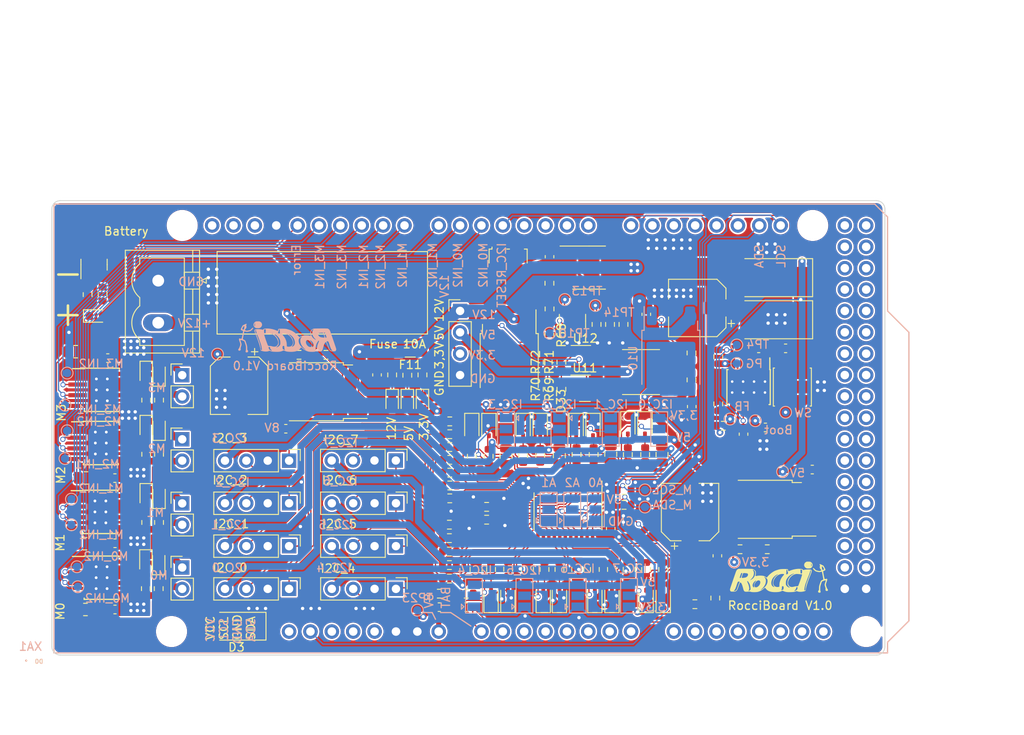
<source format=kicad_pcb>
(kicad_pcb (version 20221018) (generator pcbnew)
  (layers (0 "F.Cu" signal) (31 "B.Cu" signal) (34 "B.Paste" user) (35 "F.Paste" user) (36 "B.SilkS" user "B.Silkscreen") (37 "F.SilkS" user "F.Silkscreen") (38 "B.Mask" user) (39 "F.Mask" user) (44 "Edge.Cuts" user))
  (net 0 "")
  (net 1 "+12V")
  (net 2 "GND")
  (net 3 "/SW")
  (net 4 "/Boot")
  (net 5 "+5V")
  (net 6 "/FB")
  (net 7 "Net-(U1-VCC)")
  (net 8 "+3V3")
  (net 9 "+8V")
  (net 10 "Net-(D1-A)")
  (net 11 "Net-(D2-A)")
  (net 12 "Net-(D4-A)")
  (net 13 "Net-(D5-A)")
  (net 14 "Net-(D6-K)")
  (net 15 "Net-(D7-K)")
  (net 16 "Net-(D8-K)")
  (net 17 "Net-(D9-A)")
  (net 18 "Net-(D10-A)")
  (net 19 "Net-(D11-A)")
  (net 20 "Net-(D12-A)")
  (net 21 "Net-(D13-K)")
  (net 22 "Net-(D14-A)")
  (net 23 "Net-(D15-A)")
  (net 24 "Net-(D16-A)")
  (net 25 "Net-(D17-K)")
  (net 26 "ERROR_LED")
  (net 27 "Net-(D18-K)")
  (net 28 "Net-(D19-A)")
  (net 29 "Net-(D20-A)")
  (net 30 "Net-(D21-A)")
  (net 31 "Net-(D22-K)")
  (net 32 "Net-(D23-A)")
  (net 33 "Net-(D24-A)")
  (net 34 "Net-(D25-A)")
  (net 35 "Net-(D29-A)")
  (net 36 "Net-(JP1-C)")
  (net 37 "/VCC_I2C0")
  (net 38 "/12V_input")
  (net 39 "Net-(J2-Pin_3)")
  (net 40 "Net-(J2-Pin_1)")
  (net 41 "Net-(JP2-C)")
  (net 42 "/VCC_I2C1")
  (net 43 "Net-(J3-Pin_3)")
  (net 44 "Net-(J3-Pin_1)")
  (net 45 "Net-(JP3-C)")
  (net 46 "/VCC_I2C2")
  (net 47 "Net-(J4-Pin_3)")
  (net 48 "Net-(J4-Pin_1)")
  (net 49 "Net-(JP4-C)")
  (net 50 "/VCC_I2C3")
  (net 51 "Net-(J5-Pin_3)")
  (net 52 "Net-(J5-Pin_1)")
  (net 53 "Net-(JP8-C)")
  (net 54 "/VCC_I2C4")
  (net 55 "Net-(J7-Pin_3)")
  (net 56 "Net-(J7-Pin_1)")
  (net 57 "Net-(JP9-C)")
  (net 58 "/VCC_I2C5")
  (net 59 "Net-(J9-Pin_3)")
  (net 60 "Net-(J9-Pin_1)")
  (net 61 "Net-(JP10-C)")
  (net 62 "/VCC_I2C6")
  (net 63 "Net-(J11-Pin_3)")
  (net 64 "Net-(J11-Pin_1)")
  (net 65 "Net-(JP11-C)")
  (net 66 "Net-(J14-Pin_1)")
  (net 67 "Net-(J14-Pin_3)")
  (net 68 "Net-(Q1-G)")
  (net 69 "/PG")
  (net 70 "IOREF")
  (net 71 "I2C_SDA")
  (net 72 "I2C_SCL")
  (net 73 "ADC_BAT")
  (net 74 "Net-(U4-INB-)")
  (net 75 "Net-(U6-ILIM)")
  (net 76 "Net-(U7-ILIM)")
  (net 77 "Net-(U8-ILIM)")
  (net 78 "Net-(U9-ILIM)")
  (net 79 "Net-(U4-OUTA)")
  (net 80 "M1_IN1")
  (net 81 "M1_IN2")
  (net 82 "M2_IN1")
  (net 83 "M2_IN2")
  (net 84 "M3_IN1")
  (net 85 "M3_IN2")
  (net 86 "Net-(U4-OUTB)")
  (net 87 "M0_IN1")
  (net 88 "I2C_RESET")
  (net 154 "Net-(Q2-D)")
  (net 155 "Net-(U2-ADJ)")
  (net 156 "Net-(D28-K)")
  (net 157 "Net-(D30-A)")
  (net 158 "Net-(D31-A)")
  (net 159 "Net-(J12-Pin_2)")
  (net 160 "/VCC_I2C7")
  (net 161 "Net-(J12-Pin_3)")
  (net 162 "Net-(U3-ADJ)")
  (net 163 "Net-(U4-INA+)")
  (net 164 "+12VA")
  (net 165 "M0_IN2")
  (net 166 "/PM0_2")
  (net 167 "/PM0_1")
  (net 168 "/PM1_2")
  (net 169 "/PM2_2")
  (net 170 "/PM3_2")
  (net 171 "/PM1_1")
  (net 172 "/PM2_1")
  (net 173 "/PM3_1")
  (net 174 "Net-(U10-ADJ)")
  (net 175 "/A2")
  (net 176 "/A1")
  (net 177 "/A0")
  (net 178 "/_8V")
  (net 179 "Net-(D33-G)")
  (net 180 "Net-(U11-REF)")
  (net 181 "Net-(U12-REF)")
  (footprint "Package_TO_SOT_SMD:TO-252-2" (layer "F.Cu") (at 206.248 113.999 180)
    (fp_text reference "U2" hide)
    (fp_text value "LM317_TO-252")
  )
  (footprint "Capacitor_SMD:C_0603_1608Metric" (layer "F.Cu") (at 201.834 105.07 -90)
    (fp_text reference "C7" hide)
    (fp_text value "1µ")
  )
  (footprint "Capacitor_SMD:C_0603_1608Metric" (layer "F.Cu") (at 168.878 125.624)
    (fp_text reference "C19" hide)
    (fp_text value "100n" hide)
  )
  (footprint "Diode_SMD:D_SOD-323" (layer "F.Cu") (at 169.5445 104.2045 -90)
    (fp_text reference "D11" hide)
    (fp_text value "1N5819WS")
  )
  (footprint "Resistor_SMD:R_0603_1608Metric" (layer "F.Cu") (at 178.7652 93.3196 -90)
    (fp_text reference "R68")
    (fp_text value "1k")
  )
  (footprint "Resistor_SMD:R_0603_1608Metric" (layer "F.Cu") (at 130.85 107.456 90)
    (fp_text reference "R59" hide)
    (fp_text value "2k")
  )
  (footprint "Inductor_SMD:L_Sunlord_SWPA4020S" (layer "F.Cu") (at 207.634 99.47 90)
    (fp_text reference "L1" hide)
    (fp_text value "1.5µ")
  )
  (footprint "Capacitor_Tantalum_SMD:CP_EIA-7343-43_Kemet-X" (layer "F.Cu") (at 205.634 86.47 180)
    (fp_text reference "C4" hide)
    (fp_text value "33µ")
  )
  (footprint "Package_SO:TSSOP-24_4.4x7.8mm_P0.65mm" (layer "F.Cu") (at 180.9745 114.2335 -90)
    (fp_text reference "U5" hide)
    (fp_text value "TCA9548A")
  )
  (footprint "Connector_PinHeader_2.54mm:PinHeader_1x02_P2.54mm_Vertical" (layer "F.Cu") (at 135.128 105.674)
    (fp_text reference "J13" hide)
    (fp_text value "M2")
  )
  (footprint "Resistor_SMD:R_0603_1608Metric" (layer "F.Cu") (at 166.9245 103.5485 180)
    (fp_text reference "R34" hide)
    (fp_text value "100")
  )
  (footprint "Resistor_SMD:R_0603_1608Metric" (layer "F.Cu") (at 178.562 96.5058 90)
    (fp_text reference "R72")
    (fp_text value "2k")
  )
  (footprint "Resistor_SMD:R_0603_1608Metric" (layer "F.Cu") (at 166.9245 112.6925 180)
    (fp_text reference "R3" hide)
    (fp_text value "100")
  )
  (footprint "Capacitor_SMD:C_0603_1608Metric" (layer "F.Cu") (at 198.728 119.524 -90)
    (fp_text reference "C10" hide)
    (fp_text value "100n")
  )
  (footprint "Package_TO_SOT_SMD:SOT-23-6" (layer "F.Cu") (at 181.508 91.6225 90)
    (fp_text reference "U4" hide)
    (fp_text value "TPS3700")
  )
  (footprint "Diode_SMD:D_SOD-323" (layer "F.Cu") (at 184.164 124.666 90)
    (fp_text reference "D25" hide)
    (fp_text value "1N5819WS")
  )
  (footprint "Resistor_SMD:R_0603_1608Metric" (layer "F.Cu") (at 192.292 121.144 -90)
    (fp_text reference "R62" hide)
    (fp_text value "4k7")
  )
  (footprint "Resistor_SMD:R_0603_1608Metric" (layer "F.Cu") (at 166.878 122.224 180)
    (fp_text reference "R50" hide)
    (fp_text value "100")
  )
  (footprint "Resistor_SMD:R_0603_1608Metric" (layer "F.Cu") (at 177.6725 107.585 90)
    (fp_text reference "R22" hide)
    (fp_text value "4k7")
  )
  (footprint "Capacitor_SMD:CP_Elec_6.3x7.7" (layer "F.Cu") (at 141.8844 99.314 -90)
    (fp_text reference "C14" hide)
    (fp_text value "100µ")
  )
  (footprint "LED_SMD:LED_0603_1608Metric" (layer "F.Cu") (at 132.374 112.424 90)
    (fp_text reference "D18" hide)
    (fp_text value "GR")
  )
  (footprint "Connector_PinHeader_2.54mm:PinHeader_1x02_P2.54mm_Vertical" (layer "F.Cu") (at 135.128 98.054)
    (fp_text reference "J10" hide)
    (fp_text value "M3")
  )
  (footprint "Resistor_SMD:R_0603_1608Metric" (layer "F.Cu") (at 198.834 101.47 90)
    (fp_text reference "R7" hide)
    (fp_text value "24.9k")
  )
  (footprint "LED_SMD:LED_0603_1608Metric" (layer "F.Cu") (at 130.85 97.8875 -90)
    (fp_text reference "D23" hide)
    (fp_text value "GR")
  )
  (footprint "LED_SMD:LED_0603_1608Metric" (layer "F.Cu") (at 160.078 101.224 -90)
    (fp_text reference "D6" hide)
    (fp_text value "GR")
  )
  (footprint "Resistor_SMD:R_0603_1608Metric" (layer "F.Cu") (at 199.434 104.07)
    (fp_text reference "R5" hide)
    (fp_text value "100k")
  )
  (footprint "Resistor_SMD:R_0603_1608Metric" (layer "F.Cu") (at 198.834 95.87 -90)
    (fp_text reference "R6" hide)
    (fp_text value "100k")
  )
  (footprint "Capacitor_SMD:C_0603_1608Metric" (layer "F.Cu") (at 204.434 104.27)
    (fp_text reference "C3" hide)
    (fp_text value "100n")
  )
  (footprint "Fuse:Fuse_2920_7451Metric" (layer "F.Cu") (at 189.6525 97.6884 180)
    (fp_text reference "F9" hide)
    (fp_text value "3A ptc")
  )
  (footprint "Connector_PinHeader_2.54mm:PinHeader_1x04_P2.54mm_Vertical" (layer "F.Cu") (at 147.828 118.374 -90)
    (fp_text reference "J3" hide)
    (fp_text value "I2C1")
  )
  (footprint "Resistor_SMD:R_0805_2012Metric" (layer "F.Cu") (at 123.5715 118.0865)
    (fp_text reference "R45" hide)
    (fp_text value "30k")
  )
  (footprint "Resistor_SMD:R_0603_1608Metric" (layer "F.Cu") (at 181.9905 107.4925 90)
    (fp_text reference "R11" hide)
    (fp_text value "4k7")
  )
  (footprint "Diode_SMD:D_SOD-323" (layer "F.Cu") (at 192.292 124.666 90)
    (fp_text reference "D30" hide)
    (fp_text value "1N5819WS")
  )
  (footprint "Diode_SMD:D_SOD-323" (layer "F.Cu") (at 175.6405 104.2045 -90)
    (fp_text reference "D9" hide)
    (fp_text value "1N5819WS")
  )
  (footprint "Capacitor_SMD:C_0603_1608Metric" (layer "F.Cu") (at 165.678 125.624)
    (fp_text reference "C20" hide)
    (fp_text value "100n")
  )
  (footprint "Fuse:Fuse_0805_2012Metric" (layer "F.Cu") (at 176.1485 121.144 -90)
    (fp_text reference "F7" hide)
    (fp_text value "300 mA ptc")
  )
  (footprint "LED_SMD:LED_0603_1608Metric" (layer "F.Cu") (at 124.878 91.024)
    (fp_text reference "D17" hide)
    (fp_text value "RED")
  )
  (footprint "LED_SMD:LED_0603_1608Metric" (layer "F.Cu") (at 130.85 112.424 -90)
    (fp_text reference "D19" hide)
    (fp_text value "GR")
  )
  (footprint "Resistor_SMD:R_0603_1608Metric" (layer "F.Cu") (at 198.478 124.544 -90)
    (fp_text reference "R29" hide)
    (fp_text value "300k 1%")
  )
  (footprint "Resistor_SMD:R_0805_2012Metric" (layer "F.Cu") (at 123.628 125.904)
    (fp_text reference "R37" hide)
    (fp_text value "30k")
  )
  (footprint "LED_SMD:LED_0603_1608Metric" (layer "F.Cu") (at 132.374 104.3195 90)
    (fp_text reference "D28" hide)
    (fp_text value "GR")
  )
  (footprint "Resistor_SMD:R_0805_2012Metric" (layer "F.Cu") (at 123.6895 110.2695)
    (fp_text reference "R60" hide)
    (fp_text value "30k")
  )
  (footprint "LED_SMD:LED_0603_1608Metric" (layer "F.Cu") (at 130.81 120.2875 -90)
    (fp_text reference "D14" hide)
    (fp_text value "GR")
  )
  (footprint "Resistor_SMD:R_0603_1608Metric" (layer "F.Cu") (at 166.9245 106.5965 180)
    (fp_text reference "R27" hide)
    (fp_text value "100")
  )
  (footprint "Connector_Phoenix_MSTB:PhoenixContact_MSTBVA_2,5_2-G_1x02_P5.00mm_Vertical" (layer "F.Cu") (at 132.278 86.824 -90)
    (fp_text reference "J1" hide)
    (fp_text value "Battery")
  )
  (footprint "Resistor_SMD:R_0603_1608Metric" (layer "F.Cu") (at 166.9245 105.0725 180)
    (fp_text reference "R33" hide)
    (fp_text value "100")
  )
  (footprint "Diode_SMD:D_SOD-323" (layer "F.Cu") (at 177.6725 104.2045 -90)
    (fp_text reference "D10" hide)
    (fp_text value "1N5819WS")
  )
  (footprint "LED_SMD:LED_0603_1608Metric" (layer "F.Cu") (at 161.878 101.224 -90)
    (fp_text reference "D7" hide)
    (fp_text value "GR")
  )
  (footprint "Diode_SMD:D_SOD-323" (layer "F.Cu") (at 188.0865 104.0045 -90)
    (fp_text reference "D1" hide)
    (fp_text value "1N5819WS")
  )
  (footprint "Resistor_SMD:R_0603_1608Metric" (layer "F.Cu") (at 132.334 123.424 90)
    (fp_text reference "R35" hide)
    (fp_text value "2k")
  )
  (footprint "Capacitor_SMD:C_0603_1608Metric" (layer "F.Cu") (at 190.278 90.824 -90)
    (fp_text reference "C22" hide)
    (fp_text value "100n")
  )
  (footprint "Resistor_SMD:R_0603_1608Metric" (layer "F.Cu") (at 188.0865 107.4925 90)
    (fp_text reference "R2" hide)
    (fp_text value "4k7")
  )
  (footprint "Resistor_SMD:R_0603_1608Metric" (layer "F.Cu") (at 178.1805 121.144 -90)
    (fp_text reference "R46" hide)
    (fp_text value "4k7")
  )
  (footprint "Resistor_SMD:R_0603_1608Metric" (layer "F.Cu") (at 178.78 90.1822 90)
    (fp_text reference "R65" hide)
    (fp_text value "1k")
  )
  (footprint "Package_TO_SOT_SMD:SOT-23" (layer "F.Cu") (at 182.9816 99.6188)
    (fp_text reference "U11")
    (fp_text value "CJ431")
  )
  (footprint "Connector_PinHeader_2.54mm:PinHeader_1x02_P2.54mm_Vertical" (layer "F.Cu") (at 135.128 113.294)
    (fp_text reference "J8" hide)
    (fp_text value "M1")
  )
  (footprint "Resistor_SMD:R_0603_1608Metric" (layer "F.Cu") (at 166.878 119.024 180)
    (fp_text reference "R57" hide)
    (fp_text value "100")
  )
  (footprint "LED_SMD:LED_0603_1608Metric" (layer "F.Cu") (at 163.678 101.224 -90)
    (fp_text reference "D8" hide)
    (fp_text value "GR")
  )
  (footprint "Resistor_SMD:R_0603_1608Metric" (layer "F.Cu") (at 187.568 92.024 -90)
    (fp_text reference "R13" hide)
    (fp_text value "4700k 1%")
  )
  (footprint "Fuse:Fuse_0805_2012Metric" (layer "F.Cu") (at 173.6085 107.6925 90)
    (fp_text reference "F5" hide)
    (fp_text value "300 mA ptc")
  )
  (footprint "Resistor_SMD:R_0603_1608Metric" (layer "F.Cu") (at 195.6532 95.4162 -90)
    (fp_text reference "R67" hide)
    (fp_text value "720")
  )
  (footprint "Resistor_SMD:R_0603_1608Metric" (layer "F.Cu") (at 204.6525 118.744 180)
    (fp_text reference "R24" hide)
    (fp_text value "390")
  )
  (footprint "Resistor_SMD:R_0603_1608Metric" (layer "F.Cu") (at 132.374 101.024 90)
    (fp_text reference "R51" hide)
    (fp_text value "2k")
  )
  (footprint "Connector_PinHeader_2.54mm:PinHeader_1x04_P2.54mm_Vertical" (layer "F.Cu") (at 147.828 113.278 -90)
    (fp_text reference "J4" hide)
    (fp_text value "I2C2")
  )
  (footprint "Resistor_SMD:R_0805_2012Metric" (layer "F.Cu") (at 122.468 95.264)
    (fp_text reference "R53" hide)
    (fp_text value "30k")
  )
  (footprint "LED_SMD:LED_0603_1608Metric" (layer "F.Cu") (at 132.374 97.8875 90)
    (fp_text reference "D22" hide)
    (fp_text value "GR")
  )
  (footprint "Resistor_SMD:R_0603_1608Metric" (layer "F.Cu") (at 132.374 107.456 90)
    (fp_text reference "R58" hide)
    (fp_text value "2k")
  )
  (footprint "Capacitor_SMD:C_0603_1608Metric" (layer "F.Cu") (at 186.0545 116.2785 90)
    (fp_text reference "C6" hide)
    (fp_text value "100n")
  )
  (footprint "Package_TO_SOT_SMD:SOT-23" (layer "F.Cu") (at 183.0172 96.0859)
    (fp_text reference "U12")
    (fp_text value "CJ431")
  )
  (footprint "Resistor_SMD:R_0603_1608Metric" (layer "F.Cu") (at 132.374 115.5605 90)
    (fp_text reference "R43" hide)
    (fp_text value "2k")
  )
  (footprint "Resistor_SMD:R_0603_1608Metric" (layer "F.Cu") (at 184.368 92.024 -90)
    (fp_text reference "R26" hide)
    (fp_text value "180k 1%")
  )
  (footprint "Capacitor_SMD:C_0603_1608Metric" (layer "F.Cu") (at 127.14 125.904 180)
    (fp_text reference "C15" hide)
    (fp_text value "100n")
  )
  (footprint "Diode_SMD:D_SMA" (layer "F.Cu") (at 141.573 127.889 180)
    (fp_text reference "D3")
    (fp_text value "SS54")
  )
  (footprint "Fuse:Fuse_0805_2012Metric" (layer "F.Cu") (at 182.132 121.144 -90)
    (fp_text reference "F8" hide)
    (fp_text value "300 mA ptc")
  )
  (footprint "Resistor_SMD:R_0603_1608Metric" (layer "F.Cu") (at 196.0525 125.275 180)
    (fp_text reference "R32" hide)
    (fp_text value "100k 1%")
  )
  (footprint "Resistor_SMD:R_0603_1608Metric" (layer "F.Cu") (at 166.878 117.424 180)
    (fp_text reference "R56" hide)
    (fp_text value "100")
  )
  (footprint "Connector_PinHeader_2.54mm:PinHeader_1x04_P2.54mm_Vertical" (layer "F.Cu") (at 160.514 108.198 -90)
    (fp_text reference "J14" hide)
    (fp_text value "I2C7")
  )
  (footprint "Resistor_SMD:R_0603_1608Metric" (layer "F.Cu") (at 180.1876 99.7326 90)
    (fp_text reference "R69")
    (fp_text value "1k5")
  )
  (footprint "Diode_SMD:D_SOD-323" (layer "F.Cu") (at 181.9445 104.2045 -90)
    (fp_text reference "D4" hide)
    (fp_text value "1N5819WS")
  )
  (footprint "Diode_SMD:D_SOD-323" (layer "F.Cu") (at 190.26 124.666 90)
    (fp_text reference "D31" hide)
    (fp_text value "1N5819WS")
  )
  (footprint "Resistor_SMD:R_0603_1608Metric" (layer "F.Cu") (at 130.81 123.424 90)
    (fp_text reference "R36" hide)
    (fp_text value "2k")
  )
  (footprint "Resistor_SMD:R_0603_1608Metric" (layer "F.Cu") (at 125.6655 88.421 90)
    (fp_text reference "R42" hide)
    (fp_text value "270")
  )
  (footprint "Package_TO_SOT_SMD:TO-277A" (layer "F.Cu") (at 173.863 85.583)
    (fp_text reference "D32" hide)
    (fp_text value "SB10100L")
  )
  (footprint "Resistor_SMD:R_0603_1608Metric" (layer "F.Cu") (at 195.6532 98.6162 -90)
    (fp_text reference "R66" hide)
    (fp_text value "240")
  )
  (footprint "Capacitor_SMD:C_0603_1608Metric" (layer "F.Cu") (at 206.834 94.87 180)
    (fp_text reference "C21" hide)
    (fp_text value "100n")
  )
  (footprint "Fuse:Fuse_0805_2012Metric" (layer "F.Cu") (at 192.1505 107.4925 90)
    (fp_text reference "F1" hide)
    (fp_text value "300 mA ptc")
  )
  (footprint "Resistor_SMD:R_0603_1608Metric" (layer "F.Cu") (at 187.6415 111.6935 180)
    (fp_text reference "R9" hide)
    (fp_text value "4k7")
  )
  (footprint "Capacitor_SMD:C_0603_1608Metric" (layer "F.Cu") (at 126.278 96.026 180)
    (fp_text reference "C17" hide)
    (fp_text value "100n")
  )
  (footprint "Package_TO_SOT_SMD:TO-252-2" (layer "F.Cu") (at 152.908 100.024 180)
    (fp_text reference "U3" hide)
    (fp_text value "LM317_TO-252")
  )
  (footprint "Resistor_SMD:R_0603_1608Metric" (layer "F.Cu") (at 160.078 98.024 90)
    (fp_text reference "R16" hide)
    (fp_text value "2k")
  )
  (footprint "Connector_PinHeader_2.54mm:PinHeader_1x04_P2.54mm_Vertical" (layer "F.Cu") (at 147.828 123.454 -90)
    (fp_text reference "J2" hide)
    (fp_text value "I2C0")
  )
  (footprint "Diode_SMD:D_SOD-323" (layer "F.Cu") (at 171.5765 104.2045 -90)
    (fp_text reference "D12" hide)
    (fp_text value "1N5819WS")
  )
  (footprint "Package_SO:Texas_HTSOP-8-1EP_3.9x4.9mm_P1.27mm_EP2.95x4.9mm_Mask2.4x3.1mm_ThermalVias" (layer "F.Cu") (at 125.456 106.1215)
    (fp_text reference "U9" hide)
    (fp_text value "DRV8871")
  )
  (footprint "Package_SO:Texas_HTSOP-8-1EP_3.9x4.9mm_P1.27mm_EP2.95x4.9mm_Mask2.4x3.1mm_ThermalVias" (layer "F.Cu") (at 125.404 114.3065)
    (fp_text reference "U7" hide)
    (fp_text value "DRV8871")
  )
  (footprint "Resistor_SMD:R_0603_1608Metric" (layer "F.Cu") (at 184.164 121.144 -90)
    (fp_text reference "R54" hide)
    (fp_text value "4k7")
  )
  (footprint "Capacitor_SMD:C_0603_1608Metric" (layer "F.Cu") (at 210.003 109.274)
    (fp_text reference "C9" hide)
    (fp_text value "100n")
  )
  (footprint "Fuse:Fuse_1206_3216Metric" (layer "F.Cu") (at 162.2268 94.996 180)
    (fp_text reference "F11")
    (fp_text value "1A ptc")
  )
  (footprint "Diode_SMD:D_SOD-323" (layer "F.Cu") (at 173.8305 124.666 90)
    (fp_text reference "D15" hide)
    (fp_text value "1N5819WS")
  )
  (footprint "Resistor_SMD:R_0603_1608Metric" (layer "F.Cu") (at 171.5445 107.6925 90)
    (fp_text reference "R30" hide)
    (fp_text value "4k7")
  )
  (footprint "Capacitor_SMD:C_0603_1608Metric" (layer "F.Cu") (at 147.438 104.424)
    (fp_text reference "C13" hide)
    (fp_text value "100n")
  )
  (footprint "Connector_PinHeader_2.54mm:PinHeader_1x04_P2.54mm_Vertical" (layer "F.Cu") (at 147.828 108.214 -90)
    (fp_text reference "J5" hide)
    (fp_text value "I2C3")
  )
  (footprint "Connector_PinHeader_2.54mm:PinHeader_1x04_P2.54mm_Vertical" (layer "F.Cu") (at 168.148 90.424)
    (fp_text reference "J12" hide)
    (fp_text value "Power")
  )
  (footprint "Package_SO:SOIC-8_3.9x4.9mm_P1.27mm" (layer "F.Cu") (at 183.478 85.274)
    (fp_text reference "Q1" hide)
    (fp_text value "IRF7404")
  )
  (footprint "Resistor_SMD:R_0603_1608Metric" (layer "F.Cu") (at 166.878 120.624 180)
    (fp_text reference "R49" hide)
    (fp_text value "100")
  )
  (footprint "Connector_PinHeader_2.54mm:PinHeader_1x04_P2.54mm_Vertical" (layer "F.Cu") (at 160.528 113.278 -90)
    (fp_text reference "J11" hide)
    (fp_text value "I2C6")
  )
  (footprint "Resistor_SMD:R_0603_1608Metric" (layer "F.Cu") (at 166.9245 109.6445 180)
    (fp_text reference "R12" hide)
    (fp_text value "100")
  )
  (footprint "Resistor_SMD:R_0603_1608Metric" (layer "F.Cu") (at 179.9585 121.144 -90)
    (fp_text reference "R47" hide)
    (fp_text value "4k7")
  )
  (footprint "Diode_SMD:D_SOD-323" (layer "F.Cu") (at 179.9585 124.666 90)
    (fp_text reference "D20" hide)
    (fp_text value "1N5819WS")
  )
  (footprint "Capacitor_Tantalum_SMD:CP_EIA-7343-43_Kemet-X" (layer "F.Cu") (at 205.634 91.47 180)
    (fp_text reference "C5" hide)
    (fp_text value "33µ")
  )
  (footprint "Diode_SMD:D_SOD-323" (layer "F.Cu") (at 186.196 124.666 90)
    (fp_text reference "D24" hide)
    (fp_text value "1N5819WS")
  )
  (footprint "Resistor_SMD:R_0603_1608Metric" (layer "F.Cu") (at 178.7652 87.1342 -90)
    (fp_text reference "R14" hide)
    (fp_text value "10k")
  )
  (footprint "Diode_SMD:D_SOD-323" (layer "F.Cu") (at 171.8305 124.666 90)
    (fp_text reference "D16" hide)
    (fp_text value "1N5819WS")
  )
  (footprint "Resistor_SMD:R_0603_1608Metric" (layer "F.Cu") (at 190.2525 121.144 -90)
    (fp_text reference "R61" hide)
    (fp_text value "4k7")
  )
  (footprint "Connector_PinHeader_2.54mm:PinHeader_1x02_P2.54mm_Vertical" (layer "F.Cu") (at 135.128 120.914)
    (fp_text reference "J6" hide)
    (fp_text value "M0")
  )
  (footprint "Resistor_SMD:R_0603_1608Metric" (layer "F.Cu") (at 163.678 98.024 90)
    (fp_text reference "R18" hide)
    (fp_text value "330")
  )
  (footprint "Package_SO:Texas_HTSOP-8-1EP_3.9x4.9mm_P1.27mm_EP2.95x4.9mm_Mask2.4x3.1mm_ThermalVias" (layer "F.Cu") (at 125.579 99.8045)
    (fp_text reference "U8" hide)
    (fp_text value "DRV8871")
  )
  (footprint "Diode_SMD:D_SOD-323" (layer "F.Cu") (at 178.034 124.666 90)
    (fp_text reference "D21" hide)
    (fp_text value "1N5819WS")
  )
  (footprint "Capacitor_SMD:CP_Elec_6.3x7.7" (layer "F.Cu") (at 195.478 114.324 90)
    (fp_text reference "C11" hide)
    (fp_text value "100µ")
  )
  (footprint "Capacitor_SMD:C_0603_1608Metric" (layer "F.Cu") (at 203.634 94.87)
    (fp_text reference "C2" hide)
    (fp_text value "220n")
  )
  (footprint "Connector_PinHeader_2.54mm:PinHeader_1x04_P2.54mm_Vertical" (layer "F.Cu") (at 160.528 123.454 -90)
    (fp_text reference "J7" hide)
    (fp_text value "I2C4")
  )
  (footprint "Resistor_SMD:R_0603_1608Metric" (layer "F.Cu") (at 173.8625 121.11 -90)
    (fp_text reference "R39" hide)
    (fp_text value "4k7")
  )
  (footprint "Resistor_SMD:R_0603_1608Metric" (layer "F.Cu") (at 171.3055 115.2325 180)
    (fp_text reference "R63" hide)
    (fp_text value "100")
  )
  (footprint "Resistor_SMD:R_0603_1608Metric" (layer "F.Cu") (at 171.3055 113.7085 180)
    (fp_text reference "R4" hide)
    (fp_text value "100")
  )
  (footprint "Diode_SMD:D_SOD-323" (layer "F.Cu") (at 190.1185 104.0045 -90)
    (fp_text reference "D2" hide)
    (fp_text value "1N5819WS")
  )
  (footprint "Resistor_SMD:R_0603_1608Metric" (layer "F.Cu") (at 185.968 92.024 90)
    (fp_text reference "R19" hide)
    (fp_text value "10k 1%")
  )
  (footprint "LED_SMD:LED_0603_1608Metric" (layer "F.Cu") (at 132.334 120.2875 90)
    (fp_text reference "D13" hide)
    (fp_text value "GR")
  )
  (footprint "Resistor_SMD:R_0603_1608Metric" (layer "F.Cu") (at 165.678 124.024 180)
    (fp_text reference "R40" hide)
    (fp_text value "100")
  )
  (footprint "Capacitor_SMD:CP_Elec_6.3x7.7" (layer "F.Cu") (at 196.334 90.07 180)
    (fp_text reference "C1" hide)
    (fp_text value "100µ")
  )
  (footprint "Package_TO_SOT_SMD:SOT-23" (layer "F.Cu") (at 124.6495 84.928 90)
    (fp_text reference "Q2" hide)
    (fp_text value "2N7002")
  )
  (footprint "Resistor_SMD:R_0603_1608Metric" (layer "F.Cu") (at 149.009 95.641 180)
    (fp_text reference "R21" hide)
    (fp_text value "240")
  )
  (footprint "Resistor_SMD:R_0603_1608Metric" (layer "F.Cu") (at 178.562 99.7326 90)
    (fp_text reference "R70")
    (fp_text value "1k3")
  )
  (footprint "Resistor_SMD:R_0603_1608Metric" (layer "F.Cu") (at 184.0225 107.4925 90)
    (fp_text reference "R10" hide)
    (fp_text value "4k7")
  )
  (footprint "Resistor_SMD:R_0603_1608Metric" (layer "F.Cu") (at 152.209 95.641 180)
    (fp_text reference "R25" hide)
    (fp_text value "1k3")
  )
  (footprint "Resistor_SMD:R_0603_1608Metric" (layer "F.Cu") (at 180.1876 96.5058 90)
    (fp_text reference "R71")
    (fp_text value "1k")
  )
  (footprint "Diode_SMD:D_SOD-323" (layer "F.Cu") (at 183.9445 104.2045 -90)
    (fp_text reference "D5" hide)
    (fp_text value "1N5819WS")
  )
  (footprint "Resistor_SMD:R_0603_1608Metric" (layer "F.Cu") (at 166.878 115.824 180)
    (fp_text reference "R64" hide)
    (fp_text value "100")
  )
  (footprint "Package_TO_SOT_SMD:TO-252-2" (layer "F.Cu") (at 173.989 96.4284 -90)
    (fp_text reference "D33")
    (fp_text value "BT137S-600E")
  )
  (footprint "Resistor_SMD:R_0603_1608Metric" (layer "F.Cu") (at 161.878 98.064 90)
    (fp_text reference "R17" hide)
    (fp_text value "620")
  )
  (footprint "Resistor_SMD:R_0603_1608Metric" (layer "F.Cu") (at 175.6405 107.614 90)
    (fp_text reference "R23" hide)
    (fp_text value "4k7")
  )
  (footprint "Fuse:Fuse_0805_2012Metric" (layer "F.Cu") (at 188.2525 121.144 -90)
    (fp_text reference "F10" hide)
    (fp_text value "300 mA ptc")
  )
  (footprint "Resistor_SMD:R_0603_1608Metric" (layer "F.Cu") (at 169.5445 107.6925 90)
    (fp_text reference "R31" hide)
    (fp_text value "4k7")
  )
  (footprint "Resistor_SMD:R_0603_1608Metric" (layer "F.Cu") (at 190.1445 107.4925 90)
    (fp_text reference "R1" hide)
    (fp_text value "4k7")
  )
  (footprint "Resistor_SMD:R_0603_1608Metric" (layer "F.Cu") (at 187.6415 113.4715 180)
    (fp_text reference "R8" hide)
    (fp_text value "4k7")
  )
  (footprint "Fuse:Fuseholder_Cylinder-5x20mm_Wuerth_696103101002-SMD_Horizontal_Open" (layer "F.Cu") (at 151.774 88.27)
    (fp_text reference "F2" hide)
    (fp_text value "10A")
  )
  (footprint "Resistor_SMD:R_0603_1608Metric" (layer "F.Cu") (at 186.196 121.144 -90)
    (fp_text reference "R55" hide)
    (fp_text value "4k7")
  )
  (footprint "PCM_arduino-library:Arduino_Mega2560_custom_Shield" (layer "F.Cu") (at 119.888 131.064)
    (fp_text reference "XA1")
    (fp_text value "Arduino_Mega2560_Shield")
  )
  (footprint "Resistor_SMD:R_0603_1608Metric" (layer "F.Cu") (at 130.85 115.5605 90)
    (fp_text reference "R44" hide)
    (fp_text value "2k")
  )
  (footprint "Resistor_SMD:R_0603_1608Metric" (layer "F.Cu") (at 171.8305 121.144 -90)
    (fp_text reference "R38" hide)
    (fp_text value "4k7")
  )
  (footprint "Capacitor_SMD:C_0603_1608Metric" (layer "F.Cu") (at 158.278 98.024 -90)
    (fp_text reference "C12" hide)
    (fp_text value "100n")
  )
  (footprint "Package_SO:Texas_HSOP-8-1EP_3.9x4.9mm_P1.27mm_ThermalVias" (layer "F.Cu") (at 202.434 99.47 -90)
    (fp_text reference "U1" hide)
    (fp_text value "LMR33630")
  )
  (footprint "Resistor_SMD:R_0603_1608Metric" (layer "F.Cu") (at 166.9245 108.1205 180)
    (fp_text reference "R28" hide)
    (fp_text value "100")
  )
  (footprint "Resistor_SMD:R_0603_1608Metric" (layer "F.Cu") (at 166.9245 111.1685 180)
    (fp_text reference "R15" hide)
    (fp_text value "100")
  )
  (footprint "Resistor_SMD:R_0603_1608Metric" (layer "F.Cu") (at 130.85 101.024 90)
    (fp_text reference "R52" hide)
    (fp_text value "2k")
  )
  (footprint "Fuse:Fuse_0805_2012Metric" (layer "F.Cu") (at 179.9445 107.614 90)
    (fp_text reference "F4" hide)
    (fp_text value "300 mA ptc")
  )
  (footprint "LED_SMD:LED_0603_1608Metric" (layer "F.Cu") (at 130.85 104.3195 -90)
    (fp_text reference "D29" hide)
    (fp_text value "GR")
  )
  (footprint "RocciShield:RocciLogo" (layer "F.Cu") (at 206.078 122.024)
    (fp_text reference "G***" hide)
    (fp_text value "LOGO" hide)
  )
  (footprint "Capacitor_SMD:C_0603_1608Metric" (layer "F.Cu") (at 127.127 110.288 180)
    (fp_text reference "C16" hide)
    (fp_text value "100n")
  )
  (footprint "Capacitor_SMD:C_0603_1608Metric" (layer "F.Cu") (at 127.14 118.035 180)
    (fp_text reference "C18" hide)
    (fp_text value "100n")
  )
  (footprint "Resistor_SMD:R_0603_1608Metric" (layer "F.Cu") (at 201.419 118.744 180)
    (fp_text reference "R20" hide)
    (fp_text value "240")
  )
  (footprint "Capacitor_SMD:C_0603_1608Metric" (layer "F.Cu") (at 195.6816 101.7902 -90)
    (fp_text reference "C23" hide)
    (fp_text value "100n")
  )
  (footprint "Fuse:Fuse_0805_2012Metric" (layer "F.Cu") (at 170.0525 121.144 -90)
    (fp_text reference "F6" hide)
    (fp_text value "300 mA ptc")
  )
  (footprint "Fuse:Fuse_0805_2012Metric" (layer "F.Cu") (at 186.0545 107.4385 90)
    (fp_text reference "F3" hide)
    (fp_text value "300 mA ptc")
  )
  (footprint "Connector_PinHeader_2.54mm:PinHeader_1x04_P2.54mm_Vertical" (layer "F.Cu") (at 160.528 118.374 -90)
    (fp_text reference "J9" hide)
    (fp_text value "I2C5")
  )
  (footprint "Package_SO:Texas_HTSOP-8-1EP_3.9x4.9mm_P1.27mm_EP2.95x4.9mm_Mask2.4x3.1mm_ThermalVias" (layer "F.Cu") (at 125.548 122.124)
    (fp_text reference "U6" hide)
    (fp_text value "DRV8871")
  )
  (footprint "Resistor_SMD:R_0603_1608Metric" (layer "F.Cu") (at 168.878 124.024 180)
    (fp_text reference "R41" hide)
    (fp_text value "100")
  )
  (footprint "Resistor_SMD:R_0603_1608Metric" (layer "F.Cu") (at 123.8875 88.484 -90)
    (fp_text reference "R48" hide)
    (fp_text value "10k")
  )
  (footprint "Capacitor_SMD:C_0603_1608Metric" (layer "F.Cu") (at 178.78 83.9775 90)
    (fp_text reference "C8" hide)
    (fp_text value "100n")
  )
  (footprint "Jumper:SolderJumper-3_P1.3mm_Open_Pad1.0x1.5mm" (layer "B.Cu") (at 182.132 124.2705 90)
    (fp_text reference "JP10" hide)
    (fp_text value "I2C6_VCC")
  )
  (footprint "TestPoint:TestPoint_Pad_D1.0mm" (layer "B.Cu") (at 178.7985 93.0705 180)
    (fp_text reference "TP10" hide)
    (fp_text value "~")
  )
  (footprint "TestPoint:TestPoint_Pad_D1.0mm" (layer "B.Cu") (at 190.1185 111.6935 90)
    (fp_text reference "TP8" hide)
    (fp_text value "~")
  )
  (footprint "TestPoint:TestPoint_Pad_D1.0mm" (layer "B.Cu") (at 200.234 103.27 90)
    (fp_text reference "TP5" hide)
    (fp_text value "~")
  )
  (footprint "TestPoint:TestPoint_Pad_D1.0mm" (layer "B.Cu") (at 121.452 97.804)
    (fp_text reference "TP20" hide)
    (fp_text value "~")
  )
  (footprint "Jumper:SolderJumper-3_P1.3mm_Open_Pad1.0x1.5mm" (layer "B.Cu") (at 178.678 114.024 90)
    (fp_text reference "JP7" hide)
    (fp_text value "A2")
  )
  (footprint "TestPoint:TestPoint_Pad_D1.0mm" (layer "B.Cu") (at 121.198 107.964)
    (fp_text reference "TP21" hide)
    (fp_text value "~")
  )
  (footprint "TestPoint:TestPoint_Pad_D1.0mm" (layer "B.Cu") (at 200.728 120.274 180)
    (fp_text reference "TP11" hide)
    (fp_text value "~")
  )
  (footprint "TestPoint:TestPoint_Pad_D1.0mm" (layer "B.Cu") (at 201.034 94.47 90)
    (fp_text reference "TP4" hide)
    (fp_text value "~")
  )
  (footprint "Jumper:SolderJumper-3_P1.3mm_Open_Pad1.0x1.5mm" (layer "B.Cu") (at 169.7985 124.2705 90)
    (fp_text reference "JP8" hide)
    (fp_text value "I2C4_VCC")
  )
  (footprint "TestPoint:TestPoint_Pad_D1.0mm" (layer "B.Cu") (at 203.234 103.47 180)
    (fp_text reference "TP1" hide)
    (fp_text value "~")
  )
  (footprint "TestPoint:TestPoint_Pad_D1.0mm" (layer "B.Cu") (at 163.068 125.984 180)
    (fp_text reference "TP23")
    (fp_text value "~")
  )
  (footprint "TestPoint:TestPoint_Pad_D1.0mm" (layer "B.Cu") (at 201.034 96.67 -90)
    (fp_text reference "TP6" hide)
    (fp_text value "~")
  )
  (footprint "Jumper:SolderJumper-3_P1.3mm_Open_Pad1.0x1.5mm" (layer "B.Cu") (at 188.228 124.2705 90)
    (fp_text reference "JP11" hide)
    (fp_text value "I2C7_VCC")
  )
  (footprint "Jumper:SolderJumper-3_P1.3mm_Open_Pad1.0x1.5mm" (layer "B.Cu") (at 181.478 114.024 90)
    (fp_text reference "JP6" hide)
    (fp_text value "A1")
  )
  (footprint "TestPoint:TestPoint_Pad_D1.0mm" (layer "B.Cu") (at 122.722 123.204)
    (fp_text reference "TP15" hide)
    (fp_text value "~")
  )
  (footprint "TestPoint:TestPoint_Pad_D1.0mm" (layer "B.Cu") (at 190.1185 113.7255 90)
    (fp_text reference "TP9" hide)
    (fp_text value "~")
  )
  (footprint "TestPoint:TestPoint_Pad_D1.0mm" (layer "B.Cu") (at 206.478 109.524)
    (fp_text reference "TP3" hide)
    (fp_text value "~")
  )
  (footprint "TestPoint:TestPoint_Pad_D1.0mm" (layer "B.Cu") (at 121.96 115.838)
    (fp_text reference "TP17" hide)
    (fp_text value "~")
  )
  (footprint "TestPoint:TestPoint_Pad_D1.0mm" (layer "B.Cu") (at 184.228 89.774 180)
    (fp_text reference "TP14" hide)
    (fp_text value "~")
  )
  (footprint "TestPoint:TestPoint_Pad_D1.0mm" (layer "B.Cu") (at 139.319 95.556)
    (fp_text reference "TP7" hide)
    (fp_text value "~")
  )
  (footprint "Jumper:SolderJumper-3_P1.3mm_Open_Pad1.0x1.5mm" (layer "B.Cu") (at 179.9585 104.4585 -90)
    (fp_text reference "JP3" hide)
    (fp_text value "I2C2_VCC")
  )
  (footprint "Jumper:SolderJumper-3_P1.3mm_Open_Pad1.0x1.5mm" (layer "B.Cu") (at 191.8085 104.4585 -90)
    (fp_text reference "JP1" hide)
    (fp_text value "I2C0_VCC")
  )
  (footprint "TestPoint:TestPoint_Pad_D1.0mm" (layer "B.Cu") (at 121.198 101.614)
    (fp_text reference "TP19" hide)
    (fp_text value "~")
  )
  (footprint "Jumper:SolderJumper-3_P1.3mm_Open_Pad1.0x1.5mm" (layer "B.Cu") (at 184.278 114.024 90)
    (fp_text reference "JP5" hide)
    (fp_text value "A0")
  )
  (footprint "TestPoint:TestPoint_Pad_D1.0mm" (layer "B.Cu") (at 121.96 112.79)
    (fp_text reference "TP18" hide)
    (fp_text value "~")
  )
  (footprint "TestPoint:TestPoint_Pad_D1.0mm" (layer "B.Cu") (at 206.834 102.47 90)
    (fp_text reference "TP2" hide)
    (fp_text value "~")
  )
  (footprint "TestPoint:TestPoint_Pad_D1.0mm" (layer "B.Cu") (at 122.618 120.824)
    (fp_text reference "TP16" hide)
    (fp_text value "~")
  )
  (footprint "TestPoint:TestPoint_Pad_D1.0mm" (layer "B.Cu") (at 121.452 104.662)
    (fp_text reference "TP22" hide)
    (fp_text value "~")
  )
  (footprint "Package_TO_SOT_SMD:TO-252-2" (layer "B.Cu") (at 193.203 96.039 -90)
    (fp_text reference "U10")
    (fp_text value "LM317_TO-252")
  )
  (footprint "Jumper:SolderJumper-3_P1.3mm_Open_Pad1.0x1.5mm" (layer "B.Cu") (at 186.0545 104.4585 -90)
    (fp_text reference "JP2" hide)
    (fp_text value "I2C1_VCC")
  )
  (footprint "RocciShield:RocciLogo" (layer "B.Cu") (at 147.574 93.466 180)
    (fp_text reference "G***" hide)
    (fp_text value "LOGO" hide)
  )
  (footprint "Jumper:SolderJumper-3_P1.3mm_Open_Pad1.0x1.5mm" (layer "B.Cu") (at 173.6085 104.4585 -90)
    (fp_text reference "JP4" hide)
    (fp_text value "I2C3_VCC")
  )
  (footprint "TestPoint:TestPoint_Pad_D1.0mm" (layer "B.Cu") (at 180.5985 89.0705 180)
    (fp_text reference "TP13" hide)
    (fp_text value "~")
  )
  (footprint "Jumper:SolderJumper-3_P1.3mm_Open_Pad1.0x1.5mm" (layer "B.Cu") (at 175.7985 124.2705 90)
    (fp_text reference "JP9" hide)
    (fp_text value "I2C5_VCC")
  )
  (gr_line (start 165.834 126.27) (end 167.034 126.27) (stroke (width 0.15)) (layer "B.SilkS"))
  (gr_line (start 167.034 126.27) (end 169.434 127.87) (stroke (width 0.15)) (layer "B.SilkS"))
  (gr_line (start 164.834 126.27) (end 165.234 127.07) (stroke (width 0.15)) (layer "B.SilkS"))
  (gr_line (start 163.834 126.27) (end 164.834 126.27) (stroke (width 0.15)) (layer "B.SilkS"))
  (gr_arc (start 120.634 131.318) (mid 119.926893 131.025107) (end 119.634 130.318) (stroke (width 0.1)) (layer "Edge.Cuts"))
  (gr_line (start 119.634 78.318) (end 119.634 130.318) (stroke (width 0.1)) (layer "Edge.Cuts"))
  (gr_line (start 218.634 130.318) (end 218.634 78.318) (stroke (width 0.1)) (layer "Edge.Cuts"))
  (gr_arc (start 119.634 78.318) (mid 119.926893 77.610893) (end 120.634 77.318) (stroke (width 0.1)) (layer "Edge.Cuts"))
  (gr_line (start 217.634 77.318) (end 120.634 77.318) (stroke (width 0.1)) (layer "Edge.Cuts"))
  (gr_line (start 120.634 131.318) (end 217.634 131.318) (stroke (width 0.1)) (layer "Edge.Cuts"))
  (gr_arc (start 218.634 130.318) (mid 218.341107 131.025107) (end 217.634 131.318) (stroke (width 0.1)) (layer "Edge.Cuts"))
  (gr_arc (start 217.634 77.318) (mid 218.341107 77.610893) (end 218.634 78.318) (stroke (width 0.1)) (layer "Edge.Cuts"))
  (gr_text "M_SCL" (at 195.834 112.27) (layer "B.SilkS") (effects (font (size 1 1)) (justify left bottom mirror)))
  (gr_text "I2C_7" (at 151.751 106.674) (layer "B.SilkS") (effects (font (size 1 1)) (justify right bottom mirror)))
  (gr_text "M3" (at 133.2484 100.1368) (layer "B.SilkS") (effects (font (size 1 1)) (justify left bottom mirror)))
  (gr_text "I2C_4" (at 150.989 121.533) (layer "B.SilkS") (effects (font (size 1 1)) (justify right bottom mirror)))
  (gr_text "Error" (at 149.278 82.424 90) (layer "B.SilkS") (effects (font (size 1 1)) (justify left bottom mirror)))
  (gr_text "5V" (at 172.466 93.86) (layer "B.SilkS") (effects (font (size 1 1)) (justify left bottom mirror)))
  (gr_text "I2C_6" (at 184.278 121.624) (layer "B.SilkS") (effects (font (size 1 1)) (justify left bottom mirror)))
  (gr_text "M_SDA" (at 195.834 114.07) (layer "B.SilkS") (effects (font (size 1 1)) (justify left bottom mirror)))
  (gr_text "GND" (at 137.8204 87.5384) (layer "B.SilkS") (effects (font (size 1 1)) (justify left bottom mirror)))
  (gr_text "5V" (at 191.478 123.224) (layer "B.SilkS") (effects (font (size 1 1)) (justify left bottom mirror)))
  (gr_text "FB" (at 202.692 102.362) (layer "B.SilkS") (effects (font (size 1 1)) (justify left bottom mirror)))
  (gr_text "M2_IN1" (at 157.278 82.424 90) (layer "B.SilkS") (effects (font (size 1 1)) (justify left bottom mirror)))
  (gr_text "GND" (at 172.466 99.06) (layer "B.SilkS") (effects (font (size 1 1)) (justify left bottom mirror)))
  (gr_text "3,3V" (at 172.466 96.26) (layer "B.SilkS") (effects (font (size 1 1)) (justify left bottom mirror)))
  (gr_text "I2C_5" (at 151.243 116.453) (layer "B.SilkS") (effects (font (size 1 1)) (justify right bottom mirror)))
  (gr_text "I2C_7" (at 190.478 121.624) (layer "B.SilkS") (effects (font (size 1 1)) (justify left bottom mirror)))
  (gr_text "5V" (at 187.478 113.424) (layer "B.SilkS") (effects (font (size 1 1)) (justify left bottom mirror)))
  (gr_text "TP10" (at 183.642 93.6705) (layer "B.SilkS") (effects (font (size 1 1)) (justify left bottom mirror)))
  (gr_text "M1" (at 133.0706 114.9704) (layer "B.SilkS") (effects (font (size 1 1)) (justify left bottom mirror)))
  (gr_text "12V\n" (at 137.922 96.012) (layer "B.SilkS") (effects (font (size 1 1)) (justify left bottom mirror)))
  (gr_text "M1_IN2" (at 165.478 82.224 90) (layer "B.SilkS") (effects (font (size 1 1)) (justify left bottom mirror)))
  (gr_text "RocciBoard V1.0" (at 153.67 97.536) (layer "B.SilkS") (effects (font (size 1 1)) (justify left bottom mirror)))
  (gr_text "GND" (at 188.878 116.024) (layer "B.SilkS") (effects (font (size 1 1)) (justify left bottom mirror)))
  (gr_text "12V" (at 166.878 86.024 90) (layer "B.SilkS") (effects (font (size 1 1)) (justify left bottom mirror)))
  (gr_text "M2_IN2" (at 128.016 104.14) (layer "B.SilkS") (effects (font (size 1 1)) (justify left bottom mirror)))
  (gr_text "3,3V" (at 204.978 120.87) (layer "B.SilkS") (effects (font (size 1 1)) (justify left bottom mirror)))
  (gr_text "M1_IN2" (at 128.27 112.1002) (layer "B.SilkS") (effects (font (size 1 1)) (justify left bottom mirror)))
  (gr_text "M3_IN2" (at 128.27 97.282) (layer "B.SilkS") (effects (font (size 1 1)) (justify left bottom mirror)))
  (gr_text "M0_IN2" (at 171.478 82.224 90) (layer "B.SilkS") (effects (font (size 1 1)) (justify left bottom mirror)))
  (gr_text "5V" (at 209.234 110.27) (layer "B.SilkS") (effects (font (size 1 1)) (justify left bottom mirror)))
  (gr_text "M2_IN1" (at 127.762 109.22) (layer "B.SilkS") (effects (font (size 1 1)) (justify left bottom mirror)))
  (gr_text "M1_IN2" (at 161.878 82.224 90) (layer "B.SilkS") (effects (font (size 1 1)) (justify left bottom mirror)))
  (gr_text "BAT" (at 167.034 123.07 90) (layer "B.SilkS") (effects (font (size 1 1)) (justify left bottom mirror)))
  (gr_text "M0_IN2" (at 168.478 82.224 90) (layer "B.SilkS") (effects (font (size 1 1)) (justify left bottom mirror)))
  (gr_text "3,3V\n" (at 192.678 126.224) (layer "B.SilkS") (effects (font (size 1 1)) (justify left bottom mirror)))
  (gr_text "VCC\nSCL\nGND\nSDA" (at 143.878 126.824 90) (layer "B.SilkS") (effects (font (size 1 1)) (justify left bottom mirror)))
  (gr_text "12V" (at 172.466 91.46) (layer "B.SilkS") (effects (font (size 1 1)) (justify left bottom mirror)))
  (gr_text "I2C_0" (at 193.548 102.108) (layer "B.SilkS") (effects (font (size 1 1)) (justify left bottom mirror)))
  (gr_text "I2C_0" (at 138.543 121.533) (layer "B.SilkS") (effects (font (size 1 1)) (justify right bottom mirror)))
  (gr_text "I2C_3" (at 175.678 102.108) (layer "B.SilkS") (effects (font (size 1 1)) (justify left bottom mirror)))
  (gr_text "I2C_1" (at 188.214 102.108) (layer "B.SilkS") (effects (font (size 1 1)) (justify left bottom mirror)))
  (gr_text "M3_IN1\n" (at 152.078 82.424 90) (layer "B.SilkS") (effects (font (size 1 1)) (justify left bottom mirror)))
  (gr_text "TP4" (at 204.978 94.996) (layer "B.SilkS") (effects (font (size 1 1)) (justify left bottom mirror)))
  (gr_text "M1_IN2" (at 128.27 117.602) (layer "B.SilkS") (effects (font (size 1 1)) (justify left bottom mirror)))
  (gr_text "SW" (at 210.058 103.124) (layer "B.SilkS") (effects (font (size 1 1)) (justify left bottom mirror)))
  (gr_text "TP14" (at 188.976 91.186) (layer "B.SilkS") (effects (font (size 1 1)) (justify left bottom mirror)))
  (gr_text "A0" (at 185.278 111.424) (layer "B.SilkS") (effects (font (size 1 1)) (justify left bottom mirror)))
  (gr_text "3,3V\n" (at 196.478 103.424) (layer "B.SilkS") (effects (font (size 1 1)) (justify left bottom mirror)))
  (gr_text "I2C_3" (at 138.543 106.166) (layer "B.SilkS") (effects (font (size 1 1)) (justify right bottom mirror)))
  (gr_text "M3_IN2" (at 154.678 82.424 90) (layer "B.SilkS") (effects (font (size 1 1)) (justify left bottom mirror)))
  (gr_text "+12V" (at 138.7094 92.466) (layer "B.SilkS") (effects (font (size 1 1)) (justify left bottom mirror)))
  (gr_text "M0" (at 133.5024 122.438) (layer "B.SilkS") (effects (font (size 1 1)) (justify left bottom mirror)))
  (gr_text "M2_IN2" (at 159.278 82.424 90) (layer "B.SilkS") (effects (font (size 1 1)) (justify left bottom mirror)))
  (gr_text "M3_IN1\n" (at 128.016 102.7276) (layer "B.SilkS") (effects (font (size 1 1)) (justify left bottom mirror)))
  (gr_text "8V" (at 165.034 123.87 90) (layer "B.SilkS") (effects (font (size 1 1)) (justify left bottom mirror)))
  (gr_text "I2C_4" (at 172.078 121.824) (layer "B.SilkS") (effects (font (size 1 1)) (justify left bottom mirror)))
  (gr_text "M0_IN2" (at 129.0066 125.1558) (layer "B.SilkS") (effects (font (size 1 1)) (justify left bottom mirror)))
  (gr_text "PG\n" (at 204.216 97.282) (layer "B.SilkS") (effects (font (size 1 1)) (justify left bottom mirror)))
  (gr_text "SCL" (at 206.878 82.424 90) (layer "B.SilkS") (effects (font (size 1 1)) (justify left bottom mirror)))
  (gr_text "I2C_RESET" (at 173.678 82.224 90) (layer "B.SilkS") (effects (font (size 1 1)) (justify left bottom mirror)))
  (gr_text "M2" (at 133.2484 107.3758) (layer "B.SilkS") (effects (font (size 1 1)) (justify left bottom mirror)))
  (gr_text "Boot" (at 207.772 105.156) (layer "B.SilkS") (effects (font (size 1 1)) (justify left bottom mirror)))
  (gr_text "5V" (at 195.678 106.024) (layer "B.SilkS") (effects (font (size 1 1)) (justify left bottom mirror)))
  (gr_text "8V" (at 146.812 104.902) (layer "B.SilkS") (effects (font (size 1 1)) (justify left bottom mirror)))
  (gr_text "SDA" (at 204.278 82.424 90) (layer "B.SilkS") (effects (font (size 1 1)) (justify left bottom mirror)))
  (gr_text "I2C_2" (at 182.118 102.108) (layer "B.SilkS") (effects (font (size 1 1)) (justify left bottom mirror)))
  (gr_text "A2" (at 182.478 111.424) (layer "B.SilkS") (effects (font (size 1 1)) (justify left bottom mirror)))
  (gr_text "M0_IN2" (at 128.8288 120.1774) (layer "B.SilkS") (effects (font (size 1 1)) (justify left bottom mirror)))
  (gr_text "TP13" (at 185.166 88.646) (layer "B.SilkS") (effects (font (size 1 1)) (justify left bottom mirror)))
  (gr_text "I2C_1" (at 138.416 116.453) (layer "B.SilkS") (effects (font (size 1 1)) (justify right bottom mirror)))
  (gr_text "A1" (at 179.678 111.424) (layer "B.SilkS") (effects (font (size 1 1)) (justify left bottom mirror)))
  (gr_text "I2C_2" (at 138.924 111.373) (layer "B.SilkS") (effects (font (size 1 1)) (justify right bottom mirror)))
  (gr_text "I2C_5" (at 177.878 121.824) (layer "B.SilkS") (effects (font (size 1 1)) (justify left bottom mirror)))
  (gr_text "I2C_6\n" (at 151.751 111.246) (layer "B.SilkS") (effects (font (size 1 1)) (justify right bottom mirror)))
  (gr_text "M3\n\n" (at 122.9614 103.6674 90) (layer "F.SilkS") (effects (font (size 1 1)) (justify left bottom)))
  (gr_text "I2C_6\n" (at 151.634 111.118) (layer "F.SilkS") (effects (font (size 1 1)) (justify left bottom)))
  (gr_text "5V" (at 166.2684 94.0356 90) (layer "F.SilkS") (effects (font (size 1 1)) (justify left bottom)))
  (gr_text "12V" (at 166.2684 91.8356 90) (layer "F.SilkS") (effects (font (size 1 1)) (justify left bottom)))
  (gr_text "I2C_1" (at 138.834 116.318) (layer "F.SilkS") (effects (font (size 1 1)) (justify left bottom)))
  (gr_text "I2C_7" (at 151.834 106.318) (layer "F.SilkS") (effects (font (size 1 1)) (justify left bottom)))
  (gr_text "10A" (at 161.2392 94.9464) (layer "F.SilkS") (effects (font (size 1 1)) (justify left bottom)))
  (gr_text "Battery" (at 125.73 81.5352) (layer "F.SilkS") (effects (font (size 1 1)) (justify left bottom)))
  (gr_text "12V" (at 160.5788 105.8772 90) (layer "F.SilkS") (effects (font (size 1 1)) (justify left bottom)))
  (gr_text "5V" (at 162.6362 106.0042 90) (layer "F.SilkS") (effects (font (size 1 1)) (justify left bottom)))
  (gr_text "M2\n" (at 121.285 111.0842 90) (layer "F.SilkS") (effects (font (size 1 1)) (justify left bottom)))
  (gr_text "RocciBoard V1.0" (at 199.878 126.024) (layer "F.SilkS") (effects (font (size 1 1)) (justify left bottom)))
  (gr_text "Fuse" (at 157.2392 94.9464) (layer "F.SilkS") (effects (font (size 1 1)) (justify left bottom)))
  (gr_text "I2C_0" (at 138.634 121.518) (layer "F.SilkS") (effects (font (size 1 1)) (justify left bottom)))
  (gr_text "M1" (at 121.2088 119.1106 90) (layer "F.SilkS") (effects (font (size 1 1)) (justify left bottom)))
  (gr_text "I2C_3" (at 138.634 106.118) (layer "F.SilkS") (effects (font (size 1 1)) (justify left bottom)))
  (gr_text "I2C_5" (at 151.634 116.318) (layer "F.SilkS") (effects (font (size 1 1)) (justify left bottom)))
  (gr_text "M0" (at 121.2088 127.264 90) (layer "F.SilkS") (effects (font (size 1 1)) (justify left bottom)))
  (gr_text "I2C_2" (at 138.634 111.118) (layer "F.SilkS") (effects (font (size 1 1)) (justify left bottom)))
  (gr_text "3,3V" (at 164.4396 105.928 90) (layer "F.SilkS") (effects (font (size 1 1)) (justify left bottom)))
  (gr_text "I2C_4" (at 151.478 121.624) (layer "F.SilkS") (effects (font (size 1 1)) (justify left bottom)))
  (gr_text "GND" (at 166.2684 100.6356 90) (layer "F.SilkS") (effects (font (size 1 1)) (justify left bottom)))
  (gr_text "VCC\nSCL\nGND\nSDA" (at 143.878 129.624 90) (layer "F.SilkS") (effects (font (size 1 1)) (justify left bottom)))
  (gr_text "3,3V" (at 166.2684 97.4356 90) (layer "F.SilkS") (effects (font (size 1 1)) (justify left bottom)))
  (gr_text "-\n+" (at 119.493 92.45) (layer "F.SilkS") (effects (font (size 3 3) (thickness 0.3)) (justify left bottom)))
  (segment (start 184.15 87.174) (end 183.388 87.174) (width 0.3) (layer "F.Cu") (net 1))
  (segment (start 141.8844 96.614) (end 141.8844 94.324) (width 1.5) (layer "F.Cu") (net 1))
  (segment (start 182.123 85.909) (end 183.388 87.174) (width 0.3) (layer "F.Cu") (net 1))
  (segment (start 183.388 87.174) (end 181.508 89.054) (width 0.3) (layer "F.Cu") (net 1))
  (segment (start 187.568 90.592) (end 184.15 87.174) (width 0.3) (layer "F.Cu") (net 1))
  (segment (start 181.508 89.054) (end 181.508 90.485) (width 0.3) (layer "F.Cu") (net 1))
  (segment (start 181.003 85.909) (end 182.123 85.909) (width 0.3) (layer "F.Cu") (net 1))
  (segment (start 187.568 91.199) (end 187.568 90.592) (width 0.3) (layer "F.Cu") (net 1))
  (via (at 129.794 110.034) (size 0.6) (drill 0.4) (layers "F.Cu" "B.Cu") (net 1))
  (via (at 129.54 103.176) (size 0.6) (drill 0.4) (layers "F.Cu" "B.Cu") (net 1))
  (via (at 130.556 95.556) (size 0.6) (drill 0.4) (layers "F.Cu" "B.Cu") (net 1))
  (via (at 129.794 117.4) (size 0.6) (drill 0.4) (layers "F.Cu" "B.Cu") (net 1))
  (via (at 129.032 94.032) (size 0.6) (drill 0.4) (layers "F.Cu" "B.Cu") (net 1))
  (via (at 130.556 94.032) (size 0.6) (drill 0.4) (layers "F.Cu" "B.Cu") (net 1))
  (via (at 129.032 118.162) (size 0.6) (drill 0.4) (layers "F.Cu" "B.Cu") (net 1))
  (via (at 129.032 109.272) (size 0.6) (drill 0.4) (layers "F.Cu" "B.Cu") (net 1))
  (via (at 129.032 94.794) (size 0.6) (drill 0.4) (layers "F.Cu" "B.Cu") (net 1))
  (via (at 129.032 125.274) (size 0.6) (drill 0.4) (layers "F.Cu" "B.Cu") (net 1))
  (via (at 129.032 95.556) (size 0.6) (drill 0.4) (layers "F.Cu" "B.Cu") (net 1))
  (via (at 129.794 118.162) (size 0.6) (drill 0.4) (layers "F.Cu" "B.Cu") (net 1))
  (via (at 130.556 110.034) (size 0.6) (drill 0.4) (layers "F.Cu" "B.Cu") (net 1))
  (via (at 129.032 126.036) (size 0.6) (drill 0.4) (layers "F.Cu" "B.Cu") (net 1))
  (via (at 139.319 95.556) (size 0.6) (drill 0.4) (layers "F.Cu" "B.Cu") (net 1))
  (via (at 129.794 109.272) (size 0.6) (drill 0.4) (layers "F.Cu" "B.Cu") (net 1))
  (via (at 130.556 125.274) (size 0.6) (drill 0.4) (layers "F.Cu" "B.Cu") (net 1))
  (via (at 128.27 95.556) (size 0.6) (drill 0.4) (layers "F.Cu" "B.Cu") (net 1))
  (via (at 128.778 103.176) (size 0.6) (drill 0.4) (layers "F.Cu" "B.Cu") (net 1))
  (via (at 129.032 110.034) (size 0.6) (drill 0.4) (layers "F.Cu" "B.Cu") (net 1))
  (via (at 130.556 109.272) (size 0.6) (drill 0.4) (layers "F.Cu" "B.Cu") (net 1))
  (via (at 128.27 94.032) (size 0.6) (drill 0.4) (layers "F.Cu" "B.Cu") (net 1))
  (via (at 129.794 95.556) (size 0.6) (drill 0.4) (layers "F.Cu" "B.Cu") (net 1))
  (via (at 128.778 102.414) (size 0.6) (drill 0.4) (layers "F.Cu" "B.Cu") (net 1))
  (via (at 129.794 125.274) (size 0.6) (drill 0.4) (layers "F.Cu" "B.Cu") (net 1))
  (via (at 128.016 102.414) (size 0.6) (drill 0.4) (layers "F.Cu" "B.Cu") (net 1))
  (via (at 128.27 94.794) (size 0.6) (drill 0.4) (layers "F.Cu" "B.Cu") (net 1))
  (via (at 130.556 118.162) (size 0.6) (drill 0.4) (layers "F.Cu" "B.Cu") (net 1))
  (via (at 129.032 117.4) (size 0.6) (drill 0.4) (layers "F.Cu" "B.Cu") (net 1))
  (via (at 128.016 103.176) (size 0.6) (drill 0.4) (layers "F.Cu" "B.Cu") (net 1))
  (via (at 130.556 94.794) (size 0.6) (drill 0.4) (layers "F.Cu" "B.Cu") (net 1))
  (via (at 130.556 126.036) (size 0.6) (drill 0.4) (layers "F.Cu" "B.Cu") (net 1))
  (via (at 129.794 126.036) (size 0.6) (drill 0.4) (layers "F.Cu" "B.Cu") (net 1))
  (via (at 130.556 117.4) (size 0.6) (drill 0.4) (layers "F.Cu" "B.Cu") (net 1))
  (via (at 129.794 94.794) (size 0.6) (drill 0.4) (layers "F.Cu" "B.Cu") (net 1))
  (via (at 129.54 102.414) (size 0.6) (drill 0.4) (layers "F.Cu" "B.Cu") (net 1))
  (via (at 129.794 94.032) (size 0.6) (drill 0.4) (layers "F.Cu" "B.Cu") (net 1))
  (segment (start 124.3965 112.649) (end 124.754 113.0065) (width 0.25) (layer "F.Cu") (net 2))
  (segment (start 126.741 105.4865) (end 126.106 106.1215) (width 0.25) (layer "F.Cu") (net 2))
  (segment (start 126.864 99.1695) (end 126.229 99.8045) (width 0.25) (layer "F.Cu") (net 2))
  (segment (start 128.423 121.489) (end 126.833 121.489) (width 0.25) (layer "F.Cu") (net 2))
  (segment (start 128.279 113.6715) (end 126.689 113.6715) (width 0.25) (layer "F.Cu") (net 2))
  (segment (start 128.331 105.4865) (end 126.741 105.4865) (width 0.25) (layer "F.Cu") (net 2))
  (segment (start 126.689 113.6715) (end 126.054 114.3065) (width 0.25) (layer "F.Cu") (net 2))
  (segment (start 126.833 121.489) (end 126.198 122.124) (width 0.25) (layer "F.Cu") (net 2))
  (segment (start 128.454 99.1695) (end 126.864 99.1695) (width 0.25) (layer "F.Cu") (net 2))
  (via (at 194.707 87.952) (size 0.6) (drill 0.4) (layers "F.Cu" "B.Cu") (net 2))
  (via (at 197.993 113.05) (size 0.6) (drill 0.4) (layers "F.Cu" "B.Cu") (net 2))
  (via (at 139.234 87.47) (size 0.6) (drill 0.4) (layers "F.Cu" "B.Cu") (net 2))
  (via (at 140.208 100.874) (size 0.6) (drill 0.4) (layers "F.Cu" "B.Cu") (net 2))
  (via (at 206.756 91.873) (size 0.6) (drill 0.4) (layers "F.Cu" "B.Cu") (net 2))
  (via (at 187.5525 114.774) (size 0.6) (drill 0.4) (layers "F.Cu" "B.Cu") (net 2))
  (via (at 191.516 81.983) (size 0.6) (drill 0.4) (layers "F.Cu" "B.Cu") (net 2))
  (via (at 196.993 113.05) (size 0.6) (drill 0.4) (layers "F.Cu" "B.Cu") (net 2))
  (via (at 167.086725 114.2225) (size 0.6) (drill 0.4) (layers "F.Cu" "B.Cu") (net 2))
  (via (at 169.728 112.524) (size 0.6) (drill 0.4) (layers "F.Cu" "B.Cu") (net 2))
  (via (at 150.4348 125.782) (size 0.6) (drill 0.4) (layers "F.Cu" "B.Cu") (net 2))
  (via (at 173.8376 101.5504) (size 0.6) (drill 0.4) (layers "F.Cu" "B.Cu") (net 2))
  (via (at 195.485 81.983) (size 0.6) (drill 0.4) (layers "F.Cu" "B.Cu") (net 2))
  (via (at 204.756 91.873) (size 0.6) (drill 0.4) (layers "F.Cu" "B.Cu") (net 2))
  (via (at 185.674 111.8616) (size 0.6) (drill 0.4) (layers "F.Cu" "B.Cu") (net 2))
  (via (at 156.7848 125.782) (size 0.6) (drill 0.4) (layers "F.Cu" "B.Cu") (net 2))
  (via (at 175.641 110.923) (size 0.6) (drill 0.4) (layers "F.Cu" "B.Cu") (net 2))
  (via (at 138.234 88.47) (size 0.6) (drill 0.4) (layers "F.Cu" "B.Cu") (net 2))
  (via (at 191.246 87.952) (size 0.6) (drill 0.4) (layers "F.Cu" "B.Cu") (net 2))
  (via (at 194.485 82.983) (size 0.6) (drill 0.4) (layers "F.Cu" "B.Cu") (net 2))
  (via (at 193.516 82.983) (size 0.6) (drill 0.4) (layers "F.Cu" "B.Cu") (net 2))
  (via (at 184.5985 103.8705) (size 0.6) (drill 0.4) (layers "F.Cu" "B.Cu") (net 2))
  (via (at 185.547 111.05) (size 0.6) (drill 0.4) (layers "F.Cu" "B.Cu") (net 2))
  (via (at 180.478 124.524) (size 0.6) (drill 0.4) (layers "F.Cu" "B.Cu") (net 2))
  (via (at 194.707 88.698) (size 0.6) (drill 0.4) (layers "F.Cu" "B.Cu") (net 2))
  (via (at 139.234 89.47) (size 0.6) (drill 0.4) (layers "F.Cu" "B.Cu") (net 2))
  (via (at 192.516 82.983) (size 0.6) (drill 0.4) (layers "F.Cu" "B.Cu") (net 2))
  (via (at 139.208 99.874) (size 0.6) (drill 0.4) (layers "F.Cu" "B.Cu") (net 2))
  (via (at 139.234 85.47) (size 0.6) (drill 0.4) (layers "F.Cu" "B.Cu") (net 2))
  (via (at 190.516 81.983) (size 0.6) (drill 0.4) (layers "F.Cu" "B.Cu") (net 2))
  (via (at 190.516 82.983) (size 0.6) (drill 0.4) (layers "F.Cu" "B.Cu") (net 2))
  (via (at 204.581 82.475) (size 0.6) (drill 0.4) (layers "F.Cu" "B.Cu") (net 2))
  (via (at 151.4348 125.782) (size 0.6) (drill 0.4) (layers "F.Cu" "B.Cu") (net 2))
  (via (at 192.119 88.698) (size 0.6) (drill 0.4) (layers "F.Cu" "B.Cu") (net 2))
  (via (at 176.276 111.431) (size 0.6) (drill 0.4) (layers "F.Cu" "B.Cu") (net 2))
  (via (at 144.034 125.782) (size 0.6) (drill 0.4) (layers "F.Cu" "B.Cu") (net 2))
  (via (at 178.728 102.774) (size 0.6) (drill 0.4) (layers "F.Cu" "B.Cu") (net 2))
  (via (at 140.208 101.874) (size 0.6) (drill 0.4) (layers "F.Cu" "B.Cu") (net 2))
  (via (at 174.228 124.524) (size 0.6) (drill 0.4) (layers "F.Cu" "B.Cu") (net 2))
  (via (at 193.865 87.952) (size 0.6) (drill 0.4) (layers "F.Cu" "B.Cu") (net 2))
  (via (at 193.516 81.983) (size 0.6) (drill 0.4) (layers "F.Cu" "B.Cu") (net 2))
  (via (at 187.5525 115.524) (size 0.6) (drill 0.4) (layers "F.Cu" "B.Cu") (net 2))
  (via (at 205.756 91.873) (size 0.6) (drill 0.4) (layers "F.Cu" "B.Cu") (net 2))
  (via (at 204.597 106.859) (size 0.6) (drill 0.4) (layers "F.Cu" "B.Cu") (net 2))
  (via (at 184.478 94.224) (size 0.6) (drill 0.4) (layers "F.Cu" "B.Cu") (net 2))
  (via (at 191.516 82.983) (size 0.6) (drill 0.4) (layers "F.Cu" "B.Cu") (net 2))
  (via (at 138.234 89.47) (size 0.6) (drill 0.4) (layers "F.Cu" "B.Cu") (net 2))
  (via (at 205.581 82.475) (size 0.6) (drill 0.4) (layers "F.Cu" "B.Cu") (net 2))
  (via (at 192.516 81.983) (size 0.6) (drill 0.4) (layers "F.Cu" "B.Cu") (net 2))
  (via (at 138.234 87.47) (size 0.6) (drill 0.4) (layers "F.Cu" "B.Cu") (net 2))
  (via (at 143.034 125.782) (size 0.6) (drill 0.4) (layers "F.Cu" "B.Cu") (net 2))
  (via (at 203.581 83.475) (size 0.6) (drill 0.4) (layers "F.Cu" "B.Cu") (net 2))
  (via (at 140.208 99.874) (size 0.6) (drill 0.4) (layers "F.Cu" "B.Cu") (net 2))
  (via (at 204.597 105.859) (size 0.6) (drill 0.4) (layers "F.Cu" "B.Cu") (net 2))
  (via (at 204.756 90.873) (size 0.6) (drill 0.4) (layers "F.Cu" "B.Cu") (net 2))
  (via (at 211.434 99.87) (size 0.6) (drill 0.4) (layers "F.Cu" "B.Cu") (net 2))
  (via (at 210.634 99.87) (size 0.6) (drill 0.4) (layers "F.Cu" "B.Cu") (net 2))
  (via (at 182.278 126.8705) (size 0.6) (drill 0.4) (layers "F.Cu" "B.Cu") (net 2))
  (via (at 186.728 124.274) (size 0.6) (drill 0.4) (layers "F.Cu" "B.Cu") (net 2))
  (via (at 192.3796 101.5492) (size 0.6) (drill 0.4) (layers "F.Cu" "B.Cu") (net 2))
  (via (at 121.666 92.974) (size 0.6) (drill 0.4) (layers "F.Cu" "B.Cu") (net 2))
  (via (at 191.246 88.698) (size 0.6) (drill 0.4) (layers "F.Cu" "B.Cu") (net 2))
  (via (at 145.034 125.782) (size 0.6) (drill 0.4) (layers "F.Cu" "B.Cu") (net 2))
  (via (at 192.119 87.952) (size 0.6) (drill 0.4) (layers "F.Cu" "B.Cu") (net 2))
  (via (at 195.485 82.983) (size 0.6) (drill 0.4) (layers "F.Cu" "B.Cu") (net 2))
  (via (at 149.4348 125.782) (size 0.6) (drill 0.4) (layers "F.Cu" "B.Cu") (net 2))
  (via (at 192.992 87.952) (size 0.6) (drill 0.4) (layers "F.Cu" "B.Cu") (net 2))
  (via (at 173.355 112.701) (size 0.6) (drill 0.4) (layers "F.Cu" "B.Cu") (net 2))
  (via (at 176.275638 110.3335) (size 0.6) (drill 0.4) (layers "F.Cu" "B.Cu") (net 2))
  (via (at 203.797 106.859) (size 0.6) (drill 0.4) (layers "F.Cu" "B.Cu") (net 2))
  (via (at 186.309 114.352) (size 0.6) (drill 0.4) (layers "F.Cu" "B.Cu") (net 2))
  (via (at 206.756 90.873) (size 0.6) (drill 0.4) (layers "F.Cu" "B.Cu") (net 2))
  (via (at 193.865 88.698) (size 0.6) (drill 0.4) (layers "F.Cu" "B.Cu") (net 2))
  (via (at 149.174005 116.0485) (size 0.6) (drill 0.4) (layers "F.Cu" "B.Cu") (net 2))
  (via (at 189.478 112.774) (size 0.6) (drill 0.4) (layers "F.Cu" "B.Cu") (net 2))
  (via (at 175.878 126.6705) (size 0.6) (drill 0.4) (layers "F.Cu" "B.Cu") (net 2))
  (via (at 194.485 81.983) (size 0.6) (drill 0.4) (layers "F.Cu" "B.Cu") (net 2))
  (via (at 187.478 94.224) (size 0.6) (drill 0.4) (layers "F.Cu" "B.Cu") (net 2))
  (via (at 197.993 111.05) (size 0.6) (drill 0.4) (layers "F.Cu" "B.Cu") (net 2))
  (via (at 173.478 115.9215) (size 0.6) (drill 0.4) (layers "F.Cu" "B.Cu") (net 2))
  (via (at 149.292138 110.751237) (size 0.6) (drill 0.4) (layers "F.Cu" "B.Cu") (net 2))
  (via (at 155.7848 125.782) (size 0.6) (drill 0.4) (layers "F.Cu" "B.Cu") (net 2))
  (via (at 180.878 94.224) (size 0.6) (drill 0.4) (layers "F.Cu" "B.Cu") (net 2))
  (via (at 203.581 82.475) (size 0.6) (drill 0.4) (layers "F.Cu" "B.Cu") (net 2))
  (via (at 190.478 112.774) (size 0.6) (drill 0.4) (layers "F.Cu" "B.Cu") (net 2))
  (via (at 196.993 111.05) (size 0.6) (drill 0.4) (layers "F.Cu" "B.Cu") (net 2))
  (via (at 195.58 87.952) (size 0.6) (drill 0.4) (layers "F.Cu" "B.Cu") (net 2))
  (via (at 138.234 85.47) (size 0.6) (drill 0.4) (layers "F.Cu" "B.Cu") (net 2))
  (via (at 191.262 110.796) (size 0.6) (drill 0.4) (layers "F.Cu" "B.Cu") (net 2))
  (via (at 189.1985 109.0705) (size 0.6) (drill 0.4) (layers "F.Cu" "B.Cu") (net 2))
  (via (at 205.581 83.475) (size 0.6) (drill 0.4) (layers "F.Cu" "B.Cu") (net 2))
  (via (at 138.234 86.47) (size 0.6) (drill 0.4) (layers "F.Cu" "B.Cu") (net 2))
  (via (at 204.581 83.475) (size 0.6) (drill 0.4) (layers "F.Cu" "B.Cu") (net 2))
  (via (at 196.5452 107.7468) (size 0.6) (drill 0.4) (layers "F.Cu" "B.Cu") (net 2))
  (via (at 197.993 112.05) (size 0.6) (drill 0.4) (layers "F.Cu" "B.Cu") (net 2))
  (via (at 210.634 98.87) (size 0.6) (drill 0.4) (layers "F.Cu" "B.Cu") (net 2))
  (via (at 169.228 116.274) (size 0.6) (drill 0.4) (layers "F.Cu" "B.Cu") (net 2))
  (via (at 171.4754 104.0738) (size 0.6) (drill 0.4) (layers "F.Cu" "B.Cu") (net 2))
  (via (at 185.547 114.352) (size 0.6) (drill 0.4) (layers "F.Cu" "B.Cu") (net 2))
  (via (at 139.208 101.874) (size 0.6) (drill 0.4) (layers "F.Cu" "B.Cu") (net 2))
  (via (at 139.234 86.47) (size 0.6) (drill 0.4) (layers "F.Cu" "B.Cu") (net 2))
  (via (at 192.992 88.698) (size 0.6) (drill 0.4) (layers "F.Cu" "B.Cu") (net 2))
  (via (at 157.7848 125.782) (size 0.6) (drill 0.4) (layers "F.Cu" "B.Cu") (net 2))
  (via (at 196.993 112.05) (size 0.6) (drill 0.4) (layers "F.Cu" "B.Cu") (net 2))
  (via (at 211.434 98.87) (size 0.6) (drill 0.4) (layers "F.Cu" "B.Cu") (net 2))
  (via (at 139.234 88.47) (size 0.6) (drill 0.4) (layers "F.Cu" "B.Cu") (net 2))
  (via (at 195.58 88.698) (size 0.6) (drill 0.4) (layers "F.Cu" "B.Cu") (net 2))
  (via (at 196.088 106.351) (size 0.6) (drill 0.4) (layers "F.Cu" "B.Cu") (net 2))
  (via (at 203.797 105.859) (size 0.6) (drill 0.4) (layers "F.Cu" "B.Cu") (net 2))
  (via (at 139.208 100.874) (size 0.6) (drill 0.4) (layers "F.Cu" "B.Cu") (net 2))
  (via (at 182.278 94.224) (size 0.6) (drill 0.4) (layers "F.Cu" "B.Cu") (net 2))
  (via (at 185.878 94.224) (size 0.6) (drill 0.4) (layers "F.Cu" "B.Cu") (net 2))
  (via (at 172.9646 101.5504) (size 0.6) (drill 0.4) (layers "F.Cu" "B.Cu") (net 2))
  (via (at 194.4624 103.378) (size 0.6) (drill 0.4) (layers "F.Cu" "B.Cu") (net 2))
  (via (at 205.756 90.873) (size 0.6) (drill 0.4) (layers "F.Cu" "B.Cu") (net 2))
  (via (at 188.976 110.796) (size 0.6) (drill 0.4) (layers "F.Cu" "B.Cu") (net 2))
  (via (at 206.834 102.47) (size 0.6) (drill 0.4) (layers "F.Cu" "B.Cu") (net 3))
  (segment (start 203.234 103.47) (end 203.069 103.635) (width 0.8) (layer "F.Cu") (net 4))
  (segment (start 203.069 103.305) (end 203.234 103.47) (width 0.8) (layer "F.Cu") (net 4))
  (segment (start 203.069 102.17) (end 203.069 103.305) (width 0.8) (layer "F.Cu") (net 4))
  (segment (start 203.069 103.68) (end 203.659 104.27) (width 0.8) (layer "F.Cu") (net 4))
  (segment (start 203.069 103.635) (end 203.069 103.68) (width 0.8) (layer "F.Cu") (net 4))
  (via (at 203.234 103.47) (size 0.6) (drill 0.4) (layers "F.Cu" "B.Cu") (net 4))
  (segment (start 145.962501 83.398501) (end 147.574 85.01) (width 0.8) (layer "F.Cu") (net 5))
  (segment (start 198.609 104.445) (end 199.034 104.87) (width 0.15) (layer "F.Cu") (net 5))
  (segment (start 188.2715 102.7695) (end 188.0865 102.9545) (width 0.8) (layer "F.Cu") (net 5))
  (segment (start 168.714 102.324) (end 165.3985 102.324) (width 0.8) (layer "F.Cu") (net 5))
  (segment (start 171.8305 125.716) (end 173.1005 125.716) (width 0.8) (layer "F.Cu") (net 5))
  (segment (start 190.383306 124.664806) (end 189.804 124.664806) (width 0.8) (layer "F.Cu") (net 5))
  (segment (start 206.478 109.524) (end 196.848 109.524) (width 0.8) (layer "F.Cu") (net 5))
  (segment (start 198.609 104.07) (end 198.609 104.445) (width 0.15) (layer "F.Cu") (net 5))
  (segment (start 188.0865 102.9545) (end 190.104402 102.9545) (width 0.8) (layer "F.Cu") (net 5))
  (segment (start 195.6532 99.4412) (end 194.7928 99.4412) (width 0.8) (layer "F.Cu") (net 5))
  (segment (start 182.9895 103.0235) (end 182.0755 103.0235) (width 0.8) (layer "F.Cu") (net 5))
  (segment (start 195.284 107.540412) (end 193.604 105.860412) (width 0.8) (layer "F.Cu") (net 5))
  (segment (start 190.104402 100.623998) (end 190.104402 100.624) (width 0.8) (layer "F.Cu") (net 5))
  (segment (start 195.6816 99.4696) (end 195.6532 99.4412) (width 0.8) (layer "F.Cu") (net 5))
  (segment (start 183.9445 103.1545) (end 183.8135 103.0235) (width 0.8) (layer "F.Cu") (net 5))
  (segment (start 171.5765 103.1545) (end 175.6405 103.1545) (width 0.8) (layer "F.Cu") (net 5))
  (segment (start 209.228 109.274) (end 206.728 109.274) (width 0.8) (layer "F.Cu") (net 5))
  (segment (start 147.574 85.01) (end 147.574 90.73) (width 0.8) (layer "F.Cu") (net 5))
  (segment (start 128.953677 87.735823) (end 128.953677 83.398501) (width 0.8) (layer "F.Cu") (net 5))
  (segment (start 187.034056 117.283944) (end 189.218056 117.283944) (width 0.8) (layer "F.Cu") (net 5))
  (segment (start 191.478 115.024) (end 191.478 112.274) (width 0.8) (layer "F.Cu") (net 5))
  (segment (start 190.478 102.7695) (end 191.1005 102.7695) (width 0.8) (layer "F.Cu") (net 5))
  (segment (start 195.792 108.468) (end 195.284 108.468) (width 0.8) (layer "F.Cu") (net 5))
  (segment (start 161.878 102.0115) (end 161.877998 102.0115) (width 0.6) (layer "F.Cu") (net 5))
  (segment (start 125.6655 91.024) (end 128.953677 87.735823) (width 0.8) (layer "F.Cu") (net 5))
  (segment (start 185.2755 125.3495) (end 184.5305 125.3495) (width 0.8) (layer "F.Cu") (net 5))
  (segment (start 190.1185 102.9545) (end 190.3035 102.7695) (width 0.8) (layer "F.Cu") (net 5))
  (segment (start 173.1005 124.6475) (end 173.1005 125.716) (width 0.8) (layer "F.Cu") (net 5))
  (segment (start 191.478 112.274) (end 195.284 108.468) (width 0.8) (layer "F.Cu") (net 5))
  (segment (start 185.8295 125.3495) (end 185.2755 125.3495) (width 0.8) (layer "F.Cu") (net 5))
  (segment (start 186.0545 117.0535) (end 186.803612 117.0535) (width 0.8) (layer "F.Cu") (net 5))
  (segment (start 190.528 102.7195) (end 190.478 102.7695) (width 0.8) (layer "F.Cu") (net 5))
  (segment (start 209.203 111.719) (end 209.203 109.299) (width 0.8) (layer "F.Cu") (net 5))
  (segment (start 176.6395 103.008) (end 177.526 103.008) (width 0.8) (layer "F.Cu") (net 5))
  (segment (start 190.104402 102.9545) (end 190.104402 100.624) (width 0.8) (layer "F.Cu") (net 5))
  (segment (start 193.04 97.6884) (end 190.104402 100.623998) (width 0.8) (layer "F.Cu") (net 5))
  (segment (start 178.2875 125.716) (end 179.1795 124.824) (width 0.8) (layer "F.Cu") (net 5))
  (segment (start 190.3035 102.7695) (end 190.478 102.7695) (width 0.8) (layer "F.Cu") (net 5))
  (segment (start 189.218056 117.283944) (end 191.478 115.024) (width 0.8) (layer "F.Cu") (net 5))
  (segment (start 191.4345 125.716) (end 190.383306 124.664806) (width 0.8) (layer "F.Cu") (net 5))
  (segment (start 186.0545 117.0535) (end 184.6495 117.0535) (width 0.8) (layer "F.Cu") (net 5))
  (segment (start 206.728 109.274) (end 206.478 109.524) (width 0.8) (layer "F.Cu") (net 5))
  (segment (start 179.9585 125.603) (end 179.1795 124.824) (width 0.8) (layer "F.Cu") (net 5))
  (segment (start 190.26 125.120806) (end 189.804 124.664806) (width 0.8) (layer "F.Cu") (net 5))
  (segment (start 169.5445 103.1545) (end 168.714 102.324) (width 0.8) (layer "F.Cu") (net 5))
  (segment (start 186.196 125.716) (end 185.8295 125.3495) (width 0.8) (layer "F.Cu") (net 5))
  (segment (start 180.1876 101.3976) (end 181.9445 103.1545) (width 0.8) (layer "F.Cu") (net 5))
  (segment (start 208.7465 84.5575) (end 208.792411 84.511589) (width 0.8) (layer "F.Cu") (net 5))
  (segment (start 183.8135 103.0235) (end 182.9895 103.0235) (width 0.8) (layer "F.Cu") (net 5))
  (segment (start 173.1005 125.716) (end 173.8305 125.716) (width 0.8) (layer "F.Cu") (net 5))
  (segment (start 192.292 125.716) (end 191.4345 125.716) (width 0.8) (layer "F.Cu") (net 5))
  (segment (start 165.3985 102.324) (end 165.3985 102.324002) (width 0.8) (layer "F.Cu") (net 5))
  (segment (start 169.5445 103.1545) (end 171.5765 103.1545) (width 0.8) (layer "F.Cu") (net 5))
  (segment (start 193.04 97.6884) (end 194.7928 99.4412) (width 0.8) (layer "F.Cu") (net 5))
  (segment (start 189.0855 102.7695) (end 188.2715 102.7695) (width 0.8) (layer "F.Cu") (net 5))
  (segment (start 190.26 125.716) (end 190.26 125.120806) (width 0.8) (layer "F.Cu") (net 5))
  (segment (start 193.604 105.273) (end 193.604 105.774) (width 0.8) (layer "F.Cu") (net 5))
  (segment (start 182.0755 103.0235) (end 181.9445 103.1545) (width 0.8) (layer "F.Cu") (net 5))
  (segment (start 195.6816 101.0152) (end 195.6816 99.4696) (width 0.8) (layer "F.Cu") (net 5))
  (segment (start 189.9335 102.7695) (end 189.0855 102.7695) (width 0.8) (layer "F.Cu") (net 5))
  (segment (start 164.927677 102.324) (end 164.252677 102.999) (width 0.8) (layer "F.Cu") (net 5))
  (segment (start 178.034 125.716) (end 178.2875 125.716) (width 0.8) (layer "F.Cu") (net 5))
  (segment (start 128.953677 83.398501) (end 145.962501 83.398501) (width 0.8) (layer "F.Cu") (net 5))
  (segment (start 175.6405 103.1545) (end 175.787 103.008) (width 0.8) (layer "F.Cu") (net 5))
  (segment (start 195.284 108.468) (end 195.284 107.540412) (width 0.8) (layer "F.Cu") (net 5))
  (segment (start 177.526 103.008) (end 177.6725 103.1545) (width 0.8) (layer "F.Cu") (net 5))
  (segment (start 186.803612 117.0535) (end 187.034056 117.283944) (width 0.8) (layer "F.Cu") (net 5))
  (segment (start 207.634 94.895) (end 207.609 94.87) (width 0.8) (layer "F.Cu") (net 5))
  (segment (start 191.1005 102.7695) (end 193.604 105.273) (width 0.8) (layer "F.Cu") (net 5))
  (segment (start 208.7465 86.47) (end 208.7465 84.5575) (width 0.8) (layer "F.Cu") (net 5))
  (segment (start 179.9585 125.716) (end 179.9585 125.603) (width 0.8) (layer "F.Cu") (net 5))
  (segment (start 165.3985 102.324) (end 164.927677 102.324) (width 0.8) (layer "F.Cu") (net 5))
  (segment (start 164.252677 102.999) (end 162.865498 102.999) (width 0.8) (layer "F.Cu") (net 5))
  (segment (start 184.5305 125.3495) (end 184.164 125.716) (width 0.8) (layer "F.Cu") (net 5))
  (segment (start 180.1876 100.5576) (end 180.1876 101.3976) (width 0.8) (layer "F.Cu") (net 5))
  (segment (start 175.787 103.008) (end 176.6395 103.008) (width 0.8) (layer "F.Cu") (net 5))
  (segment (start 196.848 109.524) (end 195.792 108.468) (width 0.8) (layer "F.Cu") (net 5))
  (segment (start 162.865498 102.999) (end 161.877998 102.0115) (width 0.8) (layer "F.Cu") (net 5))
  (segment (start 190.1185 102.9545) (end 189.9335 102.7695) (width 0.8) (layer "F.Cu") (net 5))
  (segment (start 193.604 105.860412) (end 193.604 105.774) (width 0.8) (layer "F.Cu") (net 5))
  (via (at 147.574 90.73) (size 0.8) (drill 0.4) (layers "F.Cu" "B.Cu") (net 5))
  (via (at 190.104402 100.624) (size 0.8) (drill 0.4) (layers "F.Cu" "B.Cu") (net 5))
  (via (at 185.2755 125.3495) (size 0.8) (drill 0.4) (layers "F.Cu" "B.Cu") (net 5))
  (via (at 179.1795 124.824) (size 0.8) (drill 0.4) (layers "F.Cu" "B.Cu") (net 5))
  (via (at 199.034 104.87) (size 0.8) (drill 0.4) (layers "F.Cu" "B.Cu") (net 5))
  (via (at 208.792411 84.511589) (size 0.8) (drill 0.4) (layers "F.Cu" "B.Cu") (net 5))
  (via (at 189.804 124.664806) (size 0.8) (drill 0.4) (layers "F.Cu" "B.Cu") (net 5))
  (via (at 187.034056 117.283944) (size 0.8) (drill 0.4) (layers "F.Cu" "B.Cu") (net 5))
  (via (at 165.3985 102.324002) (size 0.8) (drill 0.4) (layers "F.Cu" "B.Cu") (net 5))
  (via (at 182.9895 103.0235) (size 0.8) (drill 0.4) (layers "F.Cu" "B.Cu") (net 5))
  (via (at 173.1005 124.6475) (size 0.8) (drill 0.4) (layers "F.Cu" "B.Cu") (net 5))
  (via (at 206.478 109.524) (size 0.8) (drill 0.4) (layers "F.Cu" "B.Cu") (net 5))
  (via (at 208.634 89.07) (size 0.8) (drill 0.4) (layers "F.Cu" "B.Cu") (net 5))
  (via (at 189.0855 102.7695) (size 0.8) (drill 0.4) (layers "F.Cu" "B.Cu") (net 5))
  (via (at 176.6395 103.008) (size 0.8) (drill 0.4) (layers "F.Cu" "B.Cu") (net 5))
  (via (at 193.604 105.774) (size 0.8) (drill 0.4) (layers "F.Cu" "B.Cu") (net 5))
  (segment (start 204.434 89.07) (end 208.634 89.07) (width 0.15) (layer "B.Cu") (net 5))
  (segment (start 176.911 115.907) (end 176.911 113.441) (width 0.8) (layer "B.Cu") (net 5))
  (segment (start 176.3855 103.262) (end 176.6395 103.008) (width 0.8) (layer "B.Cu") (net 5))
  (segment (start 198.628 104.464) (end 198.628 94.876) (width 0.15) (layer "B.Cu") (net 5))
  (segment (start 169.7985 122.9705) (end 173.1005 122.9705) (width 0.8) (layer "B.Cu") (net 5))
  (segment (start 199.034 104.87) (end 198.628 104.464) (width 0.15) (layer "B.Cu") (net 5))
  (segment (start 188.8315 105.574) (end 188.928 105.6705) (width 0.8) (layer "B.Cu") (net 5))
  (segment (start 206.478 109.524) (end 208.792411 107.209589) (width 0.8) (layer "B.Cu") (net 5))
  (segment (start 173.1005 122.9705) (end 173.1005 124.6475) (width 0.8) (layer "B.Cu") (net 5))
  (segment (start 156.972 100.128) (end 147.574 90.73) (width 0.8) (layer "B.Cu") (net 5))
  (segment (start 177.628 112.724) (end 178.678 112.724) (width 0.8) (layer "B.Cu") (net 5))
  (segment (start 165.3985 102.324002) (end 163.202498 100.128) (width 0.8) (layer "B.Cu") (net 5))
  (segment (start 193.203 97.299) (end 190.104402 100.397598) (width 0.8) (layer "B.Cu") (net 5))
  (segment (start 188.228 122.9705) (end 188.128 123.0705) (width 0.8) (layer "B.Cu") (net 5))
  (segment (start 185.2215 123.0705) (end 185.0215 123.2705) (width 0.8) (layer "B.Cu") (net 5))
  (segment (start 178.678 112.724) (end 181.478 112.724) (width 0.8) (layer "B.Cu") (net 5))
  (segment (start 186.7985 123.0705) (end 185.2215 123.0705) (width 0.8) (layer "B.Cu") (net 5))
  (segment (start 173.6085 105.7585) (end 176.3855 105.7585) (width 0.8) (layer "B.Cu") (net 5))
  (segment (start 208.792411 107.209589) (end 208.792411 84.511589) (width 0.8) (layer "B.Cu") (net 5))
  (segment (start 177.769 116.765) (end 176.911 115.907) (width 0.8) (layer "B.Cu") (net 5))
  (segment (start 185.989 105.824) (end 186.0545 105.7585) (width 0.8) (layer "B.Cu") (net 5))
  (segment (start 188.8315 105.574) (end 188.8315 103.0235) (width 0.8) (layer "B.Cu") (net 5))
  (segment (start 163.202498 100.128) (end 156.972 100.128) (width 0.8) (layer "B.Cu") (net 5))
  (segment (start 186.0545 105.7585) (end 186.12 105.824) (width 0.8) (layer "B.Cu") (net 5))
  (segment (start 186.515112 116.765) (end 177.769 116.765) (width 0.8) (layer "B.Cu") (net 5))
  (segment (start 178.9985 123.0705) (end 179.5675 123.0705) (width 0.8) (layer "B.Cu") (net 5))
  (segment (start 180.024 105.824) (end 181.9945 105.824) (width 0.8) (layer "B.Cu") (net 5))
  (segment (start 176.3855 105.7585) (end 179.9585 105.7585) (width 0.8) (layer "B.Cu") (net 5))
  (segment (start 190.404194 124.664806) (end 190.5985 124.4705) (width 0.8) (layer "B.Cu") (net 5))
  (segment (start 189.5985 122.6825) (end 189.5985 119.848388) (width 0.8) (layer "B.Cu") (net 5))
  (segment (start 179.1795 124.824) (end 179.1795 123.2515) (width 0.8) (layer "B.Cu") (net 5))
  (segment (start 188.5815 105.824) (end 188.8315 105.574) (width 0.8) (layer "B.Cu") (net 5))
  (segment (start 176.3855 105.7585) (end 176.3855 103.262) (width 0.8) (layer "B.Cu") (net 5))
  (segment (start 189.5985 122.6825) (end 188.516 122.6825) (width 0.8) (layer "B.Cu") (net 5))
  (segment (start 179.5675 123.0705) (end 175.8985 123.0705) (width 0.8) (layer "B.Cu") (net 5))
  (segment (start 190.4105 122.6825) (end 189.5985 122.6825) (width 0.8) (layer "B.Cu") (net 5))
  (segment (start 188.928 105.6705) (end 193.5005 105.6705) (width 0.8) (layer "B.Cu") (net 5))
  (segment (start 175.8985 123.0705) (end 175.7985 122.9705) (width 0.8) (layer "B.Cu") (net 5))
  (segment (start 193.5005 105.6705) (end 193.604 105.774) (width 0.8) (layer "B.Cu") (net 5))
  (segment (start 188.516 122.6825) (end 188.228 122.9705) (width 0.8) (layer "B.Cu") (net 5))
  (segment (start 190.5985 122.8705) (end 190.4105 122.6825) (width 0.8) (layer "B.Cu") (net 5))
  (segment (start 176.911 113.441) (end 177.628 112.724) (width 0.8) (layer "B.Cu") (net 5))
  (segment (start 185.0215 125.0955) (end 185.2755 125.3495) (width 0.8) (layer "B.Cu") (net 5))
  (segment (start 188.128 123.0705) (end 182.232 123.0705) (width 0.8) (layer "B.Cu") (net 5))
  (segment (start 187.034056 117.283944) (end 186.515112 116.765) (width 0.8) (layer "B.Cu") (net 5))
  (segment (start 182.232 123.0705) (end 182.132 122.9705) (width 0.8) (layer "B.Cu") (net 5))
  (segment (start 189.804 124.664806) (end 190.404194 124.664806) (width 0.8) (layer "B.Cu") (net 5))
  (segment (start 179.1795 123.2515) (end 178.9985 123.0705) (width 0.8) (layer "B.Cu") (net 5))
  (segment (start 190.104402 100.397598) (end 190.104402 100.624) (width 0.8) (layer "B.Cu") (net 5))
  (segment (start 181.478 112.724) (end 184.278 112.724) (width 0.8) (layer "B.Cu") (net 5))
  (segment (start 198.628 94.876) (end 204.434 89.07) (width 0.15) (layer "B.Cu") (net 5))
  (segment (start 188.8315 103.0235) (end 189.0855 102.7695) (width 0.8) (layer "B.Cu") (net 5))
  (segment (start 182.032 123.0705) (end 179.5675 123.0705) (width 0.8) (layer "B.Cu") (net 5))
  (segment (start 182.7985 105.824) (end 182.7985 103.2145) (width 0.8) (layer "B.Cu") (net 5))
  (segment (start 182.7985 103.2145) (end 182.9895 103.0235) (width 0.8) (layer "B.Cu") (net 5))
  (segment (start 186.12 105.824) (end 188.5815 105.824) (width 0.8) (layer "B.Cu") (net 5))
  (segment (start 173.1005 122.9705) (end 175.7985 122.9705) (width 0.8) (layer "B.Cu") (net 5))
  (segment (start 190.5985 124.4705) (end 190.5985 122.8705) (width 0.8) (layer "B.Cu") (net 5))
  (segment (start 182.132 122.9705) (end 182.032 123.0705) (width 0.8) (layer "B.Cu") (net 5))
  (segment (start 181.9945 105.824) (end 182.7985 105.824) (width 0.8) (layer "B.Cu") (net 5))
  (segment (start 189.5985 119.848388) (end 187.034056 117.283944) (width 0.8) (layer "B.Cu") (net 5))
  (segment (start 181.9945 105.824) (end 185.989 105.824) (width 0.8) (layer "B.Cu") (net 5))
  (segment (start 185.0215 123.2705) (end 185.0215 125.0955) (width 0.8) (layer "B.Cu") (net 5))
  (segment (start 179.9585 105.7585) (end 180.024 105.824) (width 0.8) (layer "B.Cu") (net 5))
  (segment (start 198.959 102.17) (end 198.834 102.295) (width 0.8) (layer "F.Cu") (net 6))
  (segment (start 200.234 103.27) (end 200.259 103.245) (width 0.8) (layer "F.Cu") (net 6))
  (segment (start 200.259 102.44) (end 200.529 102.17) (width 0.8) (layer "F.Cu") (net 6))
  (segment (start 200.259 103.245) (end 200.259 102.44) (width 0.8) (layer "F.Cu") (net 6))
  (segment (start 200.259 103.295) (end 200.234 103.27) (width 0.8) (layer "F.Cu") (net 6))
  (segment (start 200.259 104.07) (end 200.259 103.295) (width 0.8) (layer "F.Cu") (net 6))
  (segment (start 200.529 102.17) (end 198.959 102.17) (width 0.8) (layer "F.Cu") (net 6))
  (via (at 200.234 103.27) (size 0.6) (drill 0.4) (layers "F.Cu" "B.Cu") (net 6))
  (segment (start 201.799 104.26) (end 201.799 103.47) (width 0.15) (layer "F.Cu") (net 7))
  (segment (start 198.834 95.045) (end 199.834 95.045) (width 0.15) (layer "F.Cu") (net 7))
  (segment (start 201.799 103.47) (end 201.799 102.17) (width 0.15) (layer "F.Cu") (net 7))
  (segment (start 201.834 104.295) (end 201.799 104.26) (width 0.15) (layer "F.Cu") (net 7))
  (via (at 201.799 103.47) (size 0.6) (drill 0.4) (layers "F.Cu" "B.Cu") (net 7))
  (via (at 199.834 95.045) (size 0.6) (drill 0.4) (layers "F.Cu" "B.Cu") (net 7))
  (segment (start 201.799 103.47) (end 198.927501 100.598501) (width 0.15) (layer "B.Cu") (net 7))
  (segment (start 198.927501 100.598501) (end 198.927501 95.951499) (width 0.15) (layer "B.Cu") (net 7))
  (segment (start 200.459 95.045) (end 201.034 94.47) (width 0.15) (layer "B.Cu") (net 7))
  (segment (start 198.927501 95.951499) (end 199.834 95.045) (width 0.15) (layer "B.Cu") (net 7))
  (segment (start 199.834 95.045) (end 200.459 95.045) (width 0.15) (layer "B.Cu") (net 7))
  (segment (start 163.678 102.0115) (end 164.2325 102.0115) (width 0.25) (layer "F.Cu") (net 8))
  (segment (start 197.003 117.024) (end 198.728 118.749) (width 0.25) (layer "F.Cu") (net 8))
  (segment (start 192.778749 126.3995) (end 189.428 126.3995) (width 0.25) (layer "F.Cu") (net 8))
  (segment (start 165.354 101.524) (end 171.228 101.524) (width 0.25) (layer "F.Cu") (net 8))
  (segment (start 195.478 117.024) (end 195.478 123.700249) (width 0.25) (layer "F.Cu") (net 8))
  (segment (start 200.594 118.744) (end 198.733 118.744) (width 0.25) (layer "F.Cu") (net 8))
  (segment (start 178.562 100.5576) (end 178.562 101.6724) (width 0.25) (layer "F.Cu") (net 8))
  (segment (start 195.478 123.700249) (end 192.778749 126.3995) (width 0.25) (layer "F.Cu") (net 8))
  (segment (start 195.478 117.024) (end 197.003 117.024) (width 0.25) (layer "F.Cu") (net 8))
  (segment (start 201.228 118.11) (end 200.594 118.744) (width 0.25) (layer "F.Cu") (net 8))
  (segment (start 200.594 120.14) (end 200.728 120.274) (width 0.25) (layer "F.Cu") (net 8))
  (segment (start 178.562 101.6724) (end 178.4604 101.774) (width 0.25) (layer "F.Cu") (net 8))
  (segment (start 200.594 118.744) (end 200.594 120.14) (width 0.25) (layer "F.Cu") (net 8))
  (segment (start 163.6268 94.996) (end 163.6268 95.113791) (width 0.25) (layer "F.Cu") (net 8))
  (segment (start 165.354 96.840991) (end 165.354 101.524) (width 0.25) (layer "F.Cu") (net 8))
  (segment (start 164.2325 102.0115) (end 164.72 101.524) (width 0.25) (layer "F.Cu") (net 8))
  (segment (start 189.428 126.3995) (end 189.228 126.1995) (width 0.25) (layer "F.Cu") (net 8))
  (segment (start 164.72 101.524) (end 165.354 101.524) (width 0.25) (layer "F.Cu") (net 8))
  (segment (start 163.6268 95.113791) (end 165.354 96.840991) (width 0.25) (layer "F.Cu") (net 8))
  (segment (start 198.733 118.744) (end 198.728 118.749) (width 0.25) (layer "F.Cu") (net 8))
  (segment (start 201.228 115.524) (end 201.228 118.11) (width 0.25) (layer "F.Cu") (net 8))
  (via (at 200.728 120.274) (size 0.8) (drill 0.4) (layers "F.Cu" "B.Cu") (net 8))
  (via (at 178.4604 101.774) (size 0.8) (drill 0.4) (layers "F.Cu" "B.Cu") (net 8))
  (via (at 189.228 126.1995) (size 0.8) (drill 0.4) (layers "F.Cu" "B.Cu") (net 8))
  (via (at 171.228 101.524) (size 0.8) (drill 0.4) (layers "F.Cu" "B.Cu") (net 8))
  (segment (start 187.689 101.524) (end 190.478 101.524) (width 0.25) (layer "B.Cu") (net 8))
  (segment (start 171.228 101.524) (end 171.228 102.2785) (width 0.25) (layer "B.Cu") (net 8))
  (segment (start 178.574 101.774) (end 178.4604 101.774) (width 0.25) (layer "B.Cu") (net 8))
  (segment (start 181.593 101.524) (end 179.9585 103.1585) (width 0.25) (layer "B.Cu") (net 8))
  (segment (start 191.928 102.974) (end 192.3965 102.974) (width 0.25) (layer "B.Cu") (net 8))
  (segment (start 186.895351 116.191351) (end 191.273001 120.569001) (width 0.25) (layer "B.Cu") (net 8))
  (segment (start 183.3735 126.524) (end 187.353 126.524) (width 0.25) (layer "B.Cu") (net 8))
  (segment (start 191.273001 120.569001) (end 191.273001 124.749887) (width 0.25) (layer "B.Cu") (net 8))
  (segment (start 186.0545 103.1585) (end 187.689 101.524) (width 0.25) (layer "B.Cu") (net 8))
  (segment (start 169.7985 125.5705) (end 170.752 126.524) (width 0.25) (layer "B.Cu") (net 8))
  (segment (start 174.845 126.524) (end 175.7985 125.5705) (width 0.25) (layer "B.Cu") (net 8))
  (segment (start 191.273001 124.749887) (end 189.823388 126.1995) (width 0.25) (layer "B.Cu") (net 8))
  (segment (start 180.8905 126.524) (end 182.132 125.2825) (width 0.25) (layer "B.Cu") (net 8))
  (segment (start 176.752 126.524) (end 180.8905 126.524) (width 0.25) (layer "B.Cu") (net 8))
  (segment (start 190.478 101.524) (end 191.928 102.974) (width 0.25) (layer "B.Cu") (net 8))
  (segment (start 189.823388 126.1995) (end 189.228 126.1995) (width 0.25) (layer "B.Cu") (net 8))
  (segment (start 194.478 106.53573) (end 191.14873 109.865) (width 0.25) (layer "B.Cu") (net 8))
  (segment (start 174.993 101.774) (end 173.6085 103.1585) (width 0.25) (layer "B.Cu") (net 8))
  (segment (start 170.752 126.524) (end 174.845 126.524) (width 0.25) (layer "B.Cu") (net 8))
  (segment (start 175.7985 125.5705) (end 176.752 126.524) (width 0.25) (layer "B.Cu") (net 8))
  (segment (start 172.7285 102.2785) (end 173.6085 103.1585) (width 0.25) (layer "B.Cu") (net 8))
  (segment (start 188.45275 125.42425) (end 189.228 126.1995) (width 0.25) (layer "B.Cu") (net 8))
  (segment (start 186.0545 103.1585) (end 184.42 101.524) (width 0.25) (layer "B.Cu") (net 8))
  (segment (start 171.228 102.2785) (end 172.7285 102.2785) (width 0.25) (layer "B.Cu") (net 8))
  (segment (start 194.478 105.0555) (end 194.478 106.53573) (width 0.25) (layer "B.Cu") (net 8))
  (segment (start 186.895351 110.941334) (end 186.895351 116.191351) (width 0.25) (layer "B.Cu") (net 8))
  (segment (start 182.132 125.2825) (end 183.3735 126.524) (width 0.25) (layer "B.Cu") (net 8))
  (segment (start 192.3965 102.974) (end 194.478 105.0555) (width 0.25) (layer "B.Cu") (net 8))
  (segment (start 178.4604 101.774) (end 174.993 101.774) (width 0.25) (layer "B.Cu") (net 8))
  (segment (start 179.9585 103.1585) (end 178.574 101.774) (width 0.25) (layer "B.Cu") (net 8))
  (segment (start 191.14873 109.865) (end 187.971685 109.865) (width 0.25) (layer "B.Cu") (net 8))
  (segment (start 187.353 126.524) (end 188.45275 125.42425) (width 0.25) (layer "B.Cu") (net 8))
  (segment (start 184.42 101.524) (end 181.593 101.524) (width 0.25) (layer "B.Cu") (net 8))
  (segment (start 187.971685 109.865) (end 186.895351 110.941334) (width 0.25) (layer "B.Cu") (net 8))
  (segment (start 165.608 126.329) (end 165.608 128.524) (width 0.6) (layer "F.Cu") (net 9))
  (segment (start 164.903 125.624) (end 165.608 126.329) (width 0.6) (layer "F.Cu") (net 9))
  (segment (start 144.702 126.76) (end 143.573 127.889) (width 0.6) (layer "F.Cu") (net 9))
  (segment (start 163.767 126.76) (end 144.702 126.76) (width 0.6) (layer "F.Cu") (net 9))
  (segment (start 163.767 126.76) (end 164.903 125.624) (width 0.6) (layer "F.Cu") (net 9))
  (via (at 163.767 126.76) (size 0.8) (drill 0.4) (layers "F.Cu" "B.Cu") (net 9))
  (segment (start 163.068 126.061) (end 163.767 126.76) (width 0.25) (layer "B.Cu") (net 9))
  (segment (start 163.068 125.984) (end 163.068 126.061) (width 0.25) (layer "B.Cu") (net 9))
  (segment (start 173.684268 111.6765) (end 175.539771 113.532003) (width 0.15) (layer "F.Cu") (net 10))
  (segment (start 179.714683 113.532003) (end 179.854187 113.392499) (width 0.15) (layer "F.Cu") (net 10))
  (segment (start 179.854187 113.392499) (end 180.680385 113.392499) (width 0.15) (layer "F.Cu") (net 10))
  (segment (start 181.9495 112.123384) (end 181.9495 111.371) (width 0.15) (layer "F.Cu") (net 10))
  (segment (start 188.0865 106.6675) (end 188.9945 107.5755) (width 0.15) (layer "F.Cu") (net 10))
  (segment (start 180.680385 113.392499) (end 181.9495 112.123384) (width 0.15) (layer "F.Cu") (net 10))
  (segment (start 188.0865 105.0545) (end 188.0865 106.6675) (width 0.15) (layer "F.Cu") (net 10))
  (segment (start 182.604502 109.809498) (end 181.9495 110.4645) (width 0.15) (layer "F.Cu") (net 10))
  (segment (start 168.7655 111.6765) (end 173.684268 111.6765) (width 0.15) (layer "F.Cu") (net 10))
  (segment (start 192.775913 107.5755) (end 193.3445 108.144087) (width 0.15) (layer "F.Cu") (net 10))
  (segment (start 167.7495 112.6925) (end 168.7655 111.6765) (width 0.15) (layer "F.Cu") (net 10))
  (segment (start 193.3445 108.8925) (end 192.427502 109.809498) (width 0.15) (layer "F.Cu") (net 10))
  (segment (start 188.9945 107.5755) (end 192.775913 107.5755) (width 0.15) (layer "F.Cu") (net 10))
  (segment (start 193.3445 108.144087) (end 193.3445 108.8925) (width 0.15) (layer "F.Cu") (net 10))
  (segment (start 175.539771 113.532003) (end 179.714683 113.532003) (width 0.15) (layer "F.Cu") (net 10))
  (segment (start 181.9495 110.4645) (end 181.9495 111.371) (width 0.15) (layer "F.Cu") (net 10))
  (segment (start 192.427502 109.809498) (end 182.604502 109.809498) (width 0.15) (layer "F.Cu") (net 10))
  (segment (start 190.1185 106.6415) (end 190.1445 106.6675) (width 0.15) (layer "F.Cu") (net 11))
  (segment (start 193.644001 108.02003) (end 193.644001 109.016557) (width 0.15) (layer "F.Cu") (net 11))
  (segment (start 172.1305 113.7085) (end 172.338999 113.916999) (width 0.15) (layer "F.Cu") (net 11))
  (segment (start 182.5995 111.918119) (end 182.5995 111.371) (width 0.15) (layer "F.Cu") (net 11))
  (segment (start 193.644001 109.016557) (end 192.551559 110.108999) (width 0.15) (layer "F.Cu") (net 11))
  (segment (start 190.751 107.274) (end 192.897971 107.274) (width 0.15) (layer "F.Cu") (net 11))
  (segment (start 183.067001 110.108999) (end 182.5995 110.5765) (width 0.15) (layer "F.Cu") (net 11))
  (segment (start 190.1185 105.0545) (end 190.1185 106.6415) (width 0.15) (layer "F.Cu") (net 11))
  (segment (start 179.978244 113.692) (end 180.825619 113.692) (width 0.15) (layer "F.Cu") (net 11))
  (segment (start 182.5995 110.5765) (end 182.5995 111.371) (width 0.15) (layer "F.Cu") (net 11))
  (segment (start 190.1445 106.6675) (end 190.751 107.274) (width 0.15) (layer "F.Cu") (net 11))
  (segment (start 192.551559 110.108999) (end 183.067001 110.108999) (width 0.15) (layer "F.Cu") (net 11))
  (segment (start 192.897971 107.274) (end 193.644001 108.02003) (width 0.15) (layer "F.Cu") (net 11))
  (segment (start 180.825619 113.692) (end 182.5995 111.918119) (width 0.15) (layer "F.Cu") (net 11))
  (segment (start 179.753245 113.916999) (end 179.978244 113.692) (width 0.15) (layer "F.Cu") (net 11))
  (segment (start 172.338999 113.916999) (end 179.753245 113.916999) (width 0.15) (layer "F.Cu") (net 11))
  (segment (start 179.840503 112.793497) (end 180.6495 111.9845) (width 0.15) (layer "F.Cu") (net 12))
  (segment (start 181.9905 106.6675) (end 182.9865 107.6635) (width 0.15) (layer "F.Cu") (net 12))
  (segment (start 181.679504 109.210496) (end 180.6495 110.2405) (width 0.15) (layer "F.Cu") (net 12))
  (segment (start 186.9795 107.938087) (end 186.9795 108.813913) (width 0.15) (layer "F.Cu") (net 12))
  (segment (start 180.6495 111.9845) (end 180.6495 111.371) (width 0.15) (layer "F.Cu") (net 12))
  (segment (start 180.6495 110.2405) (end 180.6495 111.371) (width 0.15) (layer "F.Cu") (net 12))
  (segment (start 181.9445 105.2545) (end 181.9905 105.3005) (width 0.15) (layer "F.Cu") (net 12))
  (segment (start 182.9865 107.6635) (end 186.704913 107.6635) (width 0.15) (layer "F.Cu") (net 12))
  (segment (start 179.467068 112.932502) (end 179.606073 112.793497) (width 0.15) (layer "F.Cu") (net 12))
  (segment (start 186.9795 108.813913) (end 186.582917 109.210496) (width 0.15) (layer "F.Cu") (net 12))
  (segment (start 175.787386 112.932502) (end 179.467068 112.932502) (width 0.15) (layer "F.Cu") (net 12))
  (segment (start 179.606073 112.793497) (end 179.840503 112.793497) (width 0.15) (layer "F.Cu") (net 12))
  (segment (start 169.182498 111.077498) (end 173.932382 111.077498) (width 0.15) (layer "F.Cu") (net 12))
  (segment (start 186.704913 107.6635) (end 186.9795 107.938087) (width 0.15) (layer "F.Cu") (net 12))
  (segment (start 173.932382 111.077498) (end 175.787386 112.932502) (width 0.15) (layer "F.Cu") (net 12))
  (segment (start 167.7495 109.6445) (end 169.182498 111.077498) (width 0.15) (layer "F.Cu") (net 12))
  (segment (start 181.9905 105.3005) (end 181.9905 106.6675) (width 0.15) (layer "F.Cu") (net 12))
  (segment (start 186.582917 109.210496) (end 181.679504 109.210496) (width 0.15) (layer "F.Cu") (net 12))
  (segment (start 186.706974 109.509997) (end 182.142003 109.509997) (width 0.15) (layer "F.Cu") (net 13))
  (segment (start 173.808325 111.376999) (end 175.663828 113.232502) (width 0.15) (layer "F.Cu") (net 13))
  (segment (start 180.556328 113.092998) (end 181.2995 112.349826) (width 0.15) (layer "F.Cu") (net 13))
  (segment (start 187.3245 108.892471) (end 186.706974 109.509997) (width 0.15) (layer "F.Cu") (net 13))
  (segment (start 181.2995 112.349826) (end 181.2995 111.371) (width 0.15) (layer "F.Cu") (net 13))
  (segment (start 184.7185 107.3635) (end 186.889648 107.3635) (width 0.15) (layer "F.Cu") (net 13))
  (segment (start 167.957999 111.376999) (end 173.808325 111.376999) (width 0.15) (layer "F.Cu") (net 13))
  (segment (start 183.9445 105.2545) (end 184.0225 105.3325) (width 0.15) (layer "F.Cu") (net 13))
  (segment (start 182.142003 109.509997) (end 181.2995 110.3525) (width 0.15) (layer "F.Cu") (net 13))
  (segment (start 186.889648 107.3635) (end 187.3245 107.798352) (width 0.15) (layer "F.Cu") (net 13))
  (segment (start 179.590626 113.232502) (end 179.73013 113.092998) (width 0.15) (layer "F.Cu") (net 13))
  (segment (start 184.0225 105.3325) (end 184.0225 106.6675) (width 0.15) (layer "F.Cu") (net 13))
  (segment (start 181.2995 110.3525) (end 181.2995 111.371) (width 0.15) (layer "F.Cu") (net 13))
  (segment (start 175.663828 113.232502) (end 179.590626 113.232502) (width 0.15) (layer "F.Cu") (net 13))
  (segment (start 184.0225 106.6675) (end 184.7185 107.3635) (width 0.15) (layer "F.Cu") (net 13))
  (segment (start 167.7495 111.1685) (end 167.957999 111.376999) (width 0.15) (layer "F.Cu") (net 13))
  (segment (start 179.73013 113.092998) (end 180.556328 113.092998) (width 0.15) (layer "F.Cu") (net 13))
  (segment (start 187.3245 107.798352) (end 187.3245 108.892471) (width 0.15) (layer "F.Cu") (net 13))
  (segment (start 160.078 100.4365) (end 160.078 98.849) (width 0.15) (layer "F.Cu") (net 14))
  (segment (start 161.878 98.889) (end 161.878 100.4365) (width 0.15) (layer "F.Cu") (net 15))
  (segment (start 163.678 98.849) (end 163.678 100.4365) (width 0.15) (layer "F.Cu") (net 16))
  (segment (start 179.3495 111.918119) (end 179.3495 111.371) (width 0.15) (layer "F.Cu") (net 17))
  (segment (start 168.5115 108.560541) (end 170.429455 110.478496) (width 0.15) (layer "F.Cu") (net 17))
  (segment (start 178.934119 112.3335) (end 179.3495 111.918119) (width 0.15) (layer "F.Cu") (net 17))
  (segment (start 174.180496 110.478496) (end 176.0355 112.3335) (width 0.15) (layer "F.Cu") (net 17))
  (segment (start 168.5115 107.3585) (end 168.5115 108.560541) (width 0.15) (layer "F.Cu") (net 17))
  (segment (start 180.554913 107.785) (end 180.8835 108.113587) (width 0.15) (layer "F.Cu") (net 17))
  (segment (start 167.7495 106.5965) (end 168.5115 107.3585) (width 0.15) (layer "F.Cu") (net 17))
  (segment (start 175.6405 105.2545) (end 175.6405 106.789) (width 0.15) (layer "F.Cu") (net 17))
  (segment (start 175.6405 106.789) (end 176.6365 107.785) (width 0.15) (layer "F.Cu") (net 17))
  (segment (start 176.6365 107.785) (end 180.554913 107.785) (width 0.15) (layer "F.Cu") (net 17))
  (segment (start 170.429455 110.478496) (end 174.180496 110.478496) (width 0.15) (layer "F.Cu") (net 17))
  (segment (start 179.3495 110.5245) (end 179.3495 111.371) (width 0.15) (layer "F.Cu") (net 17))
  (segment (start 180.8835 108.113587) (end 180.8835 108.9905) (width 0.15) (layer "F.Cu") (net 17))
  (segment (start 180.8835 108.9905) (end 179.3495 110.5245) (width 0.15) (layer "F.Cu") (net 17))
  (segment (start 176.0355 112.3335) (end 178.934119 112.3335) (width 0.15) (layer "F.Cu") (net 17))
  (segment (start 167.7495 108.222805) (end 170.304692 110.777997) (width 0.15) (layer "F.Cu") (net 18))
  (segment (start 181.2285 107.883499) (end 181.2285 109.237942) (width 0.15) (layer "F.Cu") (net 18))
  (segment (start 175.911443 112.633001) (end 179.284618 112.633001) (width 0.15) (layer "F.Cu") (net 18))
  (segment (start 167.7495 108.1205) (end 167.7495 108.222805) (width 0.15) (layer "F.Cu") (net 18))
  (segment (start 177.6725 106.76) (end 178.397999 107.485499) (width 0.15) (layer "F.Cu") (net 18))
  (segment (start 174.056439 110.777997) (end 175.911443 112.633001) (width 0.15) (layer "F.Cu") (net 18))
  (segment (start 177.6725 105.2545) (end 177.6725 106.76) (width 0.15) (layer "F.Cu") (net 18))
  (segment (start 181.2285 109.237942) (end 179.9995 110.466942) (width 0.15) (layer "F.Cu") (net 18))
  (segment (start 179.284618 112.633001) (end 179.9995 111.918119) (width 0.15) (layer "F.Cu") (net 18))
  (segment (start 178.397999 107.485499) (end 180.8305 107.485499) (width 0.15) (layer "F.Cu") (net 18))
  (segment (start 179.9995 110.466942) (end 179.9995 111.371) (width 0.15) (layer "F.Cu") (net 18))
  (segment (start 170.304692 110.777997) (end 174.056439 110.777997) (width 0.15) (layer "F.Cu") (net 18))
  (segment (start 180.8305 107.485499) (end 181.2285 107.883499) (width 0.15) (layer "F.Cu") (net 18))
  (segment (start 179.9995 111.918119) (end 179.9995 111.371) (width 0.15) (layer "F.Cu") (net 18))
  (segment (start 176.907593 109.404593) (end 178.0495 110.5465) (width 0.15) (layer "F.Cu") (net 19))
  (segment (start 170.46843 106.8675) (end 171.429742 107.828812) (width 0.15) (layer "F.Cu") (net 19))
  (segment (start 174.183196 107.828812) (end 174.6405 108.286116) (width 0.15) (layer "F.Cu") (net 19))
  (segment (start 174.875593 109.404593) (end 176.907593 109.404593) (width 0.15) (layer "F.Cu") (net 19))
  (segment (start 169.5445 106.8675) (end 170.46843 106.8675) (width 0.15) (layer "F.Cu") (net 19))
  (segment (start 178.0495 110.5465) (end 178.0495 111.371) (width 0.15) (layer "F.Cu") (net 19))
  (segment (start 167.9315 105.2545) (end 169.5445 105.2545) (width 0.15) (layer "F.Cu") (net 19))
  (segment (start 171.429742 107.828812) (end 174.183196 107.828812) (width 0.15) (layer "F.Cu") (net 19))
  (segment (start 174.6405 108.286116) (end 174.6405 109.1695) (width 0.15) (layer "F.Cu") (net 19))
  (segment (start 169.5445 105.2545) (end 169.5445 106.8675) (width 0.15) (layer "F.Cu") (net 19))
  (segment (start 167.7495 105.0725) (end 167.9315 105.2545) (width 0.15) (layer "F.Cu") (net 19))
  (segment (start 174.6405 109.1695) (end 174.875593 109.404593) (width 0.15) (layer "F.Cu") (net 19))
  (segment (start 167.7495 103.5485) (end 168.615797 103.5485) (width 0.15) (layer "F.Cu") (net 20))
  (segment (start 177.370092 109.105092) (end 178.6995 110.4345) (width 0.15) (layer "F.Cu") (net 20))
  (segment (start 174.245442 107.4675) (end 174.9405 108.162558) (width 0.15) (layer "F.Cu") (net 20))
  (segment (start 170.3785 104.0565) (end 171.5765 105.2545) (width 0.15) (layer "F.Cu") (net 20))
  (segment (start 178.6995 110.4345) (end 178.6995 111.371) (width 0.15) (layer "F.Cu") (net 20))
  (segment (start 168.615797 103.5485) (end 169.123797 104.0565) (width 0.15) (layer "F.Cu") (net 20))
  (segment (start 171.4335 105.3975) (end 171.4335 106.7565) (width 0.15) (layer "F.Cu") (net 20))
  (segment (start 172.1445 107.4675) (end 174.245442 107.4675) (width 0.15) (layer "F.Cu") (net 20))
  (segment (start 171.4335 106.7565) (end 171.5445 106.8675) (width 0.15) (layer "F.Cu") (net 20))
  (segment (start 171.5445 106.8675) (end 172.1445 107.4675) (width 0.15) (layer "F.Cu") (net 20))
  (segment (start 175.084092 109.105092) (end 177.370092 109.105092) (width 0.15) (layer "F.Cu") (net 20))
  (segment (start 169.123797 104.0565) (end 170.3785 104.0565) (width 0.15) (layer "F.Cu") (net 20))
  (segment (start 174.9405 108.162558) (end 174.9405 108.9615) (width 0.15) (layer "F.Cu") (net 20))
  (segment (start 174.9405 108.9615) (end 175.084092 109.105092) (width 0.15) (layer "F.Cu") (net 20))
  (segment (start 171.5765 105.2545) (end 171.4335 105.3975) (width 0.15) (layer "F.Cu") (net 20))
  (segment (start 132.334 121.075) (end 132.334 122.599) (width 0.15) (layer "F.Cu") (net 21))
  (segment (start 130.81 121.075) (end 130.81 122.599) (width 0.15) (layer "F.Cu") (net 22))
  (segment (start 174.862001 120.785098) (end 174.862001 119.902086) (width 0.15) (layer "F.Cu") (net 23))
  (segment (start 177.395119 118.2975) (end 178.0495 117.643119) (width 0.15) (layer "F.Cu") (net 23))
  (segment (start 173.8625 121.935) (end 173.8625 121.784599) (width 0.15) (layer "F.Cu") (net 23))
  (segment (start 171.62 124.824) (end 172.828 123.616) (width 0.15) (layer "F.Cu") (net 23))
  (segment (start 173.8625 121.784599) (end 174.862001 120.785098) (width 0.15) (layer "F.Cu") (net 23))
  (segment (start 167.303 124.824) (end 171.62 124.824) (width 0.15) (layer "F.Cu") (net 23))
  (segment (start 173.8625 123.584) (end 173.8305 123.616) (width 0.15) (layer "F.Cu") (net 23))
  (segment (start 176.466587 118.2975) (end 177.395119 118.2975) (width 0.15) (layer "F.Cu") (net 23))
  (segment (start 173.8625 121.935) (end 173.8625 123.584) (width 0.15) (layer "F.Cu") (net 23))
  (segment (start 174.862001 119.902086) (end 176.466587 118.2975) (width 0.15) (layer "F.Cu") (net 23))
  (segment (start 178.0495 117.643119) (end 178.0495 117.096) (width 0.15) (layer "F.Cu") (net 23))
  (segment (start 172.828 123.616) (end 173.8305 123.616) (width 0.15) (layer "F.Cu") (net 23))
  (segment (start 166.503 124.024) (end 167.303 124.824) (width 0.15) (layer "F.Cu") (net 23))
  (segment (start 171.8305 121.969) (end 171.8305 123.616) (width 0.15) (layer "F.Cu") (net 24))
  (segment (start 169.937 124.024) (end 169.703 124.024) (width 0.15) (layer "F.Cu") (net 24))
  (segment (start 173.913541 121.31) (end 174.5625 120.661041) (width 0.15) (layer "F.Cu") (net 24))
  (segment (start 174.5625 119.778029) (end 177.244529 117.096) (width 0.15) (layer "F.Cu") (net 24))
  (segment (start 171.8305 123.616) (end 171.8305 123.831963) (width 0.15) (layer "F.Cu") (net 24))
  (segment (start 171.8305 123.831963) (end 171.137964 124.524499) (width 0.15) (layer "F.Cu") (net 24))
  (segment (start 174.5625 120.661041) (end 174.5625 119.778029) (width 0.15) (layer "F.Cu") (net 24))
  (segment (start 171.8305 121.969) (end 172.4895 121.31) (width 0.15) (layer "F.Cu") (net 24))
  (segment (start 177.244529 117.096) (end 177.3995 117.096) (width 0.15) (layer "F.Cu") (net 24))
  (segment (start 172.4895 121.31) (end 173.913541 121.31) (width 0.15) (layer "F.Cu") (net 24))
  (segment (start 171.137964 124.524499) (end 170.437499 124.524499) (width 0.15) (layer "F.Cu") (net 24))
  (segment (start 170.437499 124.524499) (end 169.937 124.024) (width 0.15) (layer "F.Cu") (net 24))
  (segment (start 124.0905 91.024) (end 125.6655 89.449) (width 0.15) (layer "F.Cu") (net 25))
  (segment (start 125.6655 89.449) (end 125.6655 89.246) (width 0.15) (layer "F.Cu") (net 25))
  (segment (start 123.6995 85.8655) (end 123.698 85.864) (width 0.15) (layer "F.Cu") (net 26))
  (segment (start 123.698 85.864) (end 123.698 83.566) (width 0.15) (layer "F.Cu") (net 26))
  (segment (start 124.49 82.774) (end 146.334 82.774) (width 0.15) (layer "F.Cu") (net 26))
  (segment (start 123.8875 87.659) (end 123.8875 86.0535) (width 0.15) (layer "F.Cu") (net 26))
  (segment (start 123.698 83.566) (end 124.49 82.774) (width 0.15) (layer "F.Cu") (net 26))
  (segment (start 123.8875 86.0535) (end 123.6995 85.8655) (width 0.15) (layer "F.Cu") (net 26))
  (segment (start 146.334 82.774) (end 148.844 80.264) (width 0.15) (layer "F.Cu") (net 26))
  (segment (start 132.12 114.7355) (end 132.12 113.2115) (width 0.15) (layer "F.Cu") (net 27))
  (segment (start 130.596 114.7355) (end 130.596 113.2115) (width 0.15) (layer "F.Cu") (net 28))
  (segment (start 176.8935 115.7405) (end 178.541119 115.7405) (width 0.15) (layer "F.Cu") (net 29))
  (segment (start 173.8455 118.7885) (end 176.8935 115.7405) (width 0.15) (layer "F.Cu") (net 29))
  (segment (start 167.848529 120.624) (end 169.684029 118.7885) (width 0.15) (layer "F.Cu") (net 29))
  (segment (start 179.9585 121.969) (end 180.257058 121.969) (width 0.15) (layer "F.Cu") (net 29))
  (segment (start 180.958001 121.268057) (end 180.958001 119.297001) (width 0.15) (layer "F.Cu") (net 29))
  (segment (start 169.684029 118.7885) (end 173.8455 118.7885) (width 0.15) (layer "F.Cu") (net 29))
  (segment (start 167.703 120.624) (end 167.848529 120.624) (width 0.15) (layer "F.Cu") (net 29))
  (segment (start 180.958001 119.297001) (end 179.3495 117.6885) (width 0.15) (layer "F.Cu") (net 29))
  (segment (start 180.257058 121.969) (end 180.958001 121.268057) (width 0.15) (layer "F.Cu") (net 29))
  (segment (start 179.9585 121.969) (end 179.9585 123.616) (width 0.15) (layer "F.Cu") (net 29))
  (segment (start 178.541119 115.7405) (end 179.3495 116.548881) (width 0.15) (layer "F.Cu") (net 29))
  (segment (start 179.3495 116.548881) (end 179.3495 117.096) (width 0.15) (layer "F.Cu") (net 29))
  (segment (start 179.3495 117.6885) (end 179.3495 117.096) (width 0.15) (layer "F.Cu") (net 29))
  (segment (start 178.284119 116.1335) (end 178.6995 116.548881) (width 0.15) (layer "F.Cu") (net 30))
  (segment (start 178.1805 123.4695) (end 178.034 123.616) (width 0.15) (layer "F.Cu") (net 30))
  (segment (start 169.1275 121.2205) (end 169.1275 119.768587) (width 0.15) (layer "F.Cu") (net 30))
  (segment (start 180.509 121.1005) (end 180.6585 120.951) (width 0.15) (layer "F.Cu") (net 30))
  (segment (start 180.6585 119.699459) (end 178.6995 117.740459) (width 0.15) (layer "F.Cu") (net 30))
  (segment (start 178.6995 117.740459) (end 178.6995 117.096) (width 0.15) (layer "F.Cu") (net 30))
  (segment (start 179.049 121.1005) (end 180.509 121.1005) (width 0.15) (layer "F.Cu") (net 30))
  (segment (start 180.6585 120.951) (end 180.6585 119.699459) (width 0.15) (layer "F.Cu") (net 30))
  (segment (start 178.6995 116.548881) (end 178.6995 117.096) (width 0.15) (layer "F.Cu") (net 30))
  (segment (start 174.001881 119.2965) (end 177.164881 116.1335) (width 0.15) (layer "F.Cu") (net 30))
  (segment (start 168.124 122.224) (end 169.1275 121.2205) (width 0.15) (layer "F.Cu") (net 30))
  (segment (start 169.599587 119.2965) (end 174.001881 119.2965) (width 0.15) (layer "F.Cu") (net 30))
  (segment (start 177.164881 116.1335) (end 178.284119 116.1335) (width 0.15) (layer "F.Cu") (net 30))
  (segment (start 169.1275 119.768587) (end 169.599587 119.2965) (width 0.15) (layer "F.Cu") (net 30))
  (segment (start 167.703 122.224) (end 168.124 122.224) (width 0.15) (layer "F.Cu") (net 30))
  (segment (start 178.1805 121.969) (end 178.1805 123.4695) (width 0.15) (layer "F.Cu") (net 30))
  (segment (start 178.1805 121.969) (end 179.049 121.1005) (width 0.15) (layer "F.Cu") (net 30))
  (segment (start 132.12 100.199) (end 132.12 98.675) (width 0.15) (layer "F.Cu") (net 31))
  (segment (start 130.596 100.199) (end 130.596 98.675) (width 0.15) (layer "F.Cu") (net 32))
  (segment (start 180.6495 117.096) (end 180.6495 116.548881) (width 0.15) (layer "F.Cu") (net 33))
  (segment (start 186.196 121.969) (end 186.776557 121.388443) (width 0.15) (layer "F.Cu") (net 33))
  (segment (start 186.196 121.969) (end 186.196 123.616) (width 0.15) (layer "F.Cu") (net 33))
  (segment (start 168.0515 117.7725) (end 167.703 117.424) (width 0.15) (layer "F.Cu") (net 33))
  (segment (start 187.195501 119.608059) (end 186.244944 118.657502) (width 0.15) (layer "F.Cu") (net 33))
  (segment (start 173.5915 117.7725) (end 168.0515 117.7725) (width 0.15) (layer "F.Cu") (net 33))
  (segment (start 187.195501 120.824557) (end 187.195501 119.608059) (width 0.15) (layer "F.Cu") (net 33))
  (segment (start 181.588502 118.657502) (end 180.6495 117.7185) (width 0.15) (layer "F.Cu") (net 33))
  (segment (start 186.776557 121.243501) (end 187.195501 120.824557) (width 0.15) (layer "F.Cu") (net 33))
  (segment (start 176.294498 115.069502) (end 173.5915 117.7725) (width 0.15) (layer "F.Cu") (net 33))
  (segment (start 186.244944 118.657502) (end 181.588502 118.657502) (width 0.15) (layer "F.Cu") (net 33))
  (segment (start 186.776557 121.388443) (end 186.776557 121.243501) (width 0.15) (layer "F.Cu") (net 33))
  (segment (start 180.6495 117.7185) (end 180.6495 117.096) (width 0.15) (layer "F.Cu") (net 33))
  (segment (start 179.170121 115.069502) (end 176.294498 115.069502) (width 0.15) (layer "F.Cu") (net 33))
  (segment (start 180.6495 116.548881) (end 179.170121 115.069502) (width 0.15) (layer "F.Cu") (net 33))
  (segment (start 181.126003 118.957003) (end 179.9995 117.8305) (width 0.15) (layer "F.Cu") (net 34))
  (segment (start 168.53 119.024) (end 169.2735 118.2805) (width 0.15) (layer "F.Cu") (net 34))
  (segment (start 186.896 120.7005) (end 186.896 119.733459) (width 0.15) (layer "F.Cu") (net 34))
  (segment (start 186.119544 118.957003) (end 181.126003 118.957003) (width 0.15) (layer "F.Cu") (net 34))
  (segment (start 173.8455 118.2805) (end 176.756997 115.369003) (width 0.15) (layer "F.Cu") (net 34))
  (segment (start 179.9995 116.548881) (end 179.9995 117.096) (width 0.15) (layer "F.Cu") (net 34))
  (segment (start 184.164 121.969) (end 185.189 120.944) (width 0.15) (layer "F.Cu") (net 34))
  (segment (start 186.896 119.733459) (end 186.119544 118.957003) (width 0.15) (layer "F.Cu") (net 34))
  (segment (start 186.6525 120.944) (end 186.896 120.7005) (width 0.15) (layer "F.Cu") (net 34))
  (segment (start 176.756997 115.369003) (end 178.819622 115.369003) (width 0.15) (layer "F.Cu") (net 34))
  (segment (start 169.2735 118.2805) (end 173.8455 118.2805) (width 0.15) (layer "F.Cu") (net 34))
  (segment (start 178.819622 115.369003) (end 179.9995 116.548881) (width 0.15) (layer "F.Cu") (net 34))
  (segment (start 185.189 120.944) (end 186.6525 120.944) (width 0.15) (layer "F.Cu") (net 34))
  (segment (start 184.164 121.969) (end 184.164 123.616) (width 0.15) (layer "F.Cu") (net 34))
  (segment (start 167.703 119.024) (end 168.53 119.024) (width 0.15) (layer "F.Cu") (net 34))
  (segment (start 179.9995 117.8305) (end 179.9995 117.096) (width 0.15) (layer "F.Cu") (net 34))
  (segment (start 130.596 106.631) (end 130.596 105.107) (width 0.15) (layer "F.Cu") (net 35))
  (segment (start 188.0865 108.3175) (end 188.0865 108.136794) (width 0.15) (layer "F.Cu") (net 36))
  (segment (start 188.0865 108.136794) (end 187.3245 107.374794) (width 0.15) (layer "F.Cu") (net 36))
  (segment (start 192.038 108.3175) (end 192.1505 108.43) (width 0.15) (layer "F.Cu") (net 36))
  (segment (start 187.3245 107.374794) (end 187.3245 104.820203) (width 0.15) (layer "F.Cu") (net 36))
  (segment (start 188.0865 108.3175) (end 190.1445 108.3175) (width 0.15) (layer "F.Cu") (net 36))
  (segment (start 190.1445 108.3175) (end 192.038 108.3175) (width 0.15) (layer "F.Cu") (net 36))
  (segment (start 188.008616 104.136087) (end 189.699289 104.136087) (width 0.15) (layer "F.Cu") (net 36))
  (segment (start 187.3245 104.820203) (end 188.008616 104.136087) (width 0.15) (layer "F.Cu") (net 36))
  (via (at 189.699289 104.136087) (size 0.6) (drill 0.4) (layers "F.Cu" "B.Cu") (net 36))
  (segment (start 190.021702 104.4585) (end 191.8085 104.4585) (width 0.15) (layer "B.Cu") (net 36))
  (segment (start 189.699289 104.136087) (end 190.021702 104.4585) (width 0.15) (layer "B.Cu") (net 36))
  (segment (start 192.1505 106.555) (end 192.3695 106.774) (width 0.15) (layer "F.Cu") (net 37))
  (segment (start 192.3695 106.774) (end 193.228 106.774) (width 0.15) (layer "F.Cu") (net 37))
  (via (at 193.228 106.774) (size 0.6) (drill 0.4) (layers "F.Cu" "B.Cu") (net 37))
  (segment (start 179.07 109.484) (end 175.133 109.484) (width 0.8) (layer "B.Cu") (net 37))
  (segment (start 149.352 120.787) (end 142.875 120.787) (width 0.8) (layer "B.Cu") (net 37))
  (segment (start 185.636297 107.4585) (end 185.086796 108.008001) (width 0.8) (layer "B.Cu") (net 37))
  (segment (start 185.086796 108.008001) (end 180.545999 108.008001) (width 0.8) (layer "B.Cu") (net 37))
  (segment (start 151.13 119.009) (end 149.352 120.787) (width 0.8) (layer "B.Cu") (net 37))
  (segment (start 167.313191 111.189191) (end 162.179 106.055) (width 0.8) (layer "B.Cu") (net 37))
  (segment (start 152.4 106.055) (end 151.13 107.325) (width 0.8) (layer "B.Cu") (net 37))
  (segment (start 192.5435 107.4585) (end 185.636297 107.4585) (width 0.8) (layer "B.Cu") (net 37))
  (segment (start 173.427809 111.189191) (end 167.313191 111.189191) (width 0.8) (layer "B.Cu") (net 37))
  (segment (start 180.545999 108.008001) (end 179.07 109.484) (width 0.8) (layer "B.Cu") (net 37))
  (segment (start 162.179 106.055) (end 152.4 106.055) (width 0.8) (layer "B.Cu") (net 37))
  (segment (start 175.133 109.484) (end 173.427809 111.189191) (width 0.8) (layer "B.Cu") (net 37))
  (segment (start 142.875 120.787) (end 140.208 123.454) (width 0.8) (layer "B.Cu") (net 37))
  (segment (start 193.228 106.774) (end 192.5435 107.4585) (width 0.8) (layer "B.Cu") (net 37))
  (segment (start 151.13 107.325) (end 151.13 119.009) (width 0.8) (layer "B.Cu") (net 37))
  (segment (start 139.48 91.824) (end 143.28 88.024) (width 1.5) (layer "F.Cu") (net 38))
  (segment (start 132.278 91.824) (end 139.48 91.824) (width 1.5) (layer "F.Cu") (net 38))
  (segment (start 150.41564 117.93636) (end 147.438 120.914) (width 0.15) (layer "F.Cu") (net 39))
  (segment (start 162.046114 105.582998) (end 157.231886 105.582998) (width 0.15) (layer "F.Cu") (net 39))
  (segment (start 157.231886 105.582998) (end 157.186385 105.628499) (width 0.15) (layer "F.Cu") (net 39))
  (segment (start 151.684849 105.628499) (end 150.41564 106.897708) (width 0.15) (layer "F.Cu") (net 39))
  (segment (start 145.288 120.914) (end 142.748 123.454) (width 0.15) (layer "F.Cu") (net 39))
  (segment (start 147.438 120.914) (end 145.288 120.914) (width 0.15) (layer "F.Cu") (net 39))
  (segment (start 157.186385 105.628499) (end 151.684849 105.628499) (width 0.15) (layer "F.Cu") (net 39))
  (segment (start 150.41564 106.897708) (end 150.41564 117.93636) (width 0.15) (layer "F.Cu") (net 39))
  (segment (start 164.637501 108.174385) (end 162.046114 105.582998) (width 0.15) (layer "F.Cu") (net 39))
  (segment (start 166.0995 112.6925) (end 164.637501 111.230501) (width 0.15) (layer "F.Cu") (net 39))
  (segment (start 164.637501 111.230501) (end 164.637501 108.174385) (width 0.15) (layer "F.Cu") (net 39))
  (segment (start 147.828 121.168) (end 147.828 123.454) (width 0.15) (layer "F.Cu") (net 40))
  (segment (start 164.338 108.298442) (end 161.922057 105.882499) (width 0.15) (layer "F.Cu") (net 40))
  (segment (start 151.808906 105.928) (end 150.749 106.987906) (width 0.15) (layer "F.Cu") (net 40))
  (segment (start 164.338 112.007041) (end 164.338 108.298442) (width 0.15) (layer "F.Cu") (net 40))
  (segment (start 157.355943 105.882499) (end 157.310442 105.928) (width 0.15) (layer "F.Cu") (net 40))
  (segment (start 170.4805 113.7085) (end 170.170499 113.398499) (width 0.15) (layer "F.Cu") (net 40))
  (segment (start 170.170499 113.398499) (end 165.729458 113.398499) (width 0.15) (layer "F.Cu") (net 40))
  (segment (start 157.310442 105.928) (end 151.808906 105.928) (width 0.15) (layer "F.Cu") (net 40))
  (segment (start 161.922057 105.882499) (end 157.355943 105.882499) (width 0.15) (layer "F.Cu") (net 40))
  (segment (start 150.749 106.987906) (end 150.749 118.247) (width 0.15) (layer "F.Cu") (net 40))
  (segment (start 150.749 118.247) (end 147.828 121.168) (width 0.15) (layer "F.Cu") (net 40))
  (segment (start 165.729458 113.398499) (end 164.338 112.007041) (width 0.15) (layer "F.Cu") (net 40))
  (segment (start 181.2905 105.046203) (end 181.933515 104.403188) (width 0.15) (layer "F.Cu") (net 41))
  (segment (start 181.9905 108.221236) (end 181.2905 107.521236) (width 0.15) (layer "F.Cu") (net 41))
  (segment (start 184.0225 108.3175) (end 184.081 108.376) (width 0.15) (layer "F.Cu") (net 41))
  (segment (start 184.081 108.376) (end 186.0545 108.376) (width 0.15) (layer "F.Cu") (net 41))
  (segment (start 181.2905 107.521236) (end 181.2905 105.046203) (width 0.15) (layer "F.Cu") (net 41))
  (segment (start 181.933515 104.403188) (end 183.648 104.403188) (width 0.15) (layer "F.Cu") (net 41))
  (segment (start 181.9905 108.3175) (end 181.9905 108.221236) (width 0.15) (layer "F.Cu") (net 41))
  (segment (start 181.9905 108.3175) (end 184.0225 108.3175) (width 0.15) (layer "F.Cu") (net 41))
  (via (at 183.648 104.403188) (size 0.6) (drill 0.4) (layers "F.Cu" "B.Cu") (net 41))
  (segment (start 186.0545 104.4585) (end 185.784 104.729) (width 0.15) (layer "B.Cu") (net 41))
  (segment (start 185.784 104.729) (end 183.973812 104.729) (width 0.15) (layer "B.Cu") (net 41))
  (segment (start 183.973812 104.729) (end 183.648 104.403188) (width 0.15) (layer "B.Cu") (net 41))
  (segment (start 186.0545 106.501) (end 185.251 106.501) (width 0.15) (layer "F.Cu") (net 42))
  (segment (start 185.251 106.501) (end 184.978 106.774) (width 0.15) (layer "F.Cu") (net 42))
  (via (at 184.978 106.774) (size 0.6) (drill 0.4) (layers "F.Cu" "B.Cu") (net 42))
  (segment (start 152.006703 105.105499) (end 150.180499 106.931704) (width 0.8) (layer "B.Cu") (net 42))
  (segment (start 184.978 106.774) (end 184.6935 107.0585) (width 0.8) (layer "B.Cu") (net 42))
  (segment (start 147.828 116.088) (end 142.494 116.088) (width 0.8) (layer "B.Cu") (net 42))
  (segment (start 162.572296 105.105499) (end 152.006703 105.105499) (width 0.8) (layer "B.Cu") (net 42))
  (segment (start 174.498 108.214) (end 172.472809 110.239191) (width 0.8) (layer "B.Cu") (net 42))
  (segment (start 184.6935 107.0585) (end 180.152702 107.0585) (width 0.8) (layer "B.Cu") (net 42))
  (segment (start 172.472809 110.239191) (end 167.705989 110.239191) (width 0.8) (layer "B.Cu") (net 42))
  (segment (start 167.705989 110.239191) (end 162.572296 105.105499) (width 0.8) (layer "B.Cu") (net 42))
  (segment (start 142.494 116.088) (end 140.208 118.374) (width 0.8) (layer "B.Cu") (net 42))
  (segment (start 180.152702 107.0585) (end 178.997202 108.214) (width 0.8) (layer "B.Cu") (net 42))
  (segment (start 178.997202 108.214) (end 174.498 108.214) (width 0.8) (layer "B.Cu") (net 42))
  (segment (start 150.180499 113.735501) (end 147.828 116.088) (width 0.8) (layer "B.Cu") (net 42))
  (segment (start 150.180499 106.931704) (end 150.180499 113.735501) (width 0.8) (layer "B.Cu") (net 42))
  (segment (start 162.294228 104.983996) (end 156.983772 104.983996) (width 0.15) (layer "F.Cu") (net 43))
  (segment (start 165.236503 108.781503) (end 165.236503 107.926271) (width 0.15) (layer "F.Cu") (net 43))
  (segment (start 151.436735 105.029497) (end 149.816638 106.649594) (width 0.15) (layer "F.Cu") (net 43))
  (segment (start 166.0995 109.6445) (end 165.236503 108.781503) (width 0.15) (layer "F.Cu") (net 43))
  (segment (start 165.236503 107.926271) (end 162.294228 104.983996) (width 0.15) (layer "F.Cu") (net 43))
  (segment (start 145.161 115.961) (end 142.748 118.374) (width 0.15) (layer "F.Cu") (net 43))
  (segment (start 149.816638 113.745583) (end 147.601221 115.961) (width 0.15) (layer "F.Cu") (net 43))
  (segment (start 156.983772 104.983996) (end 156.938271 105.029497) (width 0.15) (layer "F.Cu") (net 43))
  (segment (start 147.601221 115.961) (end 145.161 115.961) (width 0.15) (layer "F.Cu") (net 43))
  (segment (start 149.816638 106.649594) (end 149.816638 113.745583) (width 0.15) (layer "F.Cu") (net 43))
  (segment (start 156.938271 105.029497) (end 151.436735 105.029497) (width 0.15) (layer "F.Cu") (net 43))
  (segment (start 150.116139 106.773651) (end 150.116139 117.085861) (width 0.15) (layer "F.Cu") (net 44))
  (segment (start 166.0995 111.1685) (end 164.937002 110.006002) (width 0.15) (layer "F.Cu") (net 44))
  (segment (start 164.937002 110.006002) (end 164.937002 108.050328) (width 0.15) (layer "F.Cu") (net 44))
  (segment (start 150.116139 117.085861) (end 148.828 118.374) (width 0.15) (layer "F.Cu") (net 44))
  (segment (start 157.062328 105.328998) (end 151.560792 105.328998) (width 0.15) (layer "F.Cu") (net 44))
  (segment (start 148.828 118.374) (end 147.828 118.374) (width 0.15) (layer "F.Cu") (net 44))
  (segment (start 162.170171 105.283497) (end 157.107829 105.283497) (width 0.15) (layer "F.Cu") (net 44))
  (segment (start 151.560792 105.328998) (end 150.116139 106.773651) (width 0.15) (layer "F.Cu") (net 44))
  (segment (start 157.107829 105.283497) (end 157.062328 105.328998) (width 0.15) (layer "F.Cu") (net 44))
  (segment (start 164.937002 108.050328) (end 162.170171 105.283497) (width 0.15) (layer "F.Cu") (net 44))
  (segment (start 179.803 108.41) (end 179.9445 108.5515) (width 0.15) (layer "F.Cu") (net 45))
  (segment (start 175.6405 108.439) (end 174.7155 107.514) (width 0.15) (layer "F.Cu") (net 45))
  (segment (start 177.6435 108.439) (end 177.6725 108.41) (width 0.15) (layer "F.Cu") (net 45))
  (segment (start 175.914703 104.0565) (end 178.6715 104.0565) (width 0.15) (layer "F.Cu") (net 45))
  (segment (start 175.6405 108.439) (end 177.6435 108.439) (width 0.15) (layer "F.Cu") (net 45))
  (segment (start 174.7155 105.255703) (end 175.914703 104.0565) (width 0.15) (layer "F.Cu") (net 45))
  (segment (start 174.7155 107.514) (end 174.7155 105.255703) (width 0.15) (layer "F.Cu") (net 45))
  (segment (start 177.6725 108.41) (end 179.803 108.41) (width 0.15) (layer "F.Cu") (net 45))
  (via (at 178.6715 104.0565) (size 0.6) (drill 0.4) (layers "F.Cu" "B.Cu") (net 45))
  (segment (start 179.0735 104.4585) (end 178.6715 104.0565) (width 0.15) (layer "B.Cu") (net 45))
  (segment (start 179.9585 104.4585) (end 179.0735 104.4585) (width 0.15) (layer "B.Cu") (net 45))
  (segment (start 178.9565 106.6765) (end 178.689 106.944) (width 0.15) (layer "F.Cu") (net 46))
  (segment (start 179.9445 106.6765) (end 178.9565 106.6765) (width 0.15) (layer "F.Cu") (net 46))
  (via (at 178.689 106.944) (size 0.6) (drill 0.4) (layers "F.Cu" "B.Cu") (net 46))
  (segment (start 178.689 106.944) (end 174.244 106.944) (width 0.8) (layer "B.Cu") (net 46))
  (segment (start 162.965592 104.155998) (end 151.613407 104.155998) (width 0.8) (layer "B.Cu") (net 46))
  (segment (start 148.088 110.754) (end 142.494 110.754) (width 0.8) (layer "B.Cu") (net 46))
  (segment (start 149.228 106.541405) (end 149.228 109.614) (width 0.8) (layer "B.Cu") (net 46))
  (segment (start 171.898809 109.289191) (end 168.098787 109.289191) (width 0.8) (layer "B.Cu") (net 46))
  (segment (start 174.244 106.944) (end 171.898809 109.289191) (width 0.8) (layer "B.Cu") (net 46))
  (segment (start 149.228 109.614) (end 148.088 110.754) (width 0.8) (layer "B.Cu") (net 46))
  (segment (start 168.098787 109.289191) (end 162.965592 104.155998) (width 0.8) (layer "B.Cu") (net 46))
  (segment (start 151.613407 104.155998) (end 149.228 106.541405) (width 0.8) (layer "B.Cu") (net 46))
  (segment (start 142.494 110.754) (end 140.208 113.04) (width 0.8) (layer "B.Cu") (net 46))
  (segment (start 164.753848 106.5965) (end 162.542342 104.384994) (width 0.15) (layer "F.Cu") (net 47))
  (segment (start 144.907 110.881) (end 142.748 113.04) (width 0.15) (layer "F.Cu") (net 47))
  (segment (start 149.202501 109.413057) (end 147.734558 110.881) (width 0.15) (layer "F.Cu") (net 47))
  (segment (start 156.690157 104.430495) (end 151.188621 104.430495) (width 0.15) (layer "F.Cu") (net 47))
  (segment (start 147.734558 110.881) (end 144.907 110.881) (width 0.15) (layer "F.Cu") (net 47))
  (segment (start 151.188621 104.430495) (end 149.202501 106.416615) (width 0.15) (layer "F.Cu") (net 47))
  (segment (start 162.542342 104.384994) (end 156.735658 104.384994) (width 0.15) (layer "F.Cu") (net 47))
  (segment (start 149.202501 106.416615) (end 149.202501 109.413057) (width 0.15) (layer "F.Cu") (net 47))
  (segment (start 166.0995 106.5965) (end 164.753848 106.5965) (width 0.15) (layer "F.Cu") (net 47))
  (segment (start 156.735658 104.384994) (end 156.690157 104.430495) (width 0.15) (layer "F.Cu") (net 47))
  (segment (start 149.502002 109.537114) (end 147.828 111.211116) (width 0.15) (layer "F.Cu") (net 48))
  (segment (start 156.814214 104.729996) (end 151.312678 104.729996) (width 0.15) (layer "F.Cu") (net 48))
  (segment (start 166.0995 108.1205) (end 165.85429 108.1205) (width 0.15) (layer "F.Cu") (net 48))
  (segment (start 149.502002 106.540672) (end 149.502002 109.537114) (width 0.15) (layer "F.Cu") (net 48))
  (segment (start 156.859715 104.684495) (end 156.814214 104.729996) (width 0.15) (layer "F.Cu") (net 48))
  (segment (start 165.85429 108.1205) (end 162.418285 104.684495) (width 0.15) (layer "F.Cu") (net 48))
  (segment (start 147.828 111.211116) (end 147.828 113.04) (width 0.15) (layer "F.Cu") (net 48))
  (segment (start 151.312678 104.729996) (end 149.502002 106.540672) (width 0.15) (layer "F.Cu") (net 48))
  (segment (start 162.418285 104.684495) (end 156.859715 104.684495) (width 0.15) (layer "F.Cu") (net 48))
  (segment (start 171.489174 108.63) (end 170.334419 107.475245) (width 0.15) (layer "F.Cu") (net 49))
  (segment (start 169.5445 108.5175) (end 171.5445 108.5175) (width 0.15) (layer "F.Cu") (net 49))
  (segment (start 173.6085 108.63) (end 171.489174 108.63) (width 0.15) (layer "F.Cu") (net 49))
  (segment (start 171.5445 108.5175) (end 173.496 108.5175) (width 0.15) (layer "F.Cu") (net 49))
  (segment (start 173.496 108.5175) (end 173.6085 108.63) (width 0.15) (layer "F.Cu") (net 49))
  (via (at 170.334419 107.475245) (size 0.6) (drill 0.4) (layers "F.Cu" "B.Cu") (net 49))
  (segment (start 170.334419 106.043581) (end 170.334419 107.475245) (width 0.15) (layer "B.Cu") (net 49))
  (segment (start 173.6085 104.4585) (end 171.9195 104.4585) (width 0.15) (layer "B.Cu") (net 49))
  (segment (start 171.9195 104.4585) (end 170.334419 106.043581) (width 0.15) (layer "B.Cu") (net 49))
  (segment (start 173.6085 106.755) (end 172.689 106.755) (width 0.15) (layer "F.Cu") (net 50))
  (segment (start 172.689 106.755) (end 171.958 106.024) (width 0.15) (layer "F.Cu") (net 50))
  (via (at 171.958 106.024) (size 0.6) (drill 0.4) (layers "F.Cu" "B.Cu") (net 50))
  (segment (start 147.828 106.563) (end 141.859 106.563) (width 0.8) (layer "B.Cu") (net 50))
  (segment (start 171.958 106.024) (end 171.958 107.833) (width 0.8) (layer "B.Cu") (net 50))
  (segment (start 168.492083 108.33969) (end 163.358888 103.206497) (width 0.8) (layer "B.Cu") (net 50))
  (segment (start 171.958 107.833) (end 171.45131 108.33969) (width 0.8) (layer "B.Cu") (net 50))
  (segment (start 151.184503 103.206497) (end 147.828 106.563) (width 0.8) (layer "B.Cu") (net 50))
  (segment (start 141.859 106.563) (end 140.208 108.214) (width 0.8) (layer "B.Cu") (net 50))
  (segment (start 163.358888 103.206497) (end 151.184503 103.206497) (width 0.8) (layer "B.Cu") (net 50))
  (segment (start 171.45131 108.33969) (end 168.492083 108.33969) (width 0.8) (layer "B.Cu") (net 50))
  (segment (start 148.903 109.289) (end 148.581 109.611) (width 0.15) (layer "F.Cu") (net 51))
  (segment (start 148.903 106.292558) (end 148.903 109.289) (width 0.15) (layer "F.Cu") (net 51))
  (segment (start 162.666399 104.085493) (end 156.611601 104.085493) (width 0.15) (layer "F.Cu") (net 51))
  (segment (start 144.145 109.611) (end 142.748 108.214) (width 0.15) (layer "F.Cu") (net 51))
  (segment (start 163.149499 104.104499) (end 162.685405 104.104499) (width 0.15) (layer "F.Cu") (net 51))
  (segment (start 156.611601 104.085493) (end 156.592595 104.104499) (width 0.15) (layer "F.Cu") (net 51))
  (segment (start 156.592595 104.104499) (end 151.091059 104.104499) (width 0.15) (layer "F.Cu") (net 51))
  (segment (start 164.1175 105.0725) (end 163.149499 104.104499) (width 0.15) (layer "F.Cu") (net 51))
  (segment (start 151.091059 104.104499) (end 148.903 106.292558) (width 0.15) (layer "F.Cu") (net 51))
  (segment (start 148.581 109.611) (end 144.145 109.611) (width 0.15) (layer "F.Cu") (net 51))
  (segment (start 162.685405 104.104499) (end 162.666399 104.085493) (width 0.15) (layer "F.Cu") (net 51))
  (segment (start 166.0995 105.0725) (end 164.1175 105.0725) (width 0.15) (layer "F.Cu") (net 51))
  (segment (start 156.487544 103.785992) (end 156.468538 103.804998) (width 0.15) (layer "F.Cu") (net 52))
  (segment (start 165.843002 103.804998) (end 162.809462 103.804998) (width 0.15) (layer "F.Cu") (net 52))
  (segment (start 150.967002 103.804998) (end 147.828 106.944) (width 0.15) (layer "F.Cu") (net 52))
  (segment (start 156.468538 103.804998) (end 150.967002 103.804998) (width 0.15) (layer "F.Cu") (net 52))
  (segment (start 162.790456 103.785992) (end 156.487544 103.785992) (width 0.15) (layer "F.Cu") (net 52))
  (segment (start 166.0995 103.5485) (end 165.843002 103.804998) (width 0.15) (layer "F.Cu") (net 52))
  (segment (start 162.809462 103.804998) (end 162.790456 103.785992) (width 0.15) (layer "F.Cu") (net 52))
  (segment (start 147.828 106.944) (end 147.828 108.214) (width 0.15) (layer "F.Cu") (net 52))
  (segment (start 171.0515 121.098) (end 171.0515 123.8685) (width 0.15) (layer "F.Cu") (net 53))
  (segment (start 171.8305 120.319) (end 171.0515 121.098) (width 0.15) (layer "F.Cu") (net 53))
  (segment (start 172.0845 120.319) (end 174.1165 120.319) (width 0.15) (layer "F.Cu") (net 53))
  (segment (start 170.0525 120.2065) (end 171.972 120.2065) (width 0.15) (layer "F.Cu") (net 53))
  (via (at 171.0515 123.8685) (size 0.6) (drill 0.4) (layers "F.Cu" "B.Cu") (net 53))
  (segment (start 169.7985 124.2705) (end 170.6495 124.2705) (width 0.15) (layer "B.Cu") (net 53))
  (segment (start 170.6495 124.2705) (end 171.0515 123.8685) (width 0.15) (layer "B.Cu") (net 53))
  (segment (start 169.380385 122.0815) (end 168.438952 123.022933) (width 0.8) (layer "F.Cu") (net 54))
  (segment (start 170.0525 122.0815) (end 169.380385 122.0815) (width 0.8) (layer "F.Cu") (net 54))
  (via (at 168.438952 123.022933) (size 0.8) (drill 0.4) (layers "F.Cu" "B.Cu") (net 54))
  (segment (start 168.438952 123.022933) (end 167.470019 122.054) (width 0.8) (layer "B.Cu") (net 54))
  (segment (start 167.470019 122.054) (end 154.308 122.054) (width 0.8) (layer "B.Cu") (net 54))
  (segment (start 154.308 122.054) (end 152.908 123.454) (width 0.8) (layer "B.Cu") (net 54))
  (segment (start 162.814 123.708) (end 161.671 124.851) (width 0.15) (layer "F.Cu") (net 55))
  (segment (start 164.853 124.024) (end 164.537 123.708) (width 0.15) (layer "F.Cu") (net 55))
  (segment (start 156.845 124.851) (end 155.448 123.454) (width 0.15) (layer "F.Cu") (net 55))
  (segment (start 161.671 124.851) (end 156.845 124.851) (width 0.15) (layer "F.Cu") (net 55))
  (segment (start 164.537 123.708) (end 162.814 123.708) (width 0.15) (layer "F.Cu") (net 55))
  (segment (start 168.053 124.024) (end 167.353 123.324) (width 0.15) (layer "F.Cu") (net 56))
  (segment (start 160.658 123.324) (end 160.528 123.454) (width 0.15) (layer "F.Cu") (net 56))
  (segment (start 167.353 123.324) (end 160.658 123.324) (width 0.15) (layer "F.Cu") (net 56))
  (segment (start 179.9585 120.319) (end 178.1805 120.319) (width 0.15) (layer "F.Cu") (net 57))
  (segment (start 177.4185 121.081) (end 178.1805 120.319) (width 0.15) (layer "F.Cu") (net 57))
  (segment (start 178.068 120.2065) (end 176.1485 120.2065) (width 0.15) (layer "F.Cu") (net 57))
  (segment (start 178.1805 120.319) (end 178.068 120.2065) (width 0.15) (layer "F.Cu") (net 57))
  (segment (start 177.4185 124.3935) (end 177.4185 121.081) (width 0.15) (layer "F.Cu") (net 57))
  (via (at 177.4185 124.3935) (size 0.6) (drill 0.4) (layers "F.Cu" "B.Cu") (net 57))
  (segment (start 175.7985 124.2705) (end 177.2955 124.2705) (width 0.15) (layer "B.Cu") (net 57))
  (segment (start 177.2955 124.2705) (end 177.4185 124.3935) (width 0.15) (layer "B.Cu") (net 57))
  (segment (start 176.1485 122.0815) (end 176.1485 121.919065) (width 0.15) (layer "F.Cu") (net 58))
  (segment (start 176.1485 121.919065) (end 175.301236 121.071801) (width 0.15) (layer "F.Cu") (net 58))
  (via (at 175.301236 121.071801) (size 0.6) (drill 0.4) (layers "F.Cu" "B.Cu") (net 58))
  (segment (start 175.301236 121.071801) (end 155.605801 121.071801) (width 0.8) (layer "B.Cu") (net 58))
  (segment (start 155.605801 121.071801) (end 152.908 118.374) (width 0.8) (layer "B.Cu") (net 58))
  (segment (start 166.053 120.624) (end 166.053 120.554442) (width 0.15) (layer "F.Cu") (net 59))
  (segment (start 166.053 120.554442) (end 161.713558 116.215) (width 0.15) (layer "F.Cu") (net 59))
  (segment (start 157.607 116.215) (end 155.448 118.374) (width 0.15) (layer "F.Cu") (net 59))
  (segment (start 161.713558 116.215) (end 157.607 116.215) (width 0.15) (layer "F.Cu") (net 59))
  (segment (start 166.053 122.224) (end 165.227 121.398) (width 0.15) (layer "F.Cu") (net 60))
  (segment (start 165.227 121.398) (end 165.227 120.152) (width 0.15) (layer "F.Cu") (net 60))
  (segment (start 163.449 118.374) (end 160.528 118.374) (width 0.15) (layer "F.Cu") (net 60))
  (segment (start 165.227 120.152) (end 163.449 118.374) (width 0.15) (layer "F.Cu") (net 60))
  (segment (start 183.464 124.089) (end 183.464 121.019) (width 0.15) (layer "F.Cu") (net 61))
  (segment (start 184.0515 120.2065) (end 184.164 120.319) (width 0.15) (layer "F.Cu") (net 61))
  (segment (start 182.132 120.2065) (end 184.0515 120.2065) (width 0.15) (layer "F.Cu") (net 61))
  (segment (start 186.196 120.319) (end 184.164 120.319) (width 0.15) (layer "F.Cu") (net 61))
  (segment (start 183.464 121.019) (end 184.164 120.319) (width 0.15) (layer "F.Cu") (net 61))
  (segment (start 183.5145 124.1395) (end 183.464 124.089) (width 0.15) (layer "F.Cu") (net 61))
  (via (at 183.5145 124.1395) (size 0.6) (drill 0.4) (layers "F.Cu" "B.Cu") (net 61))
  (segment (start 183.3575 123.9825) (end 183.5145 124.1395) (width 0.15) (layer "B.Cu") (net 61))
  (segment (start 182.132 123.9825) (end 183.3575 123.9825) (width 0.15) (layer "B.Cu") (net 61))
  (segment (start 182.132 121.2645) (end 182.2525 121.144) (width 0.15) (layer "F.Cu") (net 62))
  (segment (start 182.132 122.0815) (end 182.132 121.2645) (width 0.15) (layer "F.Cu") (net 62))
  (via (at 182.2525 121.144) (size 0.6) (drill 0.4) (layers "F.Cu" "B.Cu") (net 62))
  (segment (start 152.908 112.913) (end 155.829 115.834) (width 0.8) (layer "B.Cu") (net 62))
  (segment (start 161.979202 115.834) (end 166.230703 120.085501) (width 0.8) (layer "B.Cu") (net 62))
  (segment (start 166.230703 120.085501) (end 181.194001 120.085501) (width 0.8) (layer "B.Cu") (net 62))
  (segment (start 155.829 115.834) (end 161.979202 115.834) (width 0.8) (layer "B.Cu") (net 62))
  (segment (start 181.194001 120.085501) (end 182.2525 121.144) (width 0.8) (layer "B.Cu") (net 62))
  (segment (start 156.845 111.516) (end 155.448 112.913) (width 0.15) (layer "F.Cu") (net 63))
  (segment (start 165.428 116.799) (end 165.428 115.273) (width 0.15) (layer "F.Cu") (net 63))
  (segment (start 161.671 111.516) (end 156.845 111.516) (width 0.15) (layer "F.Cu") (net 63))
  (segment (start 165.428 115.273) (end 161.671 111.516) (width 0.15) (layer "F.Cu") (net 63))
  (segment (start 166.053 117.424) (end 165.428 116.799) (width 0.15) (layer "F.Cu") (net 63))
  (segment (start 166.053 119.024) (end 164.988 119.024) (width 0.15) (layer "F.Cu") (net 64))
  (segment (start 160.528 114.564) (end 160.528 112.913) (width 0.15) (layer "F.Cu") (net 64))
  (segment (start 164.988 119.024) (end 160.528 114.564) (width 0.15) (layer "F.Cu") (net 64))
  (segment (start 190.2525 120.319) (end 189.204 121.3675) (width 0.15) (layer "F.Cu") (net 65))
  (segment (start 188.2525 120.2065) (end 188.365 120.319) (width 0.15) (layer "F.Cu") (net 65))
  (segment (start 190.2525 120.319) (end 192.292 120.319) (width 0.15) (layer "F.Cu") (net 65))
  (segment (start 188.365 120.319) (end 190.2525 120.319) (width 0.15) (layer "F.Cu") (net 65))
  (segment (start 189.204 121.3675) (end 189.204 123.476) (width 0.15) (layer "F.Cu") (net 65))
  (segment (start 189.204 123.476) (end 189.3985 123.6705) (width 0.15) (layer "F.Cu") (net 65))
  (via (at 189.3985 123.6705) (size 0.6) (drill 0.4) (layers "F.Cu" "B.Cu") (net 65))
  (segment (start 188.228 124.349) (end 188.72 124.349) (width 0.15) (layer "B.Cu") (net 65))
  (segment (start 188.72 124.349) (end 189.3985 123.6705) (width 0.15) (layer "B.Cu") (net 65))
  (segment (start 160.528 109.949442) (end 160.528 108.214) (width 0.15) (layer "F.Cu") (net 66))
  (segment (start 166.053 115.824) (end 165.727501 115.498501) (width 0.15) (layer "F.Cu") (net 66))
  (segment (start 165.727501 115.148943) (end 160.528 109.949442) (width 0.15) (layer "F.Cu") (net 66))
  (segment (start 165.727501 115.498501) (end 165.727501 115.148943) (width 0.15) (layer "F.Cu") (net 66))
  (segment (start 164.002501 108.386501) (end 161.798 106.182) (width 0.15) (layer "F.Cu") (net 67))
  (segment (start 166.869469 113.698) (end 166.511469 114.056) (width 0.15) (layer "F.Cu") (net 67))
  (segment (start 165.963401 114.056) (end 164.002501 112.0951) (width 0.15) (layer "F.Cu") (net 67))
  (segment (start 169.253244 114.005244) (end 167.611225 114.005244) (width 0.15) (layer "F.Cu") (net 67))
  (segment (start 170.4805 115.2325) (end 169.253244 114.005244) (width 0.15) (layer "F.Cu") (net 67))
  (segment (start 161.798 106.182) (end 157.48 106.182) (width 0.15) (layer "F.Cu") (net 67))
  (segment (start 166.511469 114.056) (end 165.963401 114.056) (width 0.15) (layer "F.Cu") (net 67))
  (segment (start 157.48 106.182) (end 155.448 108.214) (width 0.15) (layer "F.Cu") (net 67))
  (segment (start 164.002501 112.0951) (end 164.002501 108.386501) (width 0.15) (layer "F.Cu") (net 67))
  (segment (start 167.611225 114.005244) (end 167.303981 113.698) (width 0.15) (layer "F.Cu") (net 67))
  (segment (start 167.303981 113.698) (end 166.869469 113.698) (width 0.15) (layer "F.Cu") (net 67))
  (segment (start 178.7652 89.3424) (end 178.78 89.3572) (width 0.15) (layer "F.Cu") (net 68))
  (segment (start 181.003 87.179) (end 179.5454 87.179) (width 0.15) (layer "F.Cu") (net 68))
  (segment (start 178.7652 87.9592) (end 178.7652 89.3424) (width 0.15) (layer "F.Cu") (net 68))
  (segment (start 179.5454 87.179) (end 178.7652 87.9592) (width 0.15) (layer "F.Cu") (net 68))
  (segment (start 200.454 96.695) (end 200.499 96.74) (width 0.8) (layer "F.Cu") (net 69))
  (segment (start 198.834 96.695) (end 199.834 96.695) (width 0.8) (layer "F.Cu") (net 69))
  (segment (start 199.834 96.695) (end 200.454 96.695) (width 0.8) (layer "F.Cu") (net 69))
  (segment (start 200.499 96.74) (end 200.499 96.77) (width 0.8) (layer "F.Cu") (net 69))
  (via (at 199.634 96.67) (size 0.8) (drill 0.4) (layers "F.Cu" "B.Cu") (net 69))
  (segment (start 199.634 96.67) (end 201.034 96.67) (width 0.15) (layer "B.Cu") (net 69))
  (segment (start 188.4665 111.6935) (end 188.4665 113.4715) (width 0.15) (layer "F.Cu") (net 70))
  (segment (start 188.4665 113.4715) (end 188.4665 114.856396) (width 0.15) (layer "F.Cu") (net 70))
  (segment (start 188.4665 114.856396) (end 189.358052 115.747948) (width 0.15) (layer "F.Cu") (net 70))
  (via (at 189.358052 115.747948) (size 0.6) (drill 0.4) (layers "F.Cu" "B.Cu") (net 70))
  (segment (start 188.734169 130.012101) (end 192.827501 125.918769) (width 0.15) (layer "B.Cu") (net 70))
  (segment (start 150.368 128.524) (end 151.856101 130.012101) (width 0.15) (layer "B.Cu") (net 70))
  (segment (start 151.856101 130.012101) (end 188.734169 130.012101) (width 0.15) (layer "B.Cu") (net 70))
  (segment (start 192.827501 119.217398) (end 189.358052 115.747948) (width 0.15) (layer "B.Cu") (net 70))
  (segment (start 192.827501 125.918769) (end 192.827501 119.217398) (width 0.15) (layer "B.Cu") (net 70))
  (segment (start 187.728 112.56) (end 187.728 112.524) (width 0.15) (layer "F.Cu") (net 71))
  (segment (start 186.789 113.463) (end 187.728 112.524) (width 0.15) (layer "F.Cu") (net 71))
  (segment (start 183.8995 115.1105) (end 185.547 113.463) (width 0.15) (layer "F.Cu") (net 71))
  (segment (start 185.547 113.463) (end 186.789 113.463) (width 0.15) (layer "F.Cu") (net 71))
  (segment (start 183.8995 117.096) (end 183.8995 115.1105) (width 0.15) (layer "F.Cu") (net 71))
  (segment (start 186.8165 113.4715) (end 187.728 112.56) (width 0.15) (layer "F.Cu") (net 71))
  (via (at 187.728 112.524) (size 0.6) (drill 0.4) (layers "F.Cu" "B.Cu") (net 71))
  (segment (start 190.1185 113.7255) (end 188.9295 113.7255) (width 0.15) (layer "B.Cu") (net 71))
  (segment (start 190.1185 113.7255) (end 191.5317 113.7255) (width 0.15) (layer "B.Cu") (net 71))
  (segment (start 197.234 82.472) (end 198.053899 81.652101) (width 0.15) (layer "B.Cu") (net 71))
  (segment (start 191.5317 113.7255) (end 197.234 108.0232) (width 0.15) (layer "B.Cu") (net 71))
  (segment (start 202.319899 81.652101) (end 203.708 80.264) (width 0.15) (layer "B.Cu") (net 71))
  (segment (start 197.234 108.0232) (end 197.234 82.472) (width 0.15) (layer "B.Cu") (net 71))
  (segment (start 198.053899 81.652101) (end 202.319899 81.652101) (width 0.15) (layer "B.Cu") (net 71))
  (segment (start 188.9295 113.7255) (end 187.728 112.524) (width 0.15) (layer "B.Cu") (net 71))
  (segment (start 186.955651 111.6935) (end 187.469851 111.1793) (width 0.15) (layer "F.Cu") (net 72))
  (segment (start 183.2495 117.096) (end 183.2495 116.2685) (width 0.15) (layer "F.Cu") (net 72))
  (segment (start 183.599999 114.986443) (end 187.407142 111.1793) (width 0.15) (layer "F.Cu") (net 72))
  (segment (start 183.599999 115.918001) (end 183.599999 114.986443) (width 0.15) (layer "F.Cu") (net 72))
  (segment (start 186.8165 111.6935) (end 186.955651 111.6935) (width 0.15) (layer "F.Cu") (net 72))
  (segment (start 183.2495 116.2685) (end 183.599999 115.918001) (width 0.15) (layer "F.Cu") (net 72))
  (segment (start 187.407142 111.1793) (end 187.469851 111.1793) (width 0.15) (layer "F.Cu") (net 72))
  (via (at 187.469851 111.1793) (size 0.6) (drill 0.4) (layers "F.Cu" "B.Cu") (net 72))
  (segment (start 196.934499 82.347943) (end 197.929842 81.3526) (width 0.15) (layer "B.Cu") (net 72))
  (segment (start 190.1185 111.6935) (end 191.552769 111.6935) (width 0.15) (layer "B.Cu") (net 72))
  (segment (start 199.834 80.888) (end 199.834 79.847099) (width 0.15) (layer "B.Cu") (net 72))
  (segment (start 200.635099 79.046) (end 205.03 79.046) (width 0.15) (layer "B.Cu") (net 72))
  (segment (start 199.834 79.847099) (end 200.635099 79.046) (width 0.15) (layer "B.Cu") (net 72))
  (segment (start 205.03 79.046) (end 206.248 80.264) (width 0.15) (layer "B.Cu") (net 72))
  (segment (start 187.984051 111.6935) (end 187.469851 111.1793) (width 0.15) (layer "B.Cu") (net 72))
  (segment (start 190.1185 111.6935) (end 187.984051 111.6935) (width 0.15) (layer "B.Cu") (net 72))
  (segment (start 199.3694 81.3526) (end 199.834 80.888) (width 0.15) (layer "B.Cu") (net 72))
  (segment (start 191.552769 111.6935) (end 196.934499 106.31177) (width 0.15) (layer "B.Cu") (net 72))
  (segment (start 196.934499 106.31177) (end 196.934499 82.347943) (width 0.15) (layer "B.Cu") (net 72))
  (segment (start 197.929842 81.3526) (end 199.3694 81.3526) (width 0.15) (layer "B.Cu") (net 72))
  (segment (start 194.7575 127.395) (end 171.424 127.395) (width 0.15) (layer "F.Cu") (net 73))
  (segment (start 198.478 125.369) (end 198.384 125.275) (width 0.15) (layer "F.Cu") (net 73))
  (segment (start 198.384 125.275) (end 196.8775 125.275) (width 0.15) (layer "F.Cu") (net 73))
  (segment (start 196.8775 125.275) (end 194.7575 127.395) (width 0.15) (layer "F.Cu") (net 73))
  (segment (start 169.653 127.489) (end 170.688 128.524) (width 0.15) (layer "F.Cu") (net 73))
  (segment (start 169.653 125.624) (end 169.653 127.489) (width 0.15) (layer "F.Cu") (net 73))
  (segment (start 171.424 127.395) (end 169.653 125.624) (width 0.15) (layer "F.Cu") (net 73))
  (segment (start 184.368 89.914) (end 184.228 89.774) (width 0.15) (layer "F.Cu") (net 74))
  (segment (start 183.172 91.199) (end 182.458 90.485) (width 0.15) (layer "F.Cu") (net 74))
  (segment (start 184.368 91.199) (end 183.172 91.199) (width 0.15) (layer "F.Cu") (net 74))
  (segment (start 184.368 91.199) (end 184.368 89.914) (width 0.15) (layer "F.Cu") (net 74))
  (segment (start 184.368 91.199) (end 185.968 91.199) (width 0.15) (layer "F.Cu") (net 74))
  (via (at 184.228 89.774) (size 0.6) (drill 0.4) (layers "F.Cu" "B.Cu") (net 74))
  (segment (start 122.673 124.029) (end 122.673 125.8615) (width 0.15) (layer "F.Cu") (net 75))
  (segment (start 123.078 118.0255) (end 123.078 116.2115) (width 0.15) (layer "F.Cu") (net 76))
  (segment (start 120.182 100.598) (end 120.182 96.6375) (width 0.15) (layer "F.Cu") (net 77))
  (segment (start 120.182 96.6375) (end 121.5555 95.264) (width 0.15) (layer "F.Cu") (net 77))
  (segment (start 122.704 101.7095) (end 121.2935 101.7095) (width 0.15) (layer "F.Cu") (net 77))
  (segment (start 121.2935 101.7095) (end 120.182 100.598) (width 0.15) (layer "F.Cu") (net 77))
  (segment (start 122.581 109.5395) (end 122.219 109.9015) (width 0.15) (layer "F.Cu") (net 78))
  (segment (start 122.581 108.0265) (end 122.581 109.5395) (width 0.15) (layer "F.Cu") (net 78))
  (segment (start 180.558 92.166) (end 179.9844 91.5924) (width 0.15) (layer "F.Cu") (net 79))
  (segment (start 180.558 92.76) (end 180.558 92.166) (width 0.15) (layer "F.Cu") (net 79))
  (via (at 179.9844 91.5924) (size 0.6) (drill 0.4) (layers "F.Cu" "B.Cu") (net 79))
  (segment (start 178.7985 93.0705) (end 179.9844 91.8846) (width 0.15) (layer "B.Cu") (net 79))
  (segment (start 179.9844 91.8846) (end 179.9844 91.5924) (width 0.15) (layer "B.Cu") (net 79))
  (segment (start 122.529 114.9415) (end 121.0635 114.9415) (width 0.15) (layer "F.Cu") (net 80))
  (segment (start 121.0635 114.9415) (end 120.944 114.822) (width 0.15) (layer "F.Cu") (net 80))
  (via (at 120.944 114.822) (size 0.6) (drill 0.4) (layers "F.Cu" "B.Cu") (net 80))
  (segment (start 123.053497 91.458829) (end 123.053497 102.214061) (width 0.15) (layer "B.Cu") (net 80))
  (segment (start 131.063219 83.449107) (end 123.053497 91.458829) (width 0.15) (layer "B.Cu") (net 80))
  (segment (start 120.4195 112.382942) (end 120.4195 114.2975) (width 0.15) (layer "B.Cu") (net 80))
  (segment (start 161.544 80.264) (end 158.358893 83.449107) (width 0.15) (layer "B.Cu") (net 80))
  (segment (start 158.358893 83.449107) (end 131.063219 83.449107) (width 0.15) (layer "B.Cu") (net 80))
  (segment (start 121.96 115.838) (end 120.944 114.822) (width 0.15) (layer "B.Cu") (net 80))
  (segment (start 123.053497 102.214061) (end 122.305002 102.962556) (width 0.15) (layer "B.Cu") (net 80))
  (segment (start 120.4195 114.2975) (end 120.944 114.822) (width 0.15) (layer "B.Cu") (net 80))
  (segment (start 122.305002 102.962556) (end 122.305002 110.49744) (width 0.15) (layer "B.Cu") (net 80))
  (segment (start 122.305002 110.49744) (end 120.4195 112.382942) (width 0.15) (layer "B.Cu") (net 80))
  (segment (start 122.529 113.6715) (end 121.0785 113.6715) (width 0.15) (layer "F.Cu") (net 81))
  (segment (start 121.0785 113.6715) (end 120.944 113.806) (width 0.15) (layer "F.Cu") (net 81))
  (via (at 120.944 113.806) (size 0.6) (drill 0.4) (layers "F.Cu" "B.Cu") (net 81))
  (segment (start 123.352998 102.338118) (end 122.604503 103.086613) (width 0.15) (layer "B.Cu") (net 81))
  (segment (start 162.123392 83.748608) (end 131.187276 83.748608) (width 0.15) (layer "B.Cu") (net 81))
  (segment (start 165.608 80.264) (end 162.123392 83.748608) (width 0.15) (layer "B.Cu") (net 81))
  (segment (start 122.604503 103.086613) (end 122.604503 112.145497) (width 0.15) (layer "B.Cu") (net 81))
  (segment (start 131.187276 83.748608) (end 123.352998 91.582886) (width 0.15) (layer "B.Cu") (net 81))
  (segment (start 122.604503 112.145497) (end 120.944 113.806) (width 0.15) (layer "B.Cu") (net 81))
  (segment (start 123.352998 91.582886) (end 123.352998 102.338118) (width 0.15) (layer "B.Cu") (net 81))
  (segment (start 121.0065 106.7565) (end 120.944 106.694) (width 0.15) (layer "F.Cu") (net 82))
  (segment (start 122.581 106.7565) (end 121.0065 106.7565) (width 0.15) (layer "F.Cu") (net 82))
  (via (at 120.944 106.694) (size 0.6) (drill 0.4) (layers "F.Cu" "B.Cu") (net 82))
  (segment (start 121.198 106.948) (end 120.944 106.694) (width 0.15) (layer "B.Cu") (net 82))
  (segment (start 122.454495 101.965947) (end 120.390499 104.029943) (width 0.15) (layer "B.Cu") (net 82))
  (segment (start 120.390499 104.029943) (end 120.390499 106.140499) (width 0.15) (layer "B.Cu") (net 82))
  (segment (start 122.454495 91.210715) (end 122.454495 101.965947) (width 0.15) (layer "B.Cu") (net 82))
  (segment (start 130.815105 82.850105) (end 122.454495 91.210715) (width 0.15) (layer "B.Cu") (net 82))
  (segment (start 153.877895 82.850105) (end 130.815105 82.850105) (width 0.15) (layer "B.Cu") (net 82))
  (segment (start 121.198 107.964) (end 121.198 106.948) (width 0.15) (layer "B.Cu") (net 82))
  (segment (start 156.464 80.264) (end 153.877895 82.850105) (width 0.15) (layer "B.Cu") (net 82))
  (segment (start 120.390499 106.140499) (end 120.944 106.694) (width 0.15) (layer "B.Cu") (net 82))
  (segment (start 122.581 105.4865) (end 121.1355 105.4865) (width 0.15) (layer "F.Cu") (net 83))
  (segment (start 121.1355 105.4865) (end 120.944 105.678) (width 0.15) (layer "F.Cu") (net 83))
  (via (at 120.944 105.678) (size 0.6) (drill 0.4) (layers "F.Cu" "B.Cu") (net 83))
  (segment (start 122.753996 102.090004) (end 121.452 103.392) (width 0.15) (layer "B.Cu") (net 83))
  (segment (start 130.939162 83.149606) (end 122.753996 91.334772) (width 0.15) (layer "B.Cu") (net 83))
  (segment (start 122.753996 91.334772) (end 122.753996 102.090004) (width 0.15) (layer "B.Cu") (net 83))
  (segment (start 121.452 105.17) (end 120.944 105.678) (width 0.15) (layer "B.Cu") (net 83))
  (segment (start 156.118394 83.149606) (end 130.939162 83.149606) (width 0.15) (layer "B.Cu") (net 83))
  (segment (start 121.452 103.392) (end 121.452 105.17) (width 0.15) (layer "B.Cu") (net 83))
  (segment (start 159.004 80.264) (end 156.118394 83.149606) (width 0.15) (layer "B.Cu") (net 83))
  (segment (start 122.704 100.4395) (end 121.0395 100.4395) (width 0.15) (layer "F.Cu") (net 84))
  (segment (start 121.0395 100.4395) (end 120.944 100.344) (width 0.15) (layer "F.Cu") (net 84))
  (via (at 120.944 100.344) (size 0.6) (drill 0.4) (layers "F.Cu" "B.Cu") (net 84))
  (segment (start 130.566991 82.251103) (end 120.436 92.382094) (width 0.15) (layer "B.Cu") (net 84))
  (segment (start 120.436 99.836) (end 120.944 100.344) (width 0.15) (layer "B.Cu") (net 84))
  (segment (start 121.198 100.598) (end 120.944 100.344) (width 0.15) (layer "B.Cu") (net 84))
  (segment (start 151.384 80.264) (end 149.396897 82.251103) (width 0.15) (layer "B.Cu") (net 84))
  (segment (start 120.436 92.382094) (end 120.436 99.836) (width 0.15) (layer "B.Cu") (net 84))
  (segment (start 149.396897 82.251103) (end 130.566991 82.251103) (width 0.15) (layer "B.Cu") (net 84))
  (segment (start 121.198 101.614) (end 121.198 100.598) (width 0.15) (layer "B.Cu") (net 84))
  (segment (start 122.704 99.1695) (end 120.982359 99.1695) (width 0.15) (layer "F.Cu") (net 85))
  (segment (start 120.982359 99.1695) (end 120.9605 99.191359) (width 0.15) (layer "F.Cu") (net 85))
  (via (at 120.9605 99.191359) (size 0.6) (drill 0.4) (layers "F.Cu" "B.Cu") (net 85))
  (segment (start 120.9605 92.281152) (end 120.9605 99.191359) (width 0.15) (layer "B.Cu") (net 85))
  (segment (start 153.924 80.264) (end 151.637396 82.550604) (width 0.15) (layer "B.Cu") (net 85))
  (segment (start 151.637396 82.550604) (end 130.691048 82.550604) (width 0.15) (layer "B.Cu") (net 85))
  (segment (start 130.691048 82.550604) (end 120.9605 92.281152) (width 0.15) (layer "B.Cu") (net 85))
  (segment (start 180.558 90.485) (end 180.558 89.111) (width 0.15) (layer "F.Cu") (net 86))
  (segment (start 180.558 89.111) (end 180.5985 89.0705) (width 0.15) (layer "F.Cu") (net 86))
  (segment (start 178.78 91.0072) (end 179.3022 90.485) (width 0.15) (layer "F.Cu") (net 86))
  (segment (start 179.3022 90.485) (end 180.558 90.485) (width 0.15) (layer "F.Cu") (net 86))
  (via (at 180.5985 89.0705) (size 0.6) (drill 0.4) (layers "F.Cu" "B.Cu") (net 86))
  (segment (start 121.261 122.759) (end 121.198 122.696) (width 0.15) (layer "F.Cu") (net 87))
  (segment (start 122.673 122.759) (end 121.261 122.759) (width 0.15) (layer "F.Cu") (net 87))
  (via (at 121.198 122.696) (size 0.6) (drill 0.4) (layers "F.Cu" "B.Cu") (net 87))
  (segment (start 122.722 123.204) (end 121.706 123.204) (width 0.15) (layer "B.Cu") (net 87))
  (segment (start 120.6735 121.208744) (end 120.6735 122.1715) (width 0.15) (layer "B.Cu") (net 87))
  (segment (start 131.480333 84.048109) (end 123.652499 91.875943) (width 0.15) (layer "B.Cu") (net 87))
  (segment (start 168.148 80.264) (end 164.363891 84.048109) (width 0.15) (layer "B.Cu") (net 87))
  (segment (start 121.706 123.204) (end 121.198 122.696) (width 0.15) (layer "B.Cu") (net 87))
  (segment (start 123.652499 104.101443) (end 123.398499 104.355443) (width 0.15) (layer "B.Cu") (net 87))
  (segment (start 123.652499 91.875943) (end 123.652499 104.101443) (width 0.15) (layer "B.Cu") (net 87))
  (segment (start 123.398499 104.355443) (end 123.398499 118.483745) (width 0.15) (layer "B.Cu") (net 87))
  (segment (start 120.6735 122.1715) (end 121.198 122.696) (width 0.15) (layer "B.Cu") (net 87))
  (segment (start 164.363891 84.048109) (end 131.480333 84.048109) (width 0.15) (layer "B.Cu") (net 87))
  (segment (start 123.398499 118.483745) (end 120.6735 121.208744) (width 0.15) (layer "B.Cu") (net 87))
  (segment (start 183.664881 110.4085) (end 187.7415 110.4085) (width 0.15) (layer "F.Cu") (net 88))
  (segment (start 183.2495 111.371) (end 183.2495 110.823881) (width 0.15) (layer "F.Cu") (net 88))
  (segment (start 183.2495 110.823881) (end 183.664881 110.4085) (width 0.15) (layer "F.Cu") (net 88))
  (segment (start 187.7415 110.4085) (end 188.087 110.754) (width 0.15) (layer "F.Cu") (net 88))
  (via (at 188.087 110.754) (size 0.6) (drill 0.4) (layers "F.Cu" "B.Cu") (net 88))
  (segment (start 174.361 79.131) (end 173.228 80.264) (width 0.15) (layer "B.Cu") (net 88))
  (segment (start 191.389 110.246) (end 196.634998 105.000002) (width 0.15) (layer "B.Cu") (net 88))
  (segment (start 196.808 79.131) (end 174.361 79.131) (width 0.15) (layer "B.Cu") (net 88))
  (segment (start 196.634998 82.221886) (end 197.358 81.498884) (width 0.15) (layer "B.Cu") (net 88))
  (segment (start 196.634998 105.000002) (end 196.634998 82.221886) (width 0.15) (layer "B.Cu") (net 88))
  (segment (start 197.358 81.498884) (end 197.358 79.681) (width 0.15) (layer "B.Cu") (net 88))
  (segment (start 188.087 110.754) (end 188.595 110.246) (width 0.15) (layer "B.Cu") (net 88))
  (segment (start 197.358 79.681) (end 196.808 79.131) (width 0.15) (layer "B.Cu") (net 88))
  (segment (start 188.595 110.246) (end 191.389 110.246) (width 0.15) (layer "B.Cu") (net 88))
  (segment (start 124.6495 86.58) (end 125.6655 87.596) (width 0.15) (layer "F.Cu") (net 154))
  (segment (start 124.6495 83.9905) (end 124.6495 86.58) (width 0.15) (layer "F.Cu") (net 154))
  (segment (start 205.4475 117.124) (end 208.358 117.124) (width 0.15) (layer "F.Cu") (net 155))
  (segment (start 203.8275 118.744) (end 205.4475 117.124) (width 0.15) (layer "F.Cu") (net 155))
  (segment (start 202.244 118.744) (end 203.8275 118.744) (width 0.15) (layer "F.Cu") (net 155))
  (segment (start 208.358 117.124) (end 209.203 116.279) (width 0.15) (layer "F.Cu") (net 155))
  (segment (start 132.12 105.107) (end 132.12 106.631) (width 0.15) (layer "F.Cu") (net 156))
  (segment (start 181.9495 116.548881) (end 181.9495 117.096) (width 0.15) (layer "F.Cu") (net 157))
  (segment (start 172.1305 115.2325) (end 172.8925 114.4705) (width 0.15) (layer "F.Cu") (net 157))
  (segment (start 179.707744 114.4705) (end 179.978244 114.741) (width 0.15) (layer "F.Cu") (net 157))
  (segment (start 180.141619 114.741) (end 181.9495 116.548881) (width 0.15) (layer "F.Cu") (net 157))
  (segment (start 172.8925 114.4705) (end 179.707744 114.4705) (width 0.15) (layer "F.Cu") (net 157))
  (segment (start 193.292 120.928058) (end 193.292 119.722401) (width 0.15) (layer "F.Cu") (net 157))
  (segment (start 179.978244 114.741) (end 180.141619 114.741) (width 0.15) (layer "F.Cu") (net 157))
  (segment (start 192.673557 121.587443) (end 192.673557 121.546501) (width 0.15) (layer "F.Cu") (net 157))
  (segment (start 192.292 121.969) (end 192.292 123.616) (width 0.15) (layer "F.Cu") (net 157))
  (segment (start 191.628099 118.0585) (end 182.364881 118.0585) (width 0.15) (layer "F.Cu") (net 157))
  (segment (start 192.292 121.969) (end 192.673557 121.587443) (width 0.15) (layer "F.Cu") (net 157))
  (segment (start 193.292 119.722401) (end 191.628099 118.0585) (width 0.15) (layer "F.Cu") (net 157))
  (segment (start 192.673557 121.546501) (end 193.292 120.928058) (width 0.15) (layer "F.Cu") (net 157))
  (segment (start 181.9495 117.643119) (end 181.9495 117.096) (width 0.15) (layer "F.Cu") (net 157))
  (segment (start 182.364881 118.0585) (end 181.9495 117.643119) (width 0.15) (layer "F.Cu") (net 157))
  (segment (start 192.992 119.845959) (end 191.504042 118.358001) (width 0.15) (layer "F.Cu") (net 158))
  (segment (start 181.2995 116.548881) (end 181.2995 117.096) (width 0.15) (layer "F.Cu") (net 158))
  (segment (start 181.2995 117.643119) (end 181.2995 117.096) (width 0.15) (layer "F.Cu") (net 158))
  (segment (start 181.714881 118.0585) (end 181.2995 117.643119) (width 0.15) (layer "F.Cu") (net 158))
  (segment (start 176.085999 114.770001) (end 179.52062 114.770001) (width 0.15) (layer "F.Cu") (net 158))
  (segment (start 190.2525 121.969) (end 190.9745 121.247) (width 0.15) (layer "F.Cu") (net 158))
  (segment (start 190.9745 121.247) (end 192.5495 121.247) (width 0.15) (layer "F.Cu") (net 158))
  (segment (start 190.26 121.9765) (end 190.26 123.616) (width 0.15) (layer "F.Cu") (net 158))
  (segment (start 190.2525 121.969) (end 190.26 121.9765) (width 0.15) (layer "F.Cu") (net 158))
  (segment (start 169.1435 117.2645) (end 173.5915 117.2645) (width 0.15) (layer "F.Cu") (net 158))
  (segment (start 179.52062 114.770001) (end 181.2995 116.548881) (width 0.15) (layer "F.Cu") (net 158))
  (segment (start 192.992 120.8045) (end 192.992 119.845959) (width 0.15) (layer "F.Cu") (net 158))
  (segment (start 192.5495 121.247) (end 192.992 120.8045) (width 0.15) (layer "F.Cu") (net 158))
  (segment (start 167.703 115.824) (end 169.1435 117.2645) (width 0.15) (layer "F.Cu") (net 158))
  (segment (start 191.504042 118.358001) (end 182.240824 118.358001) (width 0.15) (layer "F.Cu") (net 158))
  (segment (start 173.5915 117.2645) (end 176.085999 114.770001) (width 0.15) (layer "F.Cu") (net 158))
  (segment (start 181.941323 118.0585) (end 181.714881 118.0585) (width 0.15) (layer "F.Cu") (net 158))
  (segment (start 182.240824 118.358001) (end 181.941323 118.0585) (width 0.15) (layer "F.Cu") (net 158))
  (segment (start 186.3158 97.6376) (end 186.265 97.6884) (width 1) (layer "F.Cu") (net 159))
  (segment (start 188.0616 97.6376) (end 186.3158 97.6376) (width 1) (layer "F.Cu") (net 159))
  (via (at 188.0616 97.6376) (size 0.6) (drill 0.4) (layers "F.Cu" "B.Cu") (net 159))
  (segment (start 172.8216 97.6376) (end 188.0616 97.6376) (width 1) (layer "B.Cu") (net 159))
  (segment (start 168.148 92.964) (end 172.8216 97.6376) (width 1) (layer "B.Cu") (net 159))
  (segment (start 188.2525 122.0815) (end 188.2525 121.744) (width 0.15) (layer "F.Cu") (net 160))
  (segment (start 188.2525 121.744) (end 187.8525 121.344) (width 0.15) (layer "F.Cu") (net 160))
  (via (at 187.8525 121.344) (size 0.6) (drill 0.4) (layers "F.Cu" "B.Cu") (net 160))
  (segment (start 155.194 110.5) (end 162.306 110.5) (width 0.8) (layer "B.Cu") (net 160))
  (segment (start 152.908 108.214) (end 155.194 110.5) (width 0.8) (layer "B.Cu") (net 160))
  (segment (start 166.878 119.136) (end 185.6445 119.136) (width 0.8) (layer "B.Cu") (net 160))
  (segment (start 185.6445 119.136) (end 187.8525 121.344) (width 0.8) (layer "B.Cu") (net 160))
  (segment (start 162.306 110.5) (end 163.195 111.389) (width 0.8) (layer "B.Cu") (net 160))
  (segment (start 163.195 111.389) (end 163.195 115.453) (width 0.8) (layer "B.Cu") (net 160))
  (segment (start 163.195 115.453) (end 166.878 119.136) (width 0.8) (layer "B.Cu") (net 160))
  (segment (start 160.8268 94.996) (end 162.0018 93.821) (width 0.3) (layer "F.Cu") (net 161))
  (segment (start 162.0018 93.821) (end 166.465 93.821) (width 0.3) (layer "F.Cu") (net 161))
  (segment (start 166.465 93.821) (end 168.148 95.504) (width 0.3) (layer "F.Cu") (net 161))
  (segment (start 151.384 95.641) (end 149.834 95.641) (width 0.15) (layer "F.Cu") (net 162))
  (segment (start 151.906377 95.641) (end 154.178 97.912623) (width 0.15) (layer "F.Cu") (net 162))
  (segment (start 154.178 100.404) (end 156.078 102.304) (width 0.15) (layer "F.Cu") (net 162))
  (segment (start 151.384 95.641) (end 151.906377 95.641) (width 0.15) (layer "F.Cu") (net 162))
  (segment (start 154.178 97.912623) (end 154.178 100.404) (width 0.15) (layer "F.Cu") (net 162))
  (segment (start 183.394 91.824) (end 184.943 91.824) (width 0.15) (layer "F.Cu") (net 163))
  (segment (start 182.458 92.76) (end 183.394 91.824) (width 0.15) (layer "F.Cu") (net 163))
  (segment (start 185.968 92.849) (end 187.568 92.849) (width 0.15) (layer "F.Cu") (net 163))
  (segment (start 184.943 91.824) (end 185.968 92.849) (width 0.15) (layer "F.Cu") (net 163))
  (segment (start 156.188 97.249) (end 158.238 97.249) (width 1.5) (layer "F.Cu") (net 164))
  (segment (start 207.3366 81.3726) (end 207.3366 79.813087) (width 0.15) (layer "F.Cu") (net 164))
  (segment (start 190.234 79.07) (end 189.5566 79.7474) (width 0.15) (layer "F.Cu") (net 164))
  (segment (start 156.078 100.0395) (end 156.078 97.744) (width 0.15) (layer "F.Cu") (net 164))
  (segment (start 199.034 90.07) (end 198.638622 89.674622) (width 0.15) (layer "F.Cu") (net 164))
  (segment (start 212.228 119.524) (end 212.228 83.864) (width 0.15) (layer "F.Cu") (net 164))
  (segment (start 158.238 97.249) (end 156.573 97.249) (width 1.5) (layer "F.Cu") (net 164))
  (segment (start 189.5566 79.7474) (end 189.5566 84.6591) (width 0.15) (layer "F.Cu") (net 164))
  (segment (start 176.269 91.3884) (end 174.5496 91.3884) (width 1) (layer "F.Cu") (net 164))
  (segment (start 177.3752 92.4946) (end 176.269 91.3884) (width 0.15) (layer "F.Cu") (net 164))
  (segment (start 160.078 102.0115) (end 158.09 102.0115) (width 0.15) (layer "F.Cu") (net 164))
  (segment (start 158.05 102.0115) (end 156.078 100.0395) (width 0.15) (layer "F.Cu") (net 164))
  (segment (start 211.234 82.87) (end 208.834 82.87) (width 0.15) (layer "F.Cu") (net 164))
  (segment (start 189.478 89.249) (end 190.278 90.049) (width 1.5) (layer "F.Cu") (net 164))
  (segment (start 208.834 82.87) (end 207.3366 81.3726) (width 0.15) (layer "F.Cu") (net 164))
  (segment (start 198.478 123.719) (end 208.033 123.719) (width 0.15) (layer "F.Cu") (net 164))
  (segment (start 206.593513 79.07) (end 190.234 79.07) (width 0.15) (layer "F.Cu") (net 164))
  (segment (start 156.188 95.274) (end 156.188 97.249) (width 1.5) (layer "F.Cu") (net 164))
  (segment (start 189.478001 85.898001) (end 189.23 85.65) (width 1.5) (layer "F.Cu") (net 164))
  (segment (start 212.228 83.864) (end 211.234 82.87) (width 0.15) (layer "F.Cu") (net 164))
  (segment (start 189.478001 89.248998) (end 189.478001 85.898001) (width 1.5) (layer "F.Cu") (net 164))
  (segment (start 178.7652 92.4946) (end 177.3752 92.4946) (width 0.15) (layer "F.Cu") (net 164))
  (segment (start 207.3366 79.813087) (end 206.593513 79.07) (width 0.15) (layer "F.Cu") (net 164))
  (segment (start 156.573 97.249) (end 156.078 97.744) (width 1.5) (layer "F.Cu") (net 164))
  (segment (start 174.5496 91.3884) (end 174.5488 91.3892) (width 1) (layer "F.Cu") (net 164))
  (segment (start 208.033 123.719) (end 212.228 119.524) (width 0.15) (layer "F.Cu") (net 164))
  (segment (start 189.5566 84.6591) (end 189.634 84.7365) (width 0.15) (layer "F.Cu") (net 164))
  (via (at 189.23 85.65) (size 0.6) (drill 0.4) (layers "F.Cu" "B.Cu") (net 164))
  (via (at 174.5488 91.3892) (size 0.8) (drill 0.4) (layers "F.Cu" "B.Cu") (net 164))
  (via (at 188.468 85.65) (size 0.6) (drill 0.4) (layers "F.Cu" "B.Cu") (net 164))
  (via (at 188.468 84.888) (size 0.6) (drill 0.4) (layers "F.Cu" "B.Cu") (net 164))
  (via (at 189.23 84.888) (size 0.6) (drill 0.4) (layers "F.Cu" "B.Cu") (net 164))
  (via (at 189.478001 89.248998) (size 0.8) (drill 0.4) (layers "F.Cu" "B.Cu") (net 164))
  (via (at 156.188 95.274) (size 0.8) (drill 0.4) (layers "F.Cu" "B.Cu") (net 164))
  (segment (start 189.423 89.303999) (end 189.478001 89.248998) (width 1.5) (layer "B.Cu") (net 164))
  (segment (start 195.483 90.999) (end 195.483 91.208) (width 1.5) (layer "B.Cu") (net 164))
  (segment (start 172.365 89.307) (end 171.248 90.424) (width 1.5) (layer "B.Cu") (net 164))
  (segment (start 174.4472 91.3892) (end 172.365 89.307) (width 1) (layer "B.Cu") (net 164))
  (segment (start 189.423 92.499) (end 189.423 89.303999) (width 1.5) (layer "B.Cu") (net 164))
  (segment (start 190.067 93.143) (end 189.423 92.499) (width 1.5) (layer "B.Cu") (net 164))
  (segment (start 193.548 93.143) (end 190.067 93.143) (width 1.5) (layer "B.Cu") (net 164))
  (segment (start 174.5488 91.3892) (end 174.4472 91.3892) (width 1) (layer "B.Cu") (net 164))
  (segment (start 171.248 90.424) (end 167.819 90.424) (width 1.5) (layer "B.Cu") (net 164))
  (segment (start 189.103 85.269) (end 176.403 85.269) (width 1.5) (layer "B.Cu") (net 164))
  (segment (start 176.403 85.269) (end 172.365 89.307) (width 1.5) (layer "B.Cu") (net 164))
  (segment (start 162.969 95.274) (end 156.188 95.274) (width 1.5) (layer "B.Cu") (net 164))
  (segment (start 167.819 90.424) (end 162.969 95.274) (width 1.5) (layer "B.Cu") (net 164))
  (segment (start 195.483 91.208) (end 193.548 93.143) (width 1.5) (layer "B.Cu") (net 164))
  (segment (start 121.261 121.489) (end 121.198 121.426) (width 0.15) (layer "F.Cu") (net 165))
  (segment (start 122.673 121.489) (end 121.261 121.489) (width 0.15) (layer "F.Cu") (net 165))
  (via (at 121.198 121.426) (size 0.6) (drill 0.4) (layers "F.Cu" "B.Cu") (net 165))
  (segment (start 121.8 120.824) (end 121.198 121.426) (width 0.15) (layer "B.Cu") (net 165))
  (segment (start 123.698 104.4795) (end 123.698 119.744) (width 0.15) (layer "B.Cu") (net 165))
  (segment (start 123.952 104.2255) (end 123.698 104.4795) (width 0.15) (layer "B.Cu") (net 165))
  (segment (start 131.572 84.38) (end 123.952 92) (width 0.15) (layer "B.Cu") (net 165))
  (segment (start 123.698 119.744) (end 122.618 120.824) (width 0.15) (layer "B.Cu") (net 165))
  (segment (start 167.132 84.38) (end 131.572 84.38) (width 0.15) (layer "B.Cu") (net 165))
  (segment (start 170.688 80.264) (end 170.688 80.824) (width 0.15) (layer "B.Cu") (net 165))
  (segment (start 170.688 80.824) (end 167.132 84.38) (width 0.15) (layer "B.Cu") (net 165))
  (segment (start 123.952 92) (end 123.952 104.2255) (width 0.15) (layer "B.Cu") (net 165))
  (segment (start 122.618 120.824) (end 121.8 120.824) (width 0.15) (layer "B.Cu") (net 165))
  (segment (start 133.814 119.5) (end 134.978 120.664) (width 0.8) (layer "F.Cu") (net 166))
  (segment (start 128.423 120.219) (end 129.877 120.219) (width 0.8) (layer "F.Cu") (net 166))
  (segment (start 129.877 120.219) (end 130.596 119.5) (width 0.8) (layer "F.Cu") (net 166))
  (segment (start 130.596 119.5) (end 132.12 119.5) (width 0.8) (layer "F.Cu") (net 166))
  (segment (start 132.12 119.5) (end 133.814 119.5) (width 0.8) (layer "F.Cu") (net 166))
  (segment (start 129.36 122.759) (end 130.85 124.249) (width 0.8) (layer "F.Cu") (net 167))
  (segment (start 134.978 123.204) (end 133.419 123.204) (width 0.8) (layer "F.Cu") (net 167))
  (segment (start 128.423 122.759) (end 129.36 122.759) (width 0.8) (layer "F.Cu") (net 167))
  (segment (start 130.85 124.249) (end 132.374 124.249) (width 0.8) (layer "F.Cu") (net 167))
  (segment (start 133.419 123.204) (end 132.374 124.249) (width 0.8) (layer "F.Cu") (net 167))
  (segment (start 130.085 112.4015) (end 130.85 111.6365) (width 0.8) (layer "F.Cu") (net 168))
  (segment (start 133.5705 111.6365) (end 134.978 113.044) (width 0.8) (layer "F.Cu") (net 168))
  (segment (start 128.279 112.4015) (end 130.085 112.4015) (width 0.8) (layer "F.Cu") (net 168))
  (segment (start 132.374 111.6365) (end 133.5705 111.6365) (width 0.8) (layer "F.Cu") (net 168))
  (segment (start 130.85 111.6365) (end 132.374 111.6365) (width 0.8) (layer "F.Cu") (net 168))
  (segment (start 130.0255 104.2165) (end 128.331 104.2165) (width 0.8) (layer "F.Cu") (net 169))
  (segment (start 132.374 103.532) (end 130.85 103.532) (width 0.8) (layer "F.Cu") (net 169))
  (segment (start 130.85 103.532) (end 130.71 103.532) (width 0.8) (layer "F.Cu") (net 169))
  (segment (start 130.71 103.532) (end 130.0255 104.2165) (width 0.8) (layer "F.Cu") (net 169))
  (segment (start 134.266 105.424) (end 132.374 103.532) (width 0.8) (layer "F.Cu") (net 169))
  (segment (start 134.978 105.424) (end 134.266 105.424) (width 0.8) (layer "F.Cu") (net 169))
  (segment (start 130.85 97.1) (end 132.374 97.1) (width 0.8) (layer "F.Cu") (net 170))
  (segment (start 130.0505 97.8995) (end 130.85 97.1) (width 0.8) (layer "F.Cu") (net 170))
  (segment (start 134.274 97.1) (end 134.978 97.804) (width 0.8) (layer "F.Cu") (net 170))
  (segment (start 132.374 97.1) (end 134.274 97.1) (width 0.8) (layer "F.Cu") (net 170))
  (segment (start 128.454 97.8995) (end 130.0505 97.8995) (width 0.8) (layer "F.Cu") (net 170))
  (segment (start 132.374 116.3855) (end 130.85 116.3855) (width 0.8) (layer "F.Cu") (net 171))
  (segment (start 129.376 114.9115) (end 128.279 114.9115) (width 0.8) (layer "F.Cu") (net 171))
  (segment (start 130.85 116.3855) (end 129.376 114.9115) (width 0.8) (layer "F.Cu") (net 171))
  (segment (start 134.978 115.584) (end 133.1755 115.584) (width 0.8) (layer "F.Cu") (net 171))
  (segment (start 133.1755 115.584) (end 132.374 116.3855) (width 0.8) (layer "F.Cu") (net 171))
  (segment (start 132.374 108.281) (end 134.661 108.281) (width 0.8) (layer "F.Cu") (net 172))
  (segment (start 130.85 108.281) (end 132.374 108.281) (width 0.8) (layer "F.Cu") (net 172))
  (segment (start 128.331 106.7565) (end 129.3255 106.7565) (width 0.8) (layer "F.Cu") (net 172))
  (segment (start 129.3255 106.7565) (end 130.85 108.281) (width 0.8) (layer "F.Cu") (net 172))
  (segment (start 134.661 108.281) (end 134.978 107.964) (width 0.8) (layer "F.Cu") (net 172))
  (segment (start 130.85 101.849) (end 130.85 101.73466) (width 0.8) (layer "F.Cu") (net 173))
  (segment (start 132.374 101.849) (end 130.85 101.849) (width 0.8) (layer "F.Cu") (net 173))
  (segment (start 133.879 100.344) (end 132.374 101.849) (width 0.8) (layer "F.Cu") (net 173))
  (segment (start 134.978 100.344) (end 133.879 100.344) (width 0.8) (layer "F.Cu") (net 173))
  (segment (start 129.52484 100.4095) (end 128.454 100.4095) (width 0.8) (layer "F.Cu") (net 173))
  (segment (start 130.85 101.73466) (end 129.52484 100.4095) (width 0.8) (layer "F.Cu") (net 173))
  (segment (start 192.078 92.666) (end 195.6532 96.2412) (width 0.15) (layer "F.Cu") (net 174))
  (segment (start 195.6532 96.2412) (end 195.6532 97.7912) (width 0.15) (layer "F.Cu") (net 174))
  (segment (start 192.078 91.47) (end 192.078 92.666) (width 0.15) (layer "F.Cu") (net 174))
  (via (at 192.078 91.47) (size 0.6) (drill 0.4) (layers "F.Cu" "B.Cu") (net 174))
  (segment (start 190.923 90.999) (end 191.394 91.47) (width 0.15) (layer "B.Cu") (net 174))
  (segment (start 191.394 91.47) (end 192.078 91.47) (width 0.15) (layer "B.Cu") (net 174))
  (segment (start 182.5995 117.096) (end 182.5995 115.4024) (width 0.15) (layer "F.Cu") (net 175))
  (segment (start 182.5995 115.4024) (end 182.9895 115.0124) (width 0.15) (layer "F.Cu") (net 175))
  (via (at 182.9895 115.0124) (size 0.6) (drill 0.4) (layers "F.Cu" "B.Cu") (net 175))
  (segment (start 184.4295 114.135) (end 183.567 114.135) (width 0.15) (layer "B.Cu") (net 175))
  (segment (start 182.9895 114.7125) (end 182.9895 115.0124) (width 0.15) (layer "B.Cu") (net 175))
  (segment (start 183.567 114.135) (end 182.9895 114.7125) (width 0.15) (layer "B.Cu") (net 175))
  (segment (start 183.8995 111.371) (end 183.8995 113.0025) (width 0.15) (layer "F.Cu") (net 176))
  (segment (start 183.8995 113.0025) (end 183.078 113.824) (width 0.15) (layer "F.Cu") (net 176))
  (via (at 183.078 113.824) (size 0.6) (drill 0.4) (layers "F.Cu" "B.Cu") (net 176))
  (segment (start 182.878 114.024) (end 183.078 113.824) (width 0.15) (layer "B.Cu") (net 176))
  (segment (start 181.478 114.024) (end 182.878 114.024) (width 0.15) (layer "B.Cu") (net 176))
  (segment (start 184.5495 111.371) (end 184.5495 113.094256) (width 0.15) (layer "F.Cu") (net 177))
  (segment (start 180.478 114.424) (end 180.278 114.224) (width 0.15) (layer "F.Cu") (net 177))
  (segment (start 184.5495 113.094256) (end 183.219756 114.424) (width 0.15) (layer "F.Cu") (net 177))
  (segment (start 183.219756 114.424) (end 180.478 114.424) (width 0.15) (layer "F.Cu") (net 177))
  (via (at 180.278 114.224) (size 0.6) (drill 0.4) (layers "F.Cu" "B.Cu") (net 177))
  (segment (start 180.078 114.024) (end 180.278 114.224) (width 0.15) (layer "B.Cu") (net 177))
  (segment (start 178.678 114.024) (end 180.078 114.024) (width 0.15) (layer "B.Cu") (net 177))
  (segment (start 146.663 104.424) (end 146.663 102.989) (width 0.6) (layer "F.Cu") (net 178))
  (segment (start 138.708 104.424) (end 137.962 105.17) (width 0.6) (layer "F.Cu") (net 178))
  (segment (start 138.708 104.424) (end 146.663 104.424) (width 0.6) (layer "F.Cu") (net 178))
  (segment (start 137.962 126.278) (end 139.573 127.889) (width 0.6) (layer "F.Cu") (net 178))
  (segment (start 146.663 102.989) (end 148.103 101.549) (width 0.6) (layer "F.Cu") (net 178))
  (segment (start 148.184 98.418) (end 148.103 98.499) (width 0.25) (layer "F.Cu") (net 178))
  (segment (start 137.962 105.17) (end 137.962 126.278) (width 0.6) (layer "F.Cu") (net 178))
  (segment (start 148.184 95.641) (end 148.184 98.418) (width 0.25) (layer "F.Cu") (net 178))
  (segment (start 172.4718 92.1512) (end 171.709 91.3884) (width 0.15) (layer "F.Cu") (net 179))
  (segment (start 182.0441 100.22597) (end 182.0441 100.5688) (width 0.15) (layer "F.Cu") (net 179))
  (segment (start 183.17627 99.0938) (end 182.0441 100.22597) (width 0.15) (layer "F.Cu") (net 179))
  (segment (start 173.1264 92.1512) (end 172.4718 92.1512) (width 0.15) (layer "F.Cu") (net 179))
  (segment (start 175.1198 94.1446) (end 173.1264 92.1512) (width 0.15) (layer "F.Cu") (net 179))
  (segment (start 182.0797 96.3551) (end 182.2704 96.1644) (width 0.15) (layer "F.Cu") (net 179))
  (segment (start 182.0797 97.0359) (end 182.0797 96.3551) (width 0.15) (layer "F.Cu") (net 179))
  (segment (start 183.17627 98.13247) (end 183.17627 99.0938) (width 0.15) (layer "F.Cu") (net 179))
  (segment (start 182.0797 97.0359) (end 183.17627 98.13247) (width 0.15) (layer "F.Cu") (net 179))
  (segment (start 178.7652 94.1446) (end 175.1198 94.1446) (width 0.15) (layer "F.Cu") (net 179))
  (via (at 173.1264 92.1512) (size 0.6) (drill 0.4) (layers "F.Cu" "B.Cu") (net 179))
  (via (at 182.2704 96.1644) (size 0.6) (drill 0.4) (layers "F.Cu" "B.Cu") (net 179))
  (segment (start 182.2704 96.1644) (end 177.1396 96.1644) (width 0.15) (layer "B.Cu") (net 179))
  (segment (start 177.1396 96.1644) (end 173.1264 92.1512) (width 0.15) (layer "B.Cu") (net 179))
  (segment (start 181.8053 98.9076) (end 182.0441 98.6688) (width 0.15) (layer "F.Cu") (net 180))
  (segment (start 180.1876 98.9076) (end 181.8053 98.9076) (width 0.15) (layer "F.Cu") (net 180))
  (segment (start 180.1876 97.3308) (end 180.1876 98.9076) (width 0.15) (layer "F.Cu") (net 180))
  (segment (start 180.5098 96.7058) (end 179.187 96.7058) (width 0.15) (layer "F.Cu") (net 181))
  (segment (start 179.187 96.7058) (end 178.562 97.3308) (width 0.15) (layer "F.Cu") (net 181))
  (segment (start 178.562 97.3308) (end 178.562 98.9076) (width 0.15) (layer "F.Cu") (net 181))
  (segment (start 182.0797 95.1359) (end 180.5098 96.7058) (width 0.15) (layer "F.Cu") (net 181))
  (zone (net 1) (net_name "+12V") (layer "F.Cu") (priority 7) (connect_pads yes (clearance 0.2)) (min_thickness 0.25) (fill yes (thermal_gap 0.5) (thermal_bridge_width 0.5))
    (polygon (pts (xy 127.254 107.748) (xy 127.254 110.669) (xy 131.318 110.669) (xy 131.318 107.748)))
  )
  (zone (net 1) (net_name "+12V") (layer "F.Cu") (priority 7) (connect_pads yes (clearance 0.2)) (min_thickness 0.25) (fill yes (thermal_gap 0.5) (thermal_bridge_width 0.5))
    (polygon (pts (xy 127.254 123.75) (xy 127.254 126.671) (xy 131.318 126.671) (xy 131.318 123.75)))
  )
  (zone (net 164) (net_name "+12VA") (layer "F.Cu") (priority 4) (connect_pads yes (clearance 0.2)) (min_thickness 0.25) (fill yes (thermal_gap 0.5) (thermal_bridge_width 0.5))
    (polygon (pts (xy 201.434 95.87) (xy 200.834 95.47) (xy 200.834 94.27) (xy 197.434 94.27) (xy 197.434 89.27) (xy 201.234 89.27) (xy 201.234 92.67) (xy 201.434 92.87) (xy 203.434 92.87) (xy 203.434 97.67) (xy 201.434 97.67)))
  )
  (zone (net 164) (net_name "+12VA") (layer "F.Cu") (priority 8) (connect_pads yes (clearance 0.2)) (min_thickness 0.25) (fill yes (thermal_gap 0.5) (thermal_bridge_width 0.5))
    (polygon (pts (xy 197.358 90.73) (xy 197.358 87.428) (xy 186.944 87.428) (xy 184.912 87.428) (xy 184.912 83.11) (xy 186.944 83.11) (xy 188.468 84.126) (xy 200.66 84.126) (xy 200.66 90.73)))
  )
  (zone (net 5) (net_name "+5V") (layer "F.Cu") (priority 2) (connect_pads yes (clearance 0.2)) (min_thickness 0.25) (fill yes (thermal_gap 0.5) (thermal_bridge_width 0.5))
    (polygon (pts (xy 205.834 97.47) (xy 205.834 98.47) (xy 209.434 98.47) (xy 209.434 97.47) (xy 209.634 92.67) (xy 209.634 85.27) (xy 207.834 85.27) (xy 207.834 92.67) (xy 207.234 94.47) (xy 207.234 95.27)))
  )
  (zone (net 2) (net_name "GND") (layer "F.Cu") (connect_pads yes (clearance 0.2)) (min_thickness 0.2) (fill yes (thermal_gap 0.5) (thermal_bridge_width 0.5))
    (polygon (pts (xy 119.634 77.47) (xy 119.634 131.318) (xy 219.202 131.318) (xy 219.202 77.47)))
  )
  (zone (net 3) (net_name "/SW") (layer "F.Cu") (priority 3) (connect_pads yes (clearance 0.2)) (min_thickness 0.25) (fill yes (thermal_gap 0.5) (thermal_bridge_width 0.5))
    (polygon (pts (xy 204.034 101.47) (xy 205.634 101.47) (xy 205.834 100.47) (xy 209.434 100.47) (xy 209.434 101.47) (xy 205.634 104.67) (xy 204.834 104.67) (xy 204.834 103.87) (xy 204.034 102.87)))
  )
  (zone (net 1) (net_name "+12V") (layer "F.Cu") (priority 7) (connect_pads yes (clearance 0.2)) (min_thickness 0.25) (fill yes (thermal_gap 0.5) (thermal_bridge_width 0.5))
    (polygon (pts (xy 127.127 115.876) (xy 127.127 118.797) (xy 131.191 118.797) (xy 131.191 115.876)))
  )
  (zone (net 1) (net_name "+12V") (layer "F.Cu") (priority 7) (connect_pads yes (clearance 0.2)) (min_thickness 0.25) (fill yes (thermal_gap 0.5) (thermal_bridge_width 0.5))
    (polygon (pts (xy 127.381 101.398) (xy 127.381 103.43) (xy 131.445 103.43) (xy 131.445 101.398)))
  )
  (zone (net 1) (net_name "+12V") (layer "F.Cu") (priority 5) (connect_pads yes (clearance 0.2)) (min_thickness 0.25) (fill yes (thermal_gap 0.5) (thermal_bridge_width 0.5))
    (polygon (pts (xy 181.991 82.983) (xy 179.959 82.983) (xy 178.816 84.253) (xy 178.054 84.253) (xy 176.276 84.888) (xy 171.196 84.888) (xy 163.322 85.269) (xy 157.226 85.269) (xy 147.701 91.619) (xy 142.748 93.651) (xy 126.619 93.651) (xy 126.619 96.445) (xy 140.843 96.445) (xy 140.97 97.207) (xy 142.621 97.207) (xy 147.32 94.54) (xy 157.226 91.186) (xy 163.322 91.186) (xy 166.37 89.714) (xy 171.45 89.587) (xy 176.276 89.587) (xy 178.308 87.555) (xy 179.197 87.555) (xy 179.959 86.285) (xy 181.991 86.285)))
  )
  (zone (net 2) (net_name "GND") (layer "B.Cu") (priority 1) (connect_pads yes (clearance 0.2)) (min_thickness 0.2) (fill yes (thermal_gap 0.5) (thermal_bridge_width 0.5))
    (polygon (pts (xy 119.634 77.47) (xy 219.202 77.47) (xy 219.202 131.318) (xy 119.634 131.318)))
  )
  (zone (net 1) (net_name "+12V") (layer "B.Cu") (priority 6) (connect_pads yes (clearance 0.2)) (min_thickness 0.25) (fill yes (thermal_gap 0.5) (thermal_bridge_width 0.5))
    (polygon (pts (xy 127.762 93.651) (xy 127.762 126.671) (xy 131.318 126.671) (xy 131.445 93.651)))
  )
)
</source>
